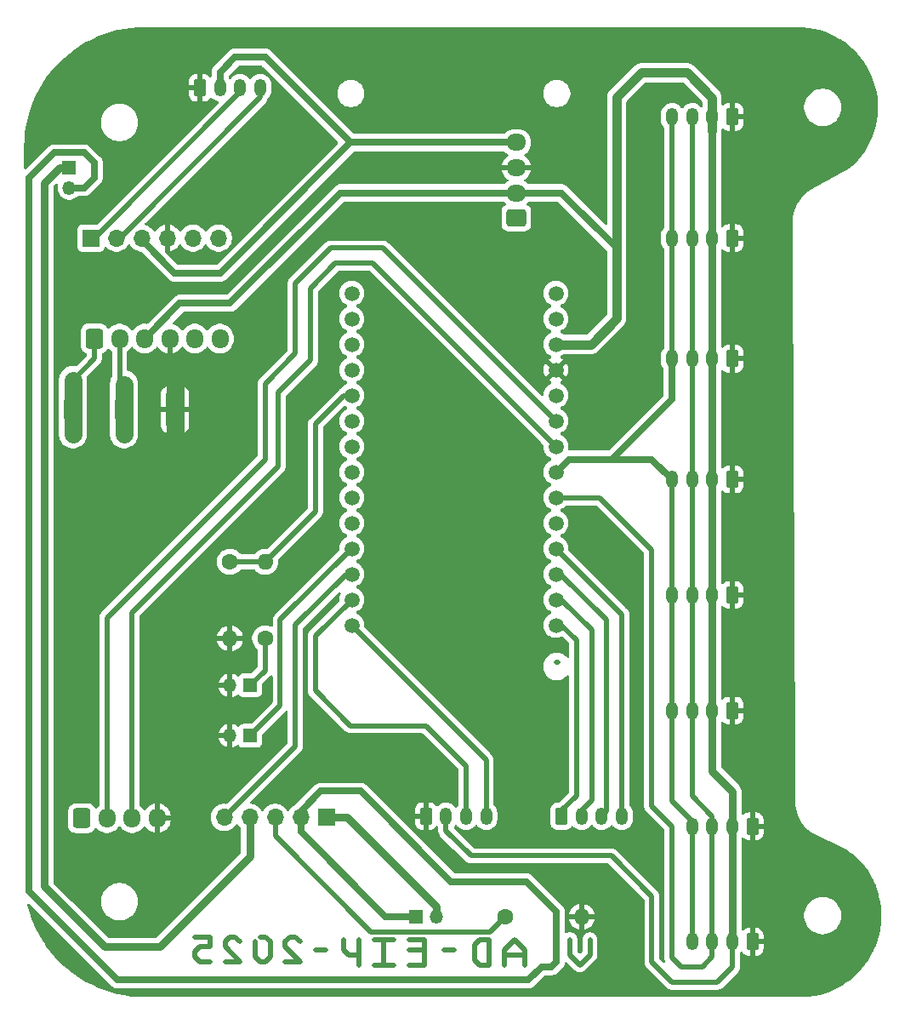
<source format=gbl>
%TF.GenerationSoftware,KiCad,Pcbnew,9.0.0*%
%TF.CreationDate,2025-03-08T23:10:00+01:00*%
%TF.ProjectId,MKRWAN_NSK,4d4b5257-414e-45f4-9e53-4b2e6b696361,v4*%
%TF.SameCoordinates,Original*%
%TF.FileFunction,Copper,L2,Bot*%
%TF.FilePolarity,Positive*%
%FSLAX46Y46*%
G04 Gerber Fmt 4.6, Leading zero omitted, Abs format (unit mm)*
G04 Created by KiCad (PCBNEW 9.0.0) date 2025-03-08 23:10:00*
%MOMM*%
%LPD*%
G01*
G04 APERTURE LIST*
G04 Aperture macros list*
%AMRoundRect*
0 Rectangle with rounded corners*
0 $1 Rounding radius*
0 $2 $3 $4 $5 $6 $7 $8 $9 X,Y pos of 4 corners*
0 Add a 4 corners polygon primitive as box body*
4,1,4,$2,$3,$4,$5,$6,$7,$8,$9,$2,$3,0*
0 Add four circle primitives for the rounded corners*
1,1,$1+$1,$2,$3*
1,1,$1+$1,$4,$5*
1,1,$1+$1,$6,$7*
1,1,$1+$1,$8,$9*
0 Add four rect primitives between the rounded corners*
20,1,$1+$1,$2,$3,$4,$5,0*
20,1,$1+$1,$4,$5,$6,$7,0*
20,1,$1+$1,$6,$7,$8,$9,0*
20,1,$1+$1,$8,$9,$2,$3,0*%
G04 Aperture macros list end*
%TA.AperFunction,ComponentPad*%
%ADD10C,1.508000*%
%TD*%
%TA.AperFunction,ComponentPad*%
%ADD11O,1.200000X1.750000*%
%TD*%
%TA.AperFunction,ComponentPad*%
%ADD12RoundRect,0.250000X-0.350000X-0.625000X0.350000X-0.625000X0.350000X0.625000X-0.350000X0.625000X0*%
%TD*%
%TA.AperFunction,ComponentPad*%
%ADD13R,1.350000X1.350000*%
%TD*%
%TA.AperFunction,ComponentPad*%
%ADD14O,1.350000X1.350000*%
%TD*%
%TA.AperFunction,ComponentPad*%
%ADD15R,1.700000X1.700000*%
%TD*%
%TA.AperFunction,ComponentPad*%
%ADD16O,1.700000X1.700000*%
%TD*%
%TA.AperFunction,ComponentPad*%
%ADD17RoundRect,0.250000X-0.600000X-0.725000X0.600000X-0.725000X0.600000X0.725000X-0.600000X0.725000X0*%
%TD*%
%TA.AperFunction,ComponentPad*%
%ADD18O,1.700000X1.950000*%
%TD*%
%TA.AperFunction,ComponentPad*%
%ADD19RoundRect,0.250000X0.650000X1.550000X-0.650000X1.550000X-0.650000X-1.550000X0.650000X-1.550000X0*%
%TD*%
%TA.AperFunction,ComponentPad*%
%ADD20O,1.800000X3.600000*%
%TD*%
%TA.AperFunction,ComponentPad*%
%ADD21O,1.950000X1.700000*%
%TD*%
%TA.AperFunction,ComponentPad*%
%ADD22RoundRect,0.250000X0.725000X-0.600000X0.725000X0.600000X-0.725000X0.600000X-0.725000X-0.600000X0*%
%TD*%
%TA.AperFunction,ComponentPad*%
%ADD23C,1.600000*%
%TD*%
%TA.AperFunction,ComponentPad*%
%ADD24O,1.600000X1.600000*%
%TD*%
%TA.AperFunction,ComponentPad*%
%ADD25RoundRect,0.250000X0.350000X0.625000X-0.350000X0.625000X-0.350000X-0.625000X0.350000X-0.625000X0*%
%TD*%
%TA.AperFunction,Conductor*%
%ADD26C,0.500000*%
%TD*%
%TA.AperFunction,Conductor*%
%ADD27C,0.700000*%
%TD*%
%TA.AperFunction,Conductor*%
%ADD28C,0.900000*%
%TD*%
%TA.AperFunction,Conductor*%
%ADD29C,0.800000*%
%TD*%
%TA.AperFunction,Conductor*%
%ADD30C,0.650000*%
%TD*%
%TA.AperFunction,Conductor*%
%ADD31C,1.800000*%
%TD*%
%TA.AperFunction,Conductor*%
%ADD32C,0.550000*%
%TD*%
G04 APERTURE END LIST*
D10*
%TO.P,U1,J5_14,+5V*%
%TO.N,unconnected-(U1-+5V-PadJ5_14)*%
X229935000Y-90000000D03*
%TO.P,U1,J5_13,VIN*%
%TO.N,unconnected-(U1-VIN-PadJ5_13)*%
X229935000Y-92540000D03*
%TO.P,U1,J5_12,+3V3*%
%TO.N,/3v3*%
X229935000Y-95080000D03*
%TO.P,U1,J5_11,GND*%
%TO.N,/GND*%
X229935000Y-97620000D03*
%TO.P,U1,J5_10,RESET*%
%TO.N,unconnected-(U1-RESET-PadJ5_10)*%
X229935000Y-100160000D03*
%TO.P,U1,J5_9,PB22/D14/TX(SC5)*%
%TO.N,/TX_D14*%
X229935000Y-102700000D03*
%TO.P,U1,J5_8,PB23/D13/RX(SC5)*%
%TO.N,/RX_D13*%
X229935000Y-105240000D03*
%TO.P,U1,J5_7,PA09/D12(PWM)/SCL(SC2)*%
%TO.N,/SCL*%
X229935000Y-107780000D03*
%TO.P,U1,J5_6,PA08/D11/SDA(SC2)*%
%TO.N,/SDA*%
X229935000Y-110320000D03*
%TO.P,U1,J5_5,PA19/D10(PWM)/CIPO(SC1)*%
%TO.N,unconnected-(U1-PA19{slash}D10(PWM){slash}CIPO(SC1)-PadJ5_5)*%
X229935000Y-112860000D03*
%TO.P,U1,J5_4,PA17/D9/SCK(SC1)*%
%TO.N,/D9_SCK*%
X229935000Y-115400000D03*
%TO.P,U1,J5_3,PA16/D8(PWM)/COPI(SC1)*%
%TO.N,/D8_MOSI*%
X229935000Y-117940000D03*
%TO.P,U1,J5_2,PA21/D7(PWM)*%
%TO.N,/D7*%
X229935000Y-120480000D03*
%TO.P,U1,J5_1,PA20/D6(PWM)*%
%TO.N,/D6*%
X229935000Y-123020000D03*
%TO.P,U1,J3_14,PB11/D5(PWM)*%
%TO.N,/D5*%
X209615000Y-123020000D03*
%TO.P,U1,J3_13,PB10/D4(PWM)*%
%TO.N,/D4*%
X209615000Y-120480000D03*
%TO.P,U1,J3_12,PA11/D3(PWM)*%
%TO.N,/D3*%
X209615000Y-117940000D03*
%TO.P,U1,J3_11,PA10/D2(PWM)*%
%TO.N,/D2*%
X209615000Y-115400000D03*
%TO.P,U1,J3_10,PA23/D1(PWM)*%
%TO.N,unconnected-(U1-PA23{slash}D1(PWM)-PadJ3_10)*%
X209615000Y-112860000D03*
%TO.P,U1,J3_9,PA22/D0(PWM)*%
%TO.N,unconnected-(U1-PA22{slash}D0(PWM)-PadJ3_9)*%
X209615000Y-110320000D03*
%TO.P,U1,J3_8,PA07/D21/AIN(7)/A6*%
%TO.N,unconnected-(U1-PA07{slash}D21{slash}AIN(7){slash}A6-PadJ3_8)*%
X209615000Y-107780000D03*
%TO.P,U1,J3_7,PA06/D20/AIN(6)/A5*%
%TO.N,unconnected-(U1-PA06{slash}D20{slash}AIN(6){slash}A5-PadJ3_7)*%
X209615000Y-105240000D03*
%TO.P,U1,J3_6,PA05/D19(PWM)/AIN(5)/A4*%
%TO.N,unconnected-(U1-PA05{slash}D19(PWM){slash}AIN(5){slash}A4-PadJ3_6)*%
X209615000Y-102700000D03*
%TO.P,U1,J3_5,PA04/D18(PWM)/AIN(4)/A3*%
%TO.N,/A3*%
X209615000Y-100160000D03*
%TO.P,U1,J3_4,PB03/D17/AIN(11)/A2*%
%TO.N,unconnected-(U1-PB03{slash}D17{slash}AIN(11){slash}A2-PadJ3_4)*%
X209615000Y-97620000D03*
%TO.P,U1,J3_3,PB02/D16/AIN(10)/A1*%
%TO.N,unconnected-(U1-PB02{slash}D16{slash}AIN(10){slash}A1-PadJ3_3)*%
X209615000Y-95080000D03*
%TO.P,U1,J3_2,PA02/D15/DAC0/AIN(0)/A0*%
%TO.N,unconnected-(U1-PA02{slash}D15{slash}DAC0{slash}AIN(0){slash}A0-PadJ3_2)*%
X209615000Y-92540000D03*
%TO.P,U1,J3_1,PA03/AREF/AIN(1)*%
%TO.N,unconnected-(U1-PA03{slash}AREF{slash}AIN(1)-PadJ3_1)*%
X209615000Y-90000000D03*
%TD*%
D11*
%TO.P,NPK1,4,4*%
%TO.N,/B_5v*%
X200500000Y-69550000D03*
%TO.P,NPK1,3,3*%
%TO.N,/A_5v*%
X198500000Y-69550000D03*
%TO.P,NPK1,2,2*%
%TO.N,/5v*%
X196500000Y-69550000D03*
D12*
%TO.P,NPK1,1,1*%
%TO.N,/GND*%
X194500000Y-69550000D03*
%TD*%
D13*
%TO.P,On1,1,Pin_1*%
%TO.N,/D2*%
X199500000Y-134000000D03*
D14*
%TO.P,On1,2,Pin_2*%
%TO.N,/GND*%
X197500000Y-134000000D03*
%TD*%
D15*
%TO.P,Level_Shifter_OUT1,1,Pin_1*%
%TO.N,/A_5v*%
X183650000Y-84500000D03*
D16*
%TO.P,Level_Shifter_OUT1,2,Pin_2*%
%TO.N,/B_5v*%
X186190000Y-84500000D03*
%TO.P,Level_Shifter_OUT1,3,Pin_3*%
%TO.N,/5v*%
X188730000Y-84500000D03*
%TO.P,Level_Shifter_OUT1,4,Pin_4*%
%TO.N,/GND*%
X191270000Y-84500000D03*
%TO.P,Level_Shifter_OUT1,5,Pin_5*%
%TO.N,unconnected-(Level_Shifter_OUT1-Pin_5-Pad5)*%
X193810000Y-84500000D03*
%TO.P,Level_Shifter_OUT1,6,Pin_6*%
%TO.N,unconnected-(Level_Shifter_OUT1-Pin_6-Pad6)*%
X196350000Y-84500000D03*
%TD*%
D17*
%TO.P,TTL_in1,1,Pin_1*%
%TO.N,/3v3*%
X182750000Y-142200000D03*
D18*
%TO.P,TTL_in1,2,Pin_2*%
%TO.N,/TX_D14*%
X185250000Y-142200000D03*
%TO.P,TTL_in1,3,Pin_3*%
%TO.N,/RX_D13*%
X187750000Y-142200000D03*
%TO.P,TTL_in1,4,Pin_4*%
%TO.N,/GND*%
X190250000Y-142200000D03*
%TD*%
D19*
%TO.P,TLL_out1,1,Pin_1*%
%TO.N,/GND*%
X192025000Y-101567500D03*
D20*
%TO.P,TLL_out1,2,Pin_2*%
%TO.N,/B_3v3*%
X186945000Y-101567500D03*
%TO.P,TLL_out1,3,Pin_3*%
%TO.N,/A_3v3*%
X181865000Y-101567500D03*
%TD*%
D17*
%TO.P,Level_Shifter_IN1,1,Pin_1*%
%TO.N,/A_3v3*%
X184000000Y-94500000D03*
D18*
%TO.P,Level_Shifter_IN1,2,Pin_2*%
%TO.N,/B_3v3*%
X186500000Y-94500000D03*
%TO.P,Level_Shifter_IN1,3,Pin_3*%
%TO.N,/3v3*%
X189000000Y-94500000D03*
%TO.P,Level_Shifter_IN1,4,Pin_4*%
%TO.N,/GND*%
X191500000Y-94500000D03*
%TO.P,Level_Shifter_IN1,5,Pin_5*%
%TO.N,unconnected-(Level_Shifter_IN1-Pin_5-Pad5)*%
X194000000Y-94500000D03*
%TO.P,Level_Shifter_IN1,6,Pin_6*%
%TO.N,unconnected-(Level_Shifter_IN1-Pin_6-Pad6)*%
X196500000Y-94500000D03*
%TD*%
D21*
%TO.P,3v3_to_5v1,4,Pin_4*%
%TO.N,/5v*%
X226000000Y-75000000D03*
%TO.P,3v3_to_5v1,3,Pin_3*%
%TO.N,/GND*%
X226000000Y-77500000D03*
%TO.P,3v3_to_5v1,2,Pin_2*%
%TO.N,/3v3*%
X226000000Y-80000000D03*
D22*
%TO.P,3v3_to_5v1,1,Pin_1*%
%TO.N,unconnected-(3v3_to_5v1-Pin_1-Pad1)*%
X226000000Y-82500000D03*
%TD*%
D11*
%TO.P,E_ink_1_D4_to_D5,4,4*%
%TO.N,/D5*%
X223000000Y-142000000D03*
%TO.P,E_ink_1_D4_to_D5,3,3*%
%TO.N,/D4*%
X221000000Y-142000000D03*
%TO.P,E_ink_1_D4_to_D5,2,2*%
%TO.N,/3v3*%
X219000000Y-142000000D03*
D12*
%TO.P,E_ink_1_D4_to_D5,1,1*%
%TO.N,/GND*%
X217000000Y-142000000D03*
%TD*%
%TO.P,E_ink_2_D6_to_D9,1,1*%
%TO.N,/D6*%
X230500000Y-142000000D03*
D11*
%TO.P,E_ink_2_D6_to_D9,2,2*%
%TO.N,/D7*%
X232500000Y-142000000D03*
%TO.P,E_ink_2_D6_to_D9,3,3*%
%TO.N,/D8_MOSI*%
X234500000Y-142000000D03*
%TO.P,E_ink_2_D6_to_D9,4,4*%
%TO.N,/D9_SCK*%
X236500000Y-142000000D03*
%TD*%
D14*
%TO.P,Battery_manager1,2,Pin_2*%
%TO.N,Net-(Battery_manager1-Pin_2)*%
X218000000Y-152000000D03*
D13*
%TO.P,Battery_manager1,1,Pin_1*%
%TO.N,/GND_bis*%
X216000000Y-152000000D03*
%TD*%
D15*
%TO.P,J1,1,Pin_1*%
%TO.N,Net-(Battery_manager1-Pin_2)*%
X207075000Y-142125000D03*
D16*
%TO.P,J1,2,Pin_2*%
%TO.N,/GND_bis*%
X204535000Y-142125000D03*
%TO.P,J1,3,Pin_3*%
%TO.N,Net-(J1-Pin_3)*%
X201995000Y-142125000D03*
%TO.P,J1,4,Pin_4*%
%TO.N,/3v3_bis*%
X199455000Y-142125000D03*
%TO.P,J1,5,Pin_5*%
%TO.N,/D3*%
X196915000Y-142125000D03*
%TD*%
D23*
%TO.P,R3_Delay1,1*%
%TO.N,Net-(J1-Pin_3)*%
X224880000Y-152000000D03*
D24*
%TO.P,R3_Delay1,2*%
%TO.N,/GND*%
X232500000Y-152000000D03*
%TD*%
D13*
%TO.P,Energy_IN1,1,Pin_1*%
%TO.N,/3v3_bis*%
X181500000Y-77500000D03*
D14*
%TO.P,Energy_IN1,2,Pin_2*%
%TO.N,/GND_bis*%
X181500000Y-79500000D03*
%TD*%
D11*
%TO.P,J3,4,4*%
%TO.N,/SCL*%
X243500000Y-143000000D03*
%TO.P,J3,3,3*%
%TO.N,/SDA*%
X245500000Y-143000000D03*
%TO.P,J3,2,2*%
%TO.N,/3v3*%
X247500000Y-143000000D03*
D25*
%TO.P,J3,1,1*%
%TO.N,/GND*%
X249500000Y-143000000D03*
%TD*%
D11*
%TO.P,J2,4,4*%
%TO.N,/SCL*%
X241500000Y-84500000D03*
%TO.P,J2,3,3*%
%TO.N,/SDA*%
X243500000Y-84500000D03*
%TO.P,J2,2,2*%
%TO.N,/3v3*%
X245500000Y-84500000D03*
D25*
%TO.P,J2,1,1*%
%TO.N,/GND*%
X247500000Y-84500000D03*
%TD*%
D11*
%TO.P,J4,4,4*%
%TO.N,/SCL*%
X243500000Y-154500000D03*
%TO.P,J4,3,3*%
%TO.N,/SDA*%
X245500000Y-154500000D03*
%TO.P,J4,2,2*%
%TO.N,/3v3*%
X247500000Y-154500000D03*
D25*
%TO.P,J4,1,1*%
%TO.N,/GND*%
X249500000Y-154500000D03*
%TD*%
D11*
%TO.P,J8,4,4*%
%TO.N,/SCL*%
X241500000Y-108500000D03*
%TO.P,J8,3,3*%
%TO.N,/SDA*%
X243500000Y-108500000D03*
%TO.P,J8,2,2*%
%TO.N,/3v3*%
X245500000Y-108500000D03*
D25*
%TO.P,J8,1,1*%
%TO.N,/GND*%
X247500000Y-108500000D03*
%TD*%
D11*
%TO.P,J6,4,4*%
%TO.N,/SCL*%
X241500000Y-72450000D03*
%TO.P,J6,3,3*%
%TO.N,/SDA*%
X243500000Y-72450000D03*
%TO.P,J6,2,2*%
%TO.N,/3v3*%
X245500000Y-72450000D03*
D25*
%TO.P,J6,1,1*%
%TO.N,/GND*%
X247500000Y-72450000D03*
%TD*%
D11*
%TO.P,J7,4,4*%
%TO.N,/SCL*%
X241500000Y-120000000D03*
%TO.P,J7,3,3*%
%TO.N,/SDA*%
X243500000Y-120000000D03*
%TO.P,J7,2,2*%
%TO.N,/3v3*%
X245500000Y-120000000D03*
D25*
%TO.P,J7,1,1*%
%TO.N,/GND*%
X247500000Y-120000000D03*
%TD*%
D11*
%TO.P,J10,4,4*%
%TO.N,/SCL*%
X241500000Y-131500000D03*
%TO.P,J10,3,3*%
%TO.N,/SDA*%
X243500000Y-131500000D03*
%TO.P,J10,2,2*%
%TO.N,/3v3*%
X245500000Y-131500000D03*
D25*
%TO.P,J10,1,1*%
%TO.N,/GND*%
X247500000Y-131500000D03*
%TD*%
D11*
%TO.P,J9,4,4*%
%TO.N,/SCL*%
X241500000Y-96500000D03*
%TO.P,J9,3,3*%
%TO.N,/SDA*%
X243500000Y-96500000D03*
%TO.P,J9,2,2*%
%TO.N,/3v3*%
X245500000Y-96500000D03*
D25*
%TO.P,J9,1,1*%
%TO.N,/GND*%
X247500000Y-96500000D03*
%TD*%
D13*
%TO.P,J13,1,Pin_1*%
%TO.N,Net-(J13-Pin_1)*%
X199500000Y-129000000D03*
D14*
%TO.P,J13,2,Pin_2*%
%TO.N,/GND*%
X197500000Y-129000000D03*
%TD*%
D23*
%TO.P,R1,1*%
%TO.N,/A3*%
X197500000Y-116690000D03*
D24*
%TO.P,R1,2*%
%TO.N,/GND*%
X197500000Y-124310000D03*
%TD*%
D23*
%TO.P,R2,1*%
%TO.N,Net-(J13-Pin_1)*%
X201000000Y-124310000D03*
D24*
%TO.P,R2,2*%
%TO.N,/A3*%
X201000000Y-116690000D03*
%TD*%
D26*
%TO.N,/GND*%
X220000000Y-108500000D02*
X220000000Y-107500000D01*
X219000000Y-107500000D02*
X220000000Y-108500000D01*
X219000000Y-108500000D02*
X219000000Y-107500000D01*
X218000000Y-107500000D02*
X218000000Y-108500000D01*
X216000000Y-108500000D02*
X217000000Y-108500000D01*
X216000000Y-107500000D02*
X216000000Y-108500000D01*
X215000000Y-108500000D02*
X215000000Y-107500000D01*
X214000000Y-108500000D02*
X215000000Y-108500000D01*
X214000000Y-107500000D02*
X214000000Y-108500000D01*
X212000000Y-107500000D02*
X212500000Y-108000000D01*
X212000000Y-106500000D02*
X212000000Y-107500000D01*
X212500000Y-108000000D02*
X212750000Y-107750000D01*
X212750000Y-107750000D02*
X213000000Y-107500000D01*
X213000000Y-106500000D02*
X213000000Y-107500000D01*
X212000000Y-108500000D02*
X212500000Y-108000000D01*
X228130000Y-117000000D02*
X228130000Y-118000000D01*
X228130000Y-118000000D02*
X227630000Y-118500000D01*
X227130000Y-118000000D02*
X227630000Y-118500000D01*
X227130000Y-117000000D02*
X227130000Y-118000000D01*
X226130000Y-118000000D02*
X225230000Y-118000000D01*
X225630000Y-117000000D02*
X226130000Y-117500000D01*
X225130000Y-117500000D02*
X225630000Y-117000000D01*
X226130000Y-117500000D02*
X226130000Y-118500000D01*
X225130000Y-118500000D02*
X225130000Y-117500000D01*
X223130000Y-118500000D02*
X224130000Y-118500000D01*
X223130000Y-117000000D02*
X223130000Y-118500000D01*
X221130000Y-117500000D02*
X221130000Y-117000000D01*
X221630000Y-117500000D02*
X221130000Y-117500000D01*
X222130000Y-118000000D02*
X221630000Y-117500000D01*
X221130000Y-117000000D02*
X221630000Y-116500000D01*
X221630000Y-118500000D02*
X222130000Y-118000000D01*
X221130000Y-118500000D02*
X221630000Y-118500000D01*
X220130000Y-117500000D02*
X220130000Y-118500000D01*
X219130000Y-117500000D02*
X219130000Y-118000000D01*
X218630000Y-117000000D02*
X219130000Y-117500000D01*
X218130000Y-117000000D02*
X218630000Y-117000000D01*
X218630000Y-118500000D02*
X219130000Y-118000000D01*
X218130000Y-118500000D02*
X218630000Y-118500000D01*
X218130000Y-117000000D02*
X218130000Y-118500000D01*
X217130000Y-118000000D02*
X216230000Y-118000000D01*
X216130000Y-117500000D02*
X216130000Y-118500000D01*
X216630000Y-117000000D02*
X216130000Y-117500000D01*
X217130000Y-117500000D02*
X216630000Y-117000000D01*
X217130000Y-118500000D02*
X217130000Y-117500000D01*
X214130000Y-118500000D02*
X215130000Y-118500000D01*
X214130000Y-117000000D02*
X214130000Y-118500000D01*
X213130000Y-118000000D02*
X213130000Y-117000000D01*
X212630000Y-118500000D02*
X213130000Y-118000000D01*
X212130000Y-117000000D02*
X212130000Y-118000000D01*
X212130000Y-118000000D02*
X212630000Y-118500000D01*
X222130000Y-111500000D02*
X223130000Y-111500000D01*
X222130000Y-110000000D02*
X222130000Y-111500000D01*
X220630000Y-111500000D02*
X221130000Y-111500000D01*
X220130000Y-111000000D02*
X220630000Y-111500000D01*
X220130000Y-110500000D02*
X220130000Y-111000000D01*
X221130000Y-110500000D02*
X220130000Y-110500000D01*
X220130000Y-110000000D02*
X220130000Y-110500000D01*
X220630000Y-109500000D02*
X221130000Y-109500000D01*
X220130000Y-110000000D02*
X220630000Y-109500000D01*
X218130000Y-111500000D02*
X218630000Y-111500000D01*
X219130000Y-111500000D02*
X218630000Y-111500000D01*
X218630000Y-110000000D02*
X218630000Y-111500000D01*
X218630000Y-110000000D02*
X218130000Y-110000000D01*
X219130000Y-110000000D02*
X218630000Y-110000000D01*
X217130000Y-111000000D02*
X217130000Y-110000000D01*
X217130000Y-111500000D02*
X217130000Y-111000000D01*
X216130000Y-110000000D02*
X217130000Y-111000000D01*
X216130000Y-111500000D02*
X216130000Y-110000000D01*
X215130000Y-111000000D02*
X214230000Y-111000000D01*
X214130000Y-110500000D02*
X214130000Y-111500000D01*
X215130000Y-110500000D02*
X214630000Y-110000000D01*
X214630000Y-110000000D02*
X214130000Y-110500000D01*
X215130000Y-111500000D02*
X215130000Y-110500000D01*
X212516396Y-109500000D02*
X212130000Y-109500000D01*
X213130000Y-111000000D02*
X213130000Y-110000000D01*
X212130000Y-111500000D02*
X212630000Y-111500000D01*
X212243604Y-109613604D02*
X212130000Y-109500000D01*
X212130000Y-109500000D02*
X212130000Y-111500000D01*
X212630000Y-111500000D02*
X213130000Y-111000000D01*
X213130000Y-110000000D02*
X212630000Y-109500000D01*
X226130000Y-115000000D02*
X226130000Y-114000000D01*
X225130000Y-114000000D02*
X226130000Y-115000000D01*
X225130000Y-115000000D02*
X225130000Y-114000000D01*
X223630000Y-113000000D02*
X224130000Y-113000000D01*
X223130000Y-113500000D02*
X223630000Y-113000000D01*
X224130000Y-114000000D02*
X223130000Y-114000000D01*
X223130000Y-114000000D02*
X223130000Y-115000000D01*
X223130000Y-113500000D02*
X223130000Y-114000000D01*
X224130000Y-115000000D02*
X223130000Y-115000000D01*
X221630000Y-114500000D02*
X222130000Y-115000000D01*
X221130000Y-114500000D02*
X221630000Y-114500000D01*
X221130000Y-114500000D02*
X221130000Y-113500000D01*
X221130000Y-115000000D02*
X221130000Y-114500000D01*
X219630000Y-114500000D02*
X220130000Y-115000000D01*
X220130000Y-114000000D02*
X219630000Y-114500000D01*
X218130000Y-115000000D02*
X218630000Y-114500000D01*
X217630000Y-114500000D02*
X218130000Y-115000000D01*
X218130000Y-114000000D02*
X217630000Y-114500000D01*
X218630000Y-114500000D02*
X218130000Y-114000000D01*
X216630000Y-113500000D02*
X217130000Y-113500000D01*
X216630000Y-115000000D02*
X216630000Y-114500000D01*
X214630000Y-114500000D02*
X215630000Y-114500000D01*
X214630000Y-114500000D02*
X214630000Y-115000000D01*
X212130000Y-115000000D02*
X213630000Y-113500000D01*
X212130000Y-113500000D02*
X213630000Y-115000000D01*
%TO.N,/B_5v*%
X200500000Y-70500000D02*
X200500000Y-69550000D01*
X186500000Y-84500000D02*
X200500000Y-70500000D01*
X186190000Y-84500000D02*
X186500000Y-84500000D01*
%TO.N,/A_5v*%
X184000000Y-84500000D02*
X198500000Y-70000000D01*
X183650000Y-84500000D02*
X184000000Y-84500000D01*
X198500000Y-70000000D02*
X198500000Y-69550000D01*
%TO.N,/RX_D13*%
X211695000Y-87000000D02*
X229935000Y-105240000D01*
X208000000Y-87000000D02*
X211695000Y-87000000D01*
X205500000Y-89500000D02*
X208000000Y-87000000D01*
X205500000Y-96650414D02*
X205500000Y-89500000D01*
X202264394Y-99886020D02*
X205500000Y-96650414D01*
X187750000Y-121750000D02*
X202264394Y-107235606D01*
X187750000Y-142200000D02*
X187750000Y-121750000D01*
X202264394Y-107235606D02*
X202264394Y-99886020D01*
%TO.N,/TX_D14*%
X212735000Y-85500000D02*
X229935000Y-102700000D01*
X201000000Y-99000000D02*
X204000000Y-96000000D01*
X201000000Y-106500000D02*
X201000000Y-99000000D01*
X204000000Y-89000000D02*
X207500000Y-85500000D01*
X185250000Y-122250000D02*
X201000000Y-106500000D01*
X204000000Y-96000000D02*
X204000000Y-89000000D01*
X185250000Y-142200000D02*
X185250000Y-122250000D01*
X207500000Y-85500000D02*
X212735000Y-85500000D01*
%TO.N,/A_3v3*%
X184000000Y-96500000D02*
X181865000Y-98635000D01*
X184000000Y-94500000D02*
X184000000Y-96500000D01*
%TO.N,/B_3v3*%
X186500000Y-99055000D02*
X186945000Y-99500000D01*
X186500000Y-94500000D02*
X186500000Y-99055000D01*
D27*
%TO.N,/3v3*%
X197500000Y-91000000D02*
X208500000Y-80000000D01*
X192500000Y-91000000D02*
X197500000Y-91000000D01*
X208500000Y-80000000D02*
X209000000Y-80000000D01*
X189000000Y-94500000D02*
X192500000Y-91000000D01*
%TO.N,/5v*%
X196500000Y-68000000D02*
X196500000Y-69550000D01*
X198000000Y-66500000D02*
X196500000Y-68000000D01*
X201000000Y-66500000D02*
X198000000Y-66500000D01*
X209500000Y-75000000D02*
X201000000Y-66500000D01*
X192000000Y-88000000D02*
X188730000Y-84730000D01*
X196500000Y-88000000D02*
X192000000Y-88000000D01*
X188730000Y-84730000D02*
X188730000Y-84500000D01*
X209500000Y-75000000D02*
X196500000Y-88000000D01*
X210000000Y-75000000D02*
X209500000Y-75000000D01*
X211000000Y-75000000D02*
X209500000Y-75000000D01*
X226000000Y-75000000D02*
X211000000Y-75000000D01*
%TO.N,/3v3*%
X208500000Y-80000000D02*
X226000000Y-80000000D01*
X230500000Y-80000000D02*
X236000000Y-85500000D01*
D28*
X236000000Y-85500000D02*
X236000000Y-92500000D01*
D27*
X226000000Y-80000000D02*
X230500000Y-80000000D01*
D29*
%TO.N,/3v3_bis*%
X185000000Y-155000000D02*
X190500000Y-155000000D01*
X179000000Y-149000000D02*
X185000000Y-155000000D01*
X180500000Y-77500000D02*
X179000000Y-79000000D01*
X179000000Y-79000000D02*
X179000000Y-149000000D01*
X181500000Y-77500000D02*
X180500000Y-77500000D01*
X199500000Y-143090000D02*
X199500000Y-146000000D01*
X190500000Y-155000000D02*
X199500000Y-146000000D01*
X199455000Y-143045000D02*
X199500000Y-143090000D01*
X199455000Y-142125000D02*
X199455000Y-143045000D01*
D26*
%TO.N,/A_3v3*%
X181500000Y-98270000D02*
X181865000Y-98635000D01*
D30*
%TO.N,/GND_bis*%
X184000000Y-78500000D02*
X183000000Y-79500000D01*
X184000000Y-77000000D02*
X184000000Y-78500000D01*
X177500000Y-78500000D02*
X180000000Y-76000000D01*
X177500000Y-149500000D02*
X177500000Y-78500000D01*
X180000000Y-76000000D02*
X183000000Y-76000000D01*
X186300000Y-158300000D02*
X177500000Y-149500000D01*
X183000000Y-79500000D02*
X181500000Y-79500000D01*
X183000000Y-76000000D02*
X184000000Y-77000000D01*
X214000000Y-158300000D02*
X186300000Y-158300000D01*
D26*
%TO.N,/A3*%
X197500000Y-116690000D02*
X201000000Y-116690000D01*
X206000000Y-111690000D02*
X201000000Y-116690000D01*
X208840000Y-100160000D02*
X206000000Y-103000000D01*
X209615000Y-100160000D02*
X208840000Y-100160000D01*
X206000000Y-103000000D02*
X206000000Y-111690000D01*
%TO.N,Net-(J13-Pin_1)*%
X201000000Y-127500000D02*
X201000000Y-124310000D01*
X199500000Y-129000000D02*
X201000000Y-127500000D01*
%TO.N,/GND*%
X197500000Y-124310000D02*
X197500000Y-129000000D01*
%TO.N,/D2*%
X202500000Y-131000000D02*
X199500000Y-134000000D01*
X202500000Y-122500000D02*
X202500000Y-131000000D01*
X209600000Y-115400000D02*
X202500000Y-122500000D01*
X209615000Y-115400000D02*
X209600000Y-115400000D01*
D31*
%TO.N,/GND*%
X192025000Y-104000000D02*
X192025000Y-99025000D01*
%TO.N,/A_3v3*%
X181865000Y-98635000D02*
X181865000Y-104000000D01*
D30*
%TO.N,/GND_bis*%
X204535000Y-141513000D02*
X204535000Y-142125000D01*
X206548000Y-139500000D02*
X204535000Y-141513000D01*
X230000000Y-151500000D02*
X227000000Y-148500000D01*
X210500000Y-139500000D02*
X206548000Y-139500000D01*
X230000000Y-156500000D02*
X230000000Y-151500000D01*
X228500000Y-157000000D02*
X229500000Y-157000000D01*
X229500000Y-157000000D02*
X230000000Y-156500000D01*
X227000000Y-148500000D02*
X219500000Y-148500000D01*
X227200000Y-158300000D02*
X228500000Y-157000000D01*
X219500000Y-148500000D02*
X210500000Y-139500000D01*
X214000000Y-158300000D02*
X227200000Y-158300000D01*
D26*
%TO.N,*%
X198500000Y-156500000D02*
X197000000Y-156500000D01*
X197000000Y-155000000D02*
X198500000Y-156500000D01*
X197000000Y-154500000D02*
X197000000Y-155000000D01*
X197500000Y-154000000D02*
X197000000Y-154500000D01*
X198000000Y-154000000D02*
X197500000Y-154000000D01*
X198500000Y-154500000D02*
X198000000Y-154000000D01*
X201000000Y-154000000D02*
X200500000Y-154000000D01*
X200000000Y-156000000D02*
X200500000Y-156500000D01*
X201500000Y-154500000D02*
X201000000Y-154000000D01*
X201500000Y-156000000D02*
X201500000Y-154500000D01*
X200000000Y-154500000D02*
X200000000Y-156000000D01*
X201000000Y-156500000D02*
X201500000Y-156000000D01*
X200500000Y-156500000D02*
X201000000Y-156500000D01*
X204000000Y-154000000D02*
X204500000Y-154500000D01*
X203500000Y-154000000D02*
X204000000Y-154000000D01*
X203000000Y-154500000D02*
X203500000Y-154000000D01*
X203000000Y-155000000D02*
X203000000Y-154500000D01*
X204500000Y-156500000D02*
X203000000Y-155000000D01*
X203000000Y-156500000D02*
X204500000Y-156500000D01*
X194000000Y-154000000D02*
X195500000Y-154000000D01*
X195500000Y-155000000D02*
X194500000Y-155000000D01*
X195500000Y-154000000D02*
X195500000Y-155000000D01*
X194000000Y-156000000D02*
X194500000Y-156500000D01*
X194500000Y-155000000D02*
X194000000Y-155500000D01*
X194500000Y-156500000D02*
X195500000Y-156500000D01*
X194000000Y-155500000D02*
X194000000Y-156000000D01*
%TO.N,Net-(Battery_manager1-Pin_2)*%
X207000000Y-155300000D02*
X206000000Y-155300000D01*
X219000000Y-155300000D02*
X218825000Y-155300000D01*
D30*
%TO.N,/GND_bis*%
X214000000Y-158300000D02*
X213750000Y-158300000D01*
D26*
%TO.N,Net-(Battery_manager1-Pin_2)*%
X210325000Y-156800000D02*
X210325000Y-155800000D01*
X210325000Y-155800000D02*
X210325000Y-154300000D01*
X210325000Y-155800000D02*
X209325000Y-155800000D01*
X209325000Y-155800000D02*
X208825000Y-155300000D01*
X208825000Y-155300000D02*
X208825000Y-154300000D01*
X216825000Y-155300000D02*
X216825000Y-156800000D01*
X211825000Y-156800000D02*
X212825000Y-156800000D01*
X215325000Y-155300000D02*
X216825000Y-155300000D01*
X212825000Y-156800000D02*
X213825000Y-156800000D01*
X212825000Y-156800000D02*
X212825000Y-154300000D01*
X216825000Y-156800000D02*
X215325000Y-156800000D01*
X219825000Y-155300000D02*
X219000000Y-155300000D01*
X216825000Y-154300000D02*
X216825000Y-155300000D01*
X221825000Y-154800000D02*
X221825000Y-155300000D01*
X222325000Y-156800000D02*
X223325000Y-156800000D01*
X221825000Y-156300000D02*
X222325000Y-156800000D01*
X224825000Y-155300000D02*
X225825000Y-154300000D01*
X224825000Y-155800000D02*
X224825000Y-155300000D01*
X221825000Y-155300000D02*
X221825000Y-156300000D01*
X226825000Y-155300000D02*
X226825000Y-156800000D01*
X224825000Y-156800000D02*
X224825000Y-155800000D01*
X223325000Y-156800000D02*
X223325000Y-154300000D01*
X222325000Y-154300000D02*
X221825000Y-154800000D01*
X225825000Y-154300000D02*
X226825000Y-155300000D01*
X233325000Y-154300000D02*
X233325000Y-155800000D01*
X233325000Y-155800000D02*
X232325000Y-156800000D01*
X232325000Y-156800000D02*
X231325000Y-155800000D01*
X231325000Y-155800000D02*
X231325000Y-154300000D01*
X226825000Y-155800000D02*
X224825000Y-155800000D01*
X213825000Y-154300000D02*
X212825000Y-154300000D01*
X216825000Y-154300000D02*
X215325000Y-154300000D01*
X211825000Y-154300000D02*
X212825000Y-154300000D01*
X223325000Y-154300000D02*
X222325000Y-154300000D01*
%TO.N,/D3*%
X204000000Y-135040000D02*
X196915000Y-142125000D01*
X204000000Y-123000000D02*
X204000000Y-135040000D01*
X209060000Y-117940000D02*
X204000000Y-123000000D01*
X209615000Y-117940000D02*
X209060000Y-117940000D01*
%TO.N,Net-(J1-Pin_3)*%
X223380000Y-153500000D02*
X224880000Y-152000000D01*
X211500000Y-153500000D02*
X223380000Y-153500000D01*
X201995000Y-142125000D02*
X201995000Y-143995000D01*
X201995000Y-143995000D02*
X211500000Y-153500000D01*
D30*
%TO.N,/GND_bis*%
X204535000Y-143535000D02*
X204535000Y-142125000D01*
X216000000Y-152000000D02*
X213000000Y-152000000D01*
X213000000Y-152000000D02*
X204535000Y-143535000D01*
D29*
%TO.N,Net-(Battery_manager1-Pin_2)*%
X209125000Y-142125000D02*
X207075000Y-142125000D01*
X218000000Y-151000000D02*
X209125000Y-142125000D01*
X218000000Y-152000000D02*
X218000000Y-151000000D01*
D26*
%TO.N,/D4*%
X206000000Y-124095000D02*
X209615000Y-120480000D01*
X206000000Y-129500000D02*
X206000000Y-124095000D01*
X209500000Y-133000000D02*
X206000000Y-129500000D01*
X221000000Y-137000000D02*
X217000000Y-133000000D01*
X221000000Y-142000000D02*
X221000000Y-137000000D01*
X217000000Y-133000000D02*
X209500000Y-133000000D01*
%TO.N,/D5*%
X223000000Y-136405000D02*
X223000000Y-142000000D01*
X209615000Y-123020000D02*
X223000000Y-136405000D01*
%TO.N,/D6*%
X232000000Y-124500000D02*
X230520000Y-123020000D01*
X232000000Y-139950000D02*
X232000000Y-124500000D01*
X230500000Y-142000000D02*
X230500000Y-141450000D01*
X230500000Y-141450000D02*
X232000000Y-139950000D01*
X230520000Y-123020000D02*
X229935000Y-123020000D01*
%TO.N,/D8_MOSI*%
X235000000Y-122500000D02*
X230440000Y-117940000D01*
X234500000Y-142000000D02*
X235000000Y-141500000D01*
X235000000Y-141500000D02*
X235000000Y-122500000D01*
X230440000Y-117940000D02*
X229935000Y-117940000D01*
%TO.N,/D9_SCK*%
X236500000Y-121950000D02*
X236485000Y-121950000D01*
X236485000Y-121950000D02*
X229935000Y-115400000D01*
%TO.N,/D7*%
X230480000Y-120480000D02*
X229935000Y-120480000D01*
X232500000Y-141450000D02*
X233500000Y-140450000D01*
X233500000Y-123500000D02*
X230480000Y-120480000D01*
X232500000Y-142000000D02*
X232500000Y-141450000D01*
X233500000Y-140450000D02*
X233500000Y-123500000D01*
%TO.N,/D9_SCK*%
X236500000Y-121950000D02*
X236500000Y-142000000D01*
%TO.N,/3v3*%
X246000000Y-158500000D02*
X247500000Y-157000000D01*
X247500000Y-157000000D02*
X247500000Y-154500000D01*
X241500000Y-158500000D02*
X246000000Y-158500000D01*
X239500000Y-156500000D02*
X241500000Y-158500000D01*
X239500000Y-149950000D02*
X239500000Y-156500000D01*
X235500000Y-145950000D02*
X239500000Y-149950000D01*
X221500000Y-145950000D02*
X235500000Y-145950000D01*
X219000000Y-142000000D02*
X219000000Y-143450000D01*
X219000000Y-143450000D02*
X221500000Y-145950000D01*
%TO.N,/D9_SCK*%
X236500000Y-141450000D02*
X236500000Y-142000000D01*
D27*
%TO.N,/SCL*%
X235500000Y-106500000D02*
X241500000Y-100500000D01*
X241500000Y-100500000D02*
X241500000Y-96500000D01*
X229935000Y-107780000D02*
X231215000Y-106500000D01*
X231215000Y-106500000D02*
X234500000Y-106500000D01*
X239500000Y-106500000D02*
X241500000Y-108500000D01*
X234500000Y-106500000D02*
X239500000Y-106500000D01*
D32*
%TO.N,/SDA*%
X234320000Y-110320000D02*
X229935000Y-110320000D01*
X235000000Y-111000000D02*
X234320000Y-110320000D01*
X239500000Y-115500000D02*
X235000000Y-111000000D01*
X241500000Y-143000000D02*
X239500000Y-141000000D01*
X242455989Y-157000000D02*
X241500000Y-156044011D01*
X244500000Y-157000000D02*
X242455989Y-157000000D01*
X241500000Y-156044011D02*
X241500000Y-143000000D01*
X245500000Y-156000000D02*
X244500000Y-157000000D01*
X245500000Y-154500000D02*
X245500000Y-156000000D01*
X239500000Y-141000000D02*
X239500000Y-115500000D01*
D26*
%TO.N,/SCL*%
X241500000Y-120000000D02*
X241500000Y-108500000D01*
D28*
%TO.N,/3v3*%
X238450000Y-68050000D02*
X236000000Y-70500000D01*
X243000000Y-68050000D02*
X238450000Y-68050000D01*
X236000000Y-70500000D02*
X236000000Y-85500000D01*
X245475000Y-70525000D02*
X243000000Y-68050000D01*
X245475000Y-73865000D02*
X245475000Y-70525000D01*
X236000000Y-92500000D02*
X233420000Y-95080000D01*
X233420000Y-95080000D02*
X229935000Y-95080000D01*
D32*
%TO.N,/SCL*%
X243500000Y-142500000D02*
X243500000Y-154500000D01*
X241500000Y-140500000D02*
X243500000Y-142500000D01*
X241500000Y-120500000D02*
X241500000Y-140500000D01*
%TO.N,/SDA*%
X245500000Y-142000000D02*
X245500000Y-154500000D01*
X243500000Y-140000000D02*
X245500000Y-142000000D01*
X243500000Y-72450000D02*
X243500000Y-140000000D01*
D29*
%TO.N,/3v3*%
X245475000Y-137500000D02*
X247500000Y-139525000D01*
X245475000Y-95765000D02*
X245475000Y-137500000D01*
X247500000Y-139525000D02*
X247500000Y-154050000D01*
D26*
%TO.N,/D6*%
X229935000Y-126679800D02*
X230179800Y-126679800D01*
%TO.N,/3v3*%
X245500000Y-110525000D02*
X245475000Y-110550000D01*
X245475000Y-103065000D02*
X245485000Y-103065000D01*
D29*
X245475000Y-95765000D02*
X245475000Y-73865000D01*
D26*
X245475000Y-110365000D02*
X245500000Y-110390000D01*
X245475000Y-103065000D02*
X245475000Y-110550000D01*
X245500000Y-110390000D02*
X245500000Y-110525000D01*
D29*
X245475000Y-103065000D02*
X245475000Y-95765000D01*
D26*
X245485000Y-103065000D02*
X245500000Y-103050000D01*
%TO.N,/SCL*%
X241500000Y-72450000D02*
X241500000Y-97000000D01*
D31*
%TO.N,/B_3v3*%
X186945000Y-104000000D02*
X186945000Y-99500000D01*
X186945000Y-99500000D02*
X186945000Y-99055000D01*
D26*
%TO.N,/GND*%
X214630000Y-114000000D02*
X214630000Y-114500000D01*
X215130000Y-113500000D02*
X214630000Y-114000000D01*
X215630000Y-115000000D02*
X215630000Y-114000000D01*
X215630000Y-114000000D02*
X215130000Y-113500000D01*
%TD*%
%TA.AperFunction,Conductor*%
%TO.N,/GND*%
G36*
X253934108Y-63500501D02*
G01*
X253997841Y-63500501D01*
X254002134Y-63500574D01*
X254549628Y-63519553D01*
X254558193Y-63520147D01*
X255090267Y-63575657D01*
X255100907Y-63576767D01*
X255109415Y-63577954D01*
X255247641Y-63602143D01*
X255646929Y-63672020D01*
X255655300Y-63673786D01*
X256185007Y-63804847D01*
X256193236Y-63807188D01*
X256712594Y-63974612D01*
X256720667Y-63977527D01*
X257227181Y-64180510D01*
X257235041Y-64183981D01*
X257726272Y-64421546D01*
X257733854Y-64425542D01*
X258207471Y-64696558D01*
X258214758Y-64701070D01*
X258656388Y-64996159D01*
X258668463Y-65004227D01*
X258675437Y-65009245D01*
X259107056Y-65343086D01*
X259113665Y-65348574D01*
X259443059Y-65641961D01*
X259488215Y-65682182D01*
X259521125Y-65711494D01*
X259527336Y-65717425D01*
X259908706Y-66107708D01*
X259914484Y-66114047D01*
X260267898Y-66529783D01*
X260273233Y-66536517D01*
X260597019Y-66975736D01*
X260601874Y-66982824D01*
X260894460Y-67443395D01*
X260898813Y-67450802D01*
X260929181Y-67506836D01*
X261062005Y-67751918D01*
X261158814Y-67930545D01*
X261162643Y-67938236D01*
X261388792Y-68434813D01*
X261392080Y-68442751D01*
X261583303Y-68953802D01*
X261586033Y-68961947D01*
X261741411Y-69485012D01*
X261743570Y-69493327D01*
X261786464Y-69685637D01*
X261862355Y-70025896D01*
X261863934Y-70034341D01*
X261945558Y-70573866D01*
X261946548Y-70582401D01*
X261990615Y-71126268D01*
X261991012Y-71134850D01*
X261997315Y-71680482D01*
X261997116Y-71689071D01*
X261965622Y-72233800D01*
X261964830Y-72242355D01*
X261895689Y-72783635D01*
X261894305Y-72792114D01*
X261787856Y-73327272D01*
X261785889Y-73335636D01*
X261642634Y-73862148D01*
X261640093Y-73870354D01*
X261460720Y-74385699D01*
X261457616Y-74393711D01*
X261242996Y-74895383D01*
X261239345Y-74903160D01*
X260990505Y-75388758D01*
X260986325Y-75396264D01*
X260704441Y-75863494D01*
X260699750Y-75870692D01*
X260386209Y-76317254D01*
X260381032Y-76324110D01*
X260037308Y-76747907D01*
X260031668Y-76754388D01*
X259669881Y-77142156D01*
X259659529Y-77152040D01*
X259622082Y-77183873D01*
X259408062Y-77365799D01*
X259402567Y-77370207D01*
X259125393Y-77579911D01*
X259119655Y-77584001D01*
X258831043Y-77777607D01*
X258825083Y-77781364D01*
X258525405Y-77958583D01*
X258521330Y-77960890D01*
X255098160Y-79814434D01*
X255093609Y-79816898D01*
X255052360Y-79834972D01*
X255035874Y-79848159D01*
X255026122Y-79853440D01*
X255026120Y-79853442D01*
X255017310Y-79858212D01*
X254988393Y-79885590D01*
X254980599Y-79892376D01*
X254860846Y-79988165D01*
X254860845Y-79988166D01*
X254601918Y-80236415D01*
X254601912Y-80236421D01*
X254366256Y-80506823D01*
X254366242Y-80506840D01*
X254155715Y-80797265D01*
X253972018Y-81105370D01*
X253816629Y-81428676D01*
X253816629Y-81428677D01*
X253690796Y-81764585D01*
X253595527Y-82110408D01*
X253595525Y-82110417D01*
X253531586Y-82463374D01*
X253531586Y-82463377D01*
X253499486Y-82820646D01*
X253499500Y-83000000D01*
X253499500Y-86435294D01*
X253499199Y-86436439D01*
X253499500Y-86501078D01*
X253499500Y-86570960D01*
X253499849Y-86576101D01*
X253734182Y-136898941D01*
X253734183Y-136899518D01*
X253734183Y-140332046D01*
X253734182Y-140332050D01*
X253734182Y-140342914D01*
X253734182Y-140346561D01*
X253734163Y-140346622D01*
X253734149Y-140577287D01*
X253734150Y-140577314D01*
X253766250Y-140934556D01*
X253766250Y-140934557D01*
X253830194Y-141287522D01*
X253830196Y-141287529D01*
X253925466Y-141633346D01*
X253925469Y-141633354D01*
X254041899Y-141944158D01*
X254051309Y-141969276D01*
X254206692Y-142292563D01*
X254206695Y-142292568D01*
X254206696Y-142292570D01*
X254378125Y-142580095D01*
X254390398Y-142600678D01*
X254390401Y-142600682D01*
X254600906Y-142891074D01*
X254600917Y-142891088D01*
X254600926Y-142891100D01*
X254647133Y-142944119D01*
X254836593Y-143161514D01*
X254836600Y-143161520D01*
X254836602Y-143161523D01*
X255059784Y-143375499D01*
X255095531Y-143409772D01*
X255095540Y-143409780D01*
X255221807Y-143510778D01*
X255221813Y-143510782D01*
X255224550Y-143512971D01*
X255263040Y-143547507D01*
X255275833Y-143553997D01*
X255287044Y-143562966D01*
X255287045Y-143562966D01*
X255287047Y-143562968D01*
X255311692Y-143573765D01*
X255331246Y-143582332D01*
X255337561Y-143585314D01*
X258809268Y-145346659D01*
X258816295Y-145350514D01*
X259116900Y-145528325D01*
X259122867Y-145532087D01*
X259417460Y-145729836D01*
X259423195Y-145733929D01*
X259705996Y-145948114D01*
X259711509Y-145952541D01*
X259968652Y-146171437D01*
X259978882Y-146181206D01*
X260339437Y-146567190D01*
X260344969Y-146573533D01*
X260688011Y-146994936D01*
X260693115Y-147001661D01*
X261006683Y-147445424D01*
X261011318Y-147452481D01*
X261293972Y-147916567D01*
X261298115Y-147923923D01*
X261548521Y-148406142D01*
X261552155Y-148413763D01*
X261769177Y-148911927D01*
X261772283Y-148919777D01*
X261954900Y-149431538D01*
X261957463Y-149439577D01*
X262025151Y-149679794D01*
X262104836Y-149962589D01*
X262106848Y-149970789D01*
X262218288Y-150502614D01*
X262219737Y-150510931D01*
X262294729Y-151049102D01*
X262295609Y-151057499D01*
X262333808Y-151599521D01*
X262334115Y-151607958D01*
X262335342Y-152151346D01*
X262335073Y-152159785D01*
X262299322Y-152701974D01*
X262298480Y-152710374D01*
X262225920Y-153248869D01*
X262224509Y-153257193D01*
X262115468Y-153789529D01*
X262113493Y-153797737D01*
X261968486Y-154321403D01*
X261965958Y-154329454D01*
X261949434Y-154376431D01*
X261785654Y-154842037D01*
X261782583Y-154849900D01*
X261567816Y-155349033D01*
X261564217Y-155356671D01*
X261315984Y-155840028D01*
X261311874Y-155847402D01*
X261031324Y-156312751D01*
X261026721Y-156319829D01*
X260715163Y-156765000D01*
X260710090Y-156771748D01*
X260368950Y-157194699D01*
X260363429Y-157201086D01*
X259994308Y-157599835D01*
X259988365Y-157605832D01*
X259592968Y-157978537D01*
X259586631Y-157984116D01*
X259166777Y-158329062D01*
X259160075Y-158334196D01*
X258717728Y-158649770D01*
X258710692Y-158654436D01*
X258247907Y-158939171D01*
X258240570Y-158943348D01*
X257759469Y-159195939D01*
X257751864Y-159199607D01*
X257254700Y-159418871D01*
X257246864Y-159422013D01*
X256735919Y-159606943D01*
X256727887Y-159609544D01*
X256205560Y-159759273D01*
X256197370Y-159761322D01*
X255666056Y-159875163D01*
X255657745Y-159876650D01*
X255119916Y-159954073D01*
X255111524Y-159954991D01*
X254569660Y-159995638D01*
X254561224Y-159995982D01*
X254042435Y-159999497D01*
X254041595Y-159999500D01*
X254008527Y-159999500D01*
X254005145Y-159999454D01*
X253947780Y-159997888D01*
X253939703Y-159998729D01*
X253939621Y-159997947D01*
X253926432Y-159999500D01*
X189001732Y-159999500D01*
X188998254Y-159999451D01*
X188330659Y-159980720D01*
X188323715Y-159980330D01*
X187659945Y-159924342D01*
X187653033Y-159923563D01*
X186993454Y-159830445D01*
X186986597Y-159829280D01*
X186333284Y-159699328D01*
X186326503Y-159697781D01*
X185681474Y-159531394D01*
X185674790Y-159529468D01*
X185040133Y-159327185D01*
X185033568Y-159324888D01*
X184411236Y-159087331D01*
X184404810Y-159084669D01*
X183796788Y-158812597D01*
X183790521Y-158809579D01*
X183198707Y-158503840D01*
X183192620Y-158500476D01*
X182618877Y-158162034D01*
X182612987Y-158158333D01*
X182059120Y-157788251D01*
X182053448Y-157784226D01*
X181521221Y-157383684D01*
X181515783Y-157379348D01*
X181040982Y-156978415D01*
X181006833Y-156949578D01*
X181001649Y-156944946D01*
X180944611Y-156891021D01*
X180517581Y-156487300D01*
X180512699Y-156482418D01*
X180055049Y-155998345D01*
X180050418Y-155993163D01*
X180050063Y-155992743D01*
X179794253Y-155689802D01*
X179620651Y-155484216D01*
X179616315Y-155478778D01*
X179215773Y-154946551D01*
X179211748Y-154940879D01*
X178971339Y-154581082D01*
X178841665Y-154387010D01*
X178837965Y-154381122D01*
X178822706Y-154355255D01*
X178499521Y-153807375D01*
X178496159Y-153801292D01*
X178494871Y-153798799D01*
X178190415Y-153209468D01*
X178187402Y-153203211D01*
X177915323Y-152595173D01*
X177912675Y-152588779D01*
X177675106Y-151966416D01*
X177672814Y-151959866D01*
X177470526Y-151325192D01*
X177468609Y-151318541D01*
X177344823Y-150838659D01*
X177347139Y-150768829D01*
X177386841Y-150711335D01*
X177451324Y-150684433D01*
X177520115Y-150696663D01*
X177552574Y-150720007D01*
X185773768Y-158941203D01*
X185773775Y-158941209D01*
X185908976Y-159031547D01*
X185908980Y-159031549D01*
X186040660Y-159086092D01*
X186059211Y-159093776D01*
X186059215Y-159093776D01*
X186059216Y-159093777D01*
X186218691Y-159125500D01*
X186218694Y-159125500D01*
X227281307Y-159125500D01*
X227388598Y-159104157D01*
X227440789Y-159093776D01*
X227591021Y-159031548D01*
X227591023Y-159031547D01*
X227725957Y-158941387D01*
X227726225Y-158941208D01*
X228805614Y-157861819D01*
X228866937Y-157828334D01*
X228893295Y-157825500D01*
X229581307Y-157825500D01*
X229688598Y-157804157D01*
X229740789Y-157793776D01*
X229891021Y-157731548D01*
X229891023Y-157731547D01*
X229972642Y-157677011D01*
X230026225Y-157641208D01*
X230641208Y-157026225D01*
X230731548Y-156891021D01*
X230793776Y-156740789D01*
X230806962Y-156674500D01*
X230816649Y-156625803D01*
X230849034Y-156563892D01*
X230909750Y-156529318D01*
X230979519Y-156533058D01*
X231025947Y-156562314D01*
X231737707Y-157274074D01*
X231737728Y-157274097D01*
X231846578Y-157382947D01*
X231846581Y-157382949D01*
X231846584Y-157382952D01*
X231969506Y-157465084D01*
X232106088Y-157521659D01*
X232251078Y-157550499D01*
X232251082Y-157550500D01*
X232251083Y-157550500D01*
X232398919Y-157550500D01*
X232398920Y-157550499D01*
X232543913Y-157521659D01*
X232680495Y-157465084D01*
X232803416Y-157382952D01*
X232907952Y-157278416D01*
X232907952Y-157278415D01*
X233907952Y-156278415D01*
X233945875Y-156221658D01*
X233990084Y-156155495D01*
X234022042Y-156078342D01*
X234046659Y-156018912D01*
X234075500Y-155873917D01*
X234075500Y-155726082D01*
X234075500Y-154226082D01*
X234075500Y-154226079D01*
X234046659Y-154081092D01*
X234046658Y-154081088D01*
X234046658Y-154081087D01*
X234039241Y-154063181D01*
X233990087Y-153944511D01*
X233990080Y-153944498D01*
X233907951Y-153821584D01*
X233907948Y-153821580D01*
X233803419Y-153717051D01*
X233803415Y-153717048D01*
X233680501Y-153634919D01*
X233680488Y-153634912D01*
X233543917Y-153578343D01*
X233543907Y-153578340D01*
X233398920Y-153549500D01*
X233398918Y-153549500D01*
X233251082Y-153549500D01*
X233251080Y-153549500D01*
X233106092Y-153578340D01*
X233106082Y-153578343D01*
X232969511Y-153634912D01*
X232969498Y-153634919D01*
X232846584Y-153717048D01*
X232846580Y-153717051D01*
X232742051Y-153821580D01*
X232742048Y-153821584D01*
X232659919Y-153944498D01*
X232659912Y-153944511D01*
X232603343Y-154081082D01*
X232603340Y-154081092D01*
X232574500Y-154226079D01*
X232574500Y-155437770D01*
X232565855Y-155467210D01*
X232559332Y-155497197D01*
X232555577Y-155502212D01*
X232554815Y-155504809D01*
X232538181Y-155525451D01*
X232412681Y-155650951D01*
X232351358Y-155684436D01*
X232281666Y-155679452D01*
X232237319Y-155650951D01*
X232111819Y-155525451D01*
X232078334Y-155464128D01*
X232075500Y-155437770D01*
X232075500Y-154226079D01*
X232046659Y-154081092D01*
X232046658Y-154081088D01*
X232046658Y-154081087D01*
X232039241Y-154063181D01*
X231990087Y-153944511D01*
X231990080Y-153944498D01*
X231907951Y-153821584D01*
X231907948Y-153821580D01*
X231803419Y-153717051D01*
X231803415Y-153717048D01*
X231680501Y-153634919D01*
X231680488Y-153634912D01*
X231543917Y-153578343D01*
X231543907Y-153578340D01*
X231398920Y-153549500D01*
X231398918Y-153549500D01*
X231251082Y-153549500D01*
X231251080Y-153549500D01*
X231106092Y-153578340D01*
X231106082Y-153578343D01*
X230996952Y-153623546D01*
X230927483Y-153631015D01*
X230865004Y-153599739D01*
X230829352Y-153539650D01*
X230825500Y-153508985D01*
X230825500Y-151750000D01*
X231223391Y-151750000D01*
X232184314Y-151750000D01*
X232179920Y-151754394D01*
X232127259Y-151845606D01*
X232100000Y-151947339D01*
X232100000Y-152052661D01*
X232127259Y-152154394D01*
X232179920Y-152245606D01*
X232184314Y-152250000D01*
X231223391Y-152250000D01*
X231232009Y-152304413D01*
X231295244Y-152499029D01*
X231388140Y-152681349D01*
X231508417Y-152846894D01*
X231508417Y-152846895D01*
X231653104Y-152991582D01*
X231818650Y-153111859D01*
X232000968Y-153204754D01*
X232195578Y-153267988D01*
X232250000Y-153276607D01*
X232250000Y-152315686D01*
X232254394Y-152320080D01*
X232345606Y-152372741D01*
X232447339Y-152400000D01*
X232552661Y-152400000D01*
X232654394Y-152372741D01*
X232745606Y-152320080D01*
X232750000Y-152315686D01*
X232750000Y-153276606D01*
X232804421Y-153267988D01*
X232999031Y-153204754D01*
X233181349Y-153111859D01*
X233346894Y-152991582D01*
X233346895Y-152991582D01*
X233491582Y-152846895D01*
X233491582Y-152846894D01*
X233611859Y-152681349D01*
X233704755Y-152499029D01*
X233767990Y-152304413D01*
X233776609Y-152250000D01*
X232815686Y-152250000D01*
X232820080Y-152245606D01*
X232872741Y-152154394D01*
X232900000Y-152052661D01*
X232900000Y-151947339D01*
X232872741Y-151845606D01*
X232820080Y-151754394D01*
X232815686Y-151750000D01*
X233776609Y-151750000D01*
X233767990Y-151695586D01*
X233704755Y-151500970D01*
X233611859Y-151318650D01*
X233491582Y-151153105D01*
X233491582Y-151153104D01*
X233346895Y-151008417D01*
X233181349Y-150888140D01*
X232999029Y-150795244D01*
X232804413Y-150732009D01*
X232750000Y-150723390D01*
X232750000Y-151684314D01*
X232745606Y-151679920D01*
X232654394Y-151627259D01*
X232552661Y-151600000D01*
X232447339Y-151600000D01*
X232345606Y-151627259D01*
X232254394Y-151679920D01*
X232250000Y-151684314D01*
X232250000Y-150723390D01*
X232195586Y-150732009D01*
X232000970Y-150795244D01*
X231818650Y-150888140D01*
X231653105Y-151008417D01*
X231653104Y-151008417D01*
X231508417Y-151153104D01*
X231508417Y-151153105D01*
X231388140Y-151318650D01*
X231295244Y-151500970D01*
X231232009Y-151695586D01*
X231223391Y-151750000D01*
X230825500Y-151750000D01*
X230825500Y-151418692D01*
X230793777Y-151259216D01*
X230793776Y-151259215D01*
X230793776Y-151259211D01*
X230749826Y-151153105D01*
X230731549Y-151108980D01*
X230731547Y-151108976D01*
X230641211Y-150973779D01*
X230641209Y-150973776D01*
X230634885Y-150967452D01*
X230526225Y-150858792D01*
X229029252Y-149361819D01*
X227526228Y-147858794D01*
X227526220Y-147858788D01*
X227391023Y-147768452D01*
X227391019Y-147768450D01*
X227240793Y-147706225D01*
X227240783Y-147706222D01*
X227081307Y-147674500D01*
X227081305Y-147674500D01*
X219893295Y-147674500D01*
X219826256Y-147654815D01*
X219805614Y-147638181D01*
X214453753Y-142286319D01*
X211026228Y-138858794D01*
X211026220Y-138858788D01*
X210891023Y-138768452D01*
X210891019Y-138768450D01*
X210740793Y-138706225D01*
X210740783Y-138706222D01*
X210581307Y-138674500D01*
X210581305Y-138674500D01*
X206629305Y-138674500D01*
X206466695Y-138674500D01*
X206466693Y-138674500D01*
X206307216Y-138706222D01*
X206307206Y-138706225D01*
X206156980Y-138768450D01*
X206156976Y-138768452D01*
X206021779Y-138858788D01*
X206021771Y-138858794D01*
X204011182Y-140869384D01*
X203979797Y-140892187D01*
X203827182Y-140969949D01*
X203655213Y-141094890D01*
X203504890Y-141245213D01*
X203379949Y-141417182D01*
X203375484Y-141425946D01*
X203327509Y-141476742D01*
X203259688Y-141493536D01*
X203193553Y-141470998D01*
X203154516Y-141425946D01*
X203150050Y-141417182D01*
X203025109Y-141245213D01*
X202874786Y-141094890D01*
X202702820Y-140969951D01*
X202513414Y-140873444D01*
X202513413Y-140873443D01*
X202513412Y-140873443D01*
X202311243Y-140807754D01*
X202311241Y-140807753D01*
X202311240Y-140807753D01*
X202149957Y-140782208D01*
X202101287Y-140774500D01*
X201888713Y-140774500D01*
X201840042Y-140782208D01*
X201678760Y-140807753D01*
X201577672Y-140840598D01*
X201495390Y-140867334D01*
X201476585Y-140873444D01*
X201287179Y-140969951D01*
X201115213Y-141094890D01*
X200964890Y-141245213D01*
X200839949Y-141417182D01*
X200835484Y-141425946D01*
X200787509Y-141476742D01*
X200719688Y-141493536D01*
X200653553Y-141470998D01*
X200614516Y-141425946D01*
X200610050Y-141417182D01*
X200485109Y-141245213D01*
X200334786Y-141094890D01*
X200162820Y-140969951D01*
X199973414Y-140873444D01*
X199973413Y-140873443D01*
X199973412Y-140873443D01*
X199771243Y-140807754D01*
X199771241Y-140807753D01*
X199771239Y-140807753D01*
X199599285Y-140780518D01*
X199536150Y-140750589D01*
X199499219Y-140691277D01*
X199500217Y-140621415D01*
X199531000Y-140570366D01*
X204582951Y-135518416D01*
X204665084Y-135395495D01*
X204721658Y-135258913D01*
X204738250Y-135175500D01*
X204750500Y-135113920D01*
X204750500Y-123362228D01*
X204770185Y-123295189D01*
X204786814Y-123274552D01*
X208303425Y-119757940D01*
X208364746Y-119724457D01*
X208434438Y-119729441D01*
X208490371Y-119771313D01*
X208514788Y-119836777D01*
X208501589Y-119901917D01*
X208452409Y-119998438D01*
X208452409Y-119998439D01*
X208391389Y-120186236D01*
X208360500Y-120381263D01*
X208360500Y-120578734D01*
X208363523Y-120597825D01*
X208354566Y-120667118D01*
X208328730Y-120704900D01*
X205417047Y-123616584D01*
X205417043Y-123616589D01*
X205371280Y-123685082D01*
X205371279Y-123685084D01*
X205353097Y-123712294D01*
X205334916Y-123739504D01*
X205334912Y-123739511D01*
X205278343Y-123876082D01*
X205278340Y-123876092D01*
X205249500Y-124021079D01*
X205249500Y-124021082D01*
X205249500Y-129573918D01*
X205249500Y-129573920D01*
X205249499Y-129573920D01*
X205278340Y-129718907D01*
X205278343Y-129718917D01*
X205334914Y-129855491D01*
X205334916Y-129855495D01*
X205355052Y-129885631D01*
X205364986Y-129900499D01*
X205417049Y-129978418D01*
X205417052Y-129978421D01*
X208045837Y-132607204D01*
X208917048Y-133478415D01*
X208917049Y-133478416D01*
X208987589Y-133548956D01*
X209021585Y-133582952D01*
X209144498Y-133665080D01*
X209144511Y-133665087D01*
X209281082Y-133721656D01*
X209281087Y-133721658D01*
X209281091Y-133721658D01*
X209281092Y-133721659D01*
X209426079Y-133750500D01*
X209426082Y-133750500D01*
X216637770Y-133750500D01*
X216704809Y-133770185D01*
X216725451Y-133786819D01*
X220213181Y-137274548D01*
X220246666Y-137335871D01*
X220249500Y-137362229D01*
X220249500Y-140867796D01*
X220242365Y-140892091D01*
X220239224Y-140917222D01*
X220231772Y-140928166D01*
X220229815Y-140934835D01*
X220220692Y-140947259D01*
X220217120Y-140951537D01*
X220160586Y-141008072D01*
X220097875Y-141094385D01*
X220095192Y-141097600D01*
X220069482Y-141114799D01*
X220044987Y-141133689D01*
X220040697Y-141134057D01*
X220037120Y-141136451D01*
X220006194Y-141137020D01*
X219975374Y-141139667D01*
X219971566Y-141137657D01*
X219967262Y-141137737D01*
X219940942Y-141121499D01*
X219913579Y-141107061D01*
X219909030Y-141101811D01*
X219907798Y-141101051D01*
X219907088Y-141099569D01*
X219899683Y-141091023D01*
X219851899Y-141025257D01*
X219839414Y-141008072D01*
X219716928Y-140885586D01*
X219576788Y-140783768D01*
X219460467Y-140724500D01*
X219422447Y-140705128D01*
X219422446Y-140705127D01*
X219422445Y-140705127D01*
X219257701Y-140651598D01*
X219257699Y-140651597D01*
X219257698Y-140651597D01*
X219105009Y-140627414D01*
X219086611Y-140624500D01*
X218913389Y-140624500D01*
X218894991Y-140627414D01*
X218742302Y-140651597D01*
X218577552Y-140705128D01*
X218423211Y-140783768D01*
X218283073Y-140885585D01*
X218175166Y-140993492D01*
X218113843Y-141026976D01*
X218044151Y-141021992D01*
X217988218Y-140980120D01*
X217981946Y-140970906D01*
X217942317Y-140906656D01*
X217818345Y-140782684D01*
X217669124Y-140690643D01*
X217669119Y-140690641D01*
X217502697Y-140635494D01*
X217502690Y-140635493D01*
X217399986Y-140625000D01*
X217250000Y-140625000D01*
X217250000Y-141719670D01*
X217230255Y-141699925D01*
X217144745Y-141650556D01*
X217049370Y-141625000D01*
X216950630Y-141625000D01*
X216855255Y-141650556D01*
X216769745Y-141699925D01*
X216750000Y-141719670D01*
X216750000Y-140625000D01*
X216600027Y-140625000D01*
X216600012Y-140625001D01*
X216497302Y-140635494D01*
X216330880Y-140690641D01*
X216330875Y-140690643D01*
X216181654Y-140782684D01*
X216057684Y-140906654D01*
X215965643Y-141055875D01*
X215965641Y-141055880D01*
X215910494Y-141222302D01*
X215910493Y-141222309D01*
X215900000Y-141325013D01*
X215900000Y-141750000D01*
X216719670Y-141750000D01*
X216699925Y-141769745D01*
X216650556Y-141855255D01*
X216625000Y-141950630D01*
X216625000Y-142049370D01*
X216650556Y-142144745D01*
X216699925Y-142230255D01*
X216719670Y-142250000D01*
X215900001Y-142250000D01*
X215900001Y-142674986D01*
X215910494Y-142777697D01*
X215965641Y-142944119D01*
X215965643Y-142944124D01*
X216057684Y-143093345D01*
X216181654Y-143217315D01*
X216330875Y-143309356D01*
X216330880Y-143309358D01*
X216497302Y-143364505D01*
X216497309Y-143364506D01*
X216600019Y-143374999D01*
X216749999Y-143374999D01*
X216750000Y-143374998D01*
X216750000Y-142280330D01*
X216769745Y-142300075D01*
X216855255Y-142349444D01*
X216950630Y-142375000D01*
X217049370Y-142375000D01*
X217144745Y-142349444D01*
X217230255Y-142300075D01*
X217250000Y-142280330D01*
X217250000Y-143374999D01*
X217399972Y-143374999D01*
X217399986Y-143374998D01*
X217502697Y-143364505D01*
X217669119Y-143309358D01*
X217669124Y-143309356D01*
X217818345Y-143217315D01*
X217942315Y-143093345D01*
X217981945Y-143029094D01*
X217999237Y-143013539D01*
X218013175Y-142994922D01*
X218024725Y-142990613D01*
X218033893Y-142982368D01*
X218056850Y-142978631D01*
X218078639Y-142970505D01*
X218090685Y-142973125D01*
X218102855Y-142971145D01*
X218124186Y-142980413D01*
X218146912Y-142985357D01*
X218162608Y-142997107D01*
X218166937Y-142998988D01*
X218175166Y-143006508D01*
X218213181Y-143044523D01*
X218246666Y-143105846D01*
X218249500Y-143132204D01*
X218249500Y-143523918D01*
X218249500Y-143523920D01*
X218249499Y-143523920D01*
X218278340Y-143668907D01*
X218278343Y-143668917D01*
X218334912Y-143805488D01*
X218334920Y-143805502D01*
X218359209Y-143841852D01*
X218359210Y-143841855D01*
X218359211Y-143841855D01*
X218415446Y-143926019D01*
X218417051Y-143928420D01*
X218417052Y-143928421D01*
X219773545Y-145284913D01*
X221021584Y-146532952D01*
X221052328Y-146553494D01*
X221083067Y-146574033D01*
X221083069Y-146574034D01*
X221083072Y-146574036D01*
X221144505Y-146615084D01*
X221281087Y-146671658D01*
X221281091Y-146671658D01*
X221281092Y-146671659D01*
X221426079Y-146700500D01*
X221426082Y-146700500D01*
X221426083Y-146700500D01*
X221573917Y-146700500D01*
X235137770Y-146700500D01*
X235204809Y-146720185D01*
X235225451Y-146736819D01*
X238713181Y-150224548D01*
X238746666Y-150285871D01*
X238749500Y-150312229D01*
X238749500Y-156573918D01*
X238749500Y-156573920D01*
X238749499Y-156573920D01*
X238778340Y-156718907D01*
X238778343Y-156718917D01*
X238834913Y-156855490D01*
X238834914Y-156855491D01*
X238834916Y-156855495D01*
X238853103Y-156882713D01*
X238858653Y-156891019D01*
X238858654Y-156891022D01*
X238917043Y-156978410D01*
X238917047Y-156978415D01*
X238917048Y-156978416D01*
X240917049Y-158978416D01*
X240970180Y-159031547D01*
X241021585Y-159082952D01*
X241144498Y-159165080D01*
X241144511Y-159165087D01*
X241281082Y-159221656D01*
X241281087Y-159221658D01*
X241281091Y-159221658D01*
X241281092Y-159221659D01*
X241426079Y-159250500D01*
X241426082Y-159250500D01*
X246073920Y-159250500D01*
X246171462Y-159231096D01*
X246218913Y-159221658D01*
X246355495Y-159165084D01*
X246414737Y-159125500D01*
X246414737Y-159125499D01*
X246414739Y-159125499D01*
X246471862Y-159087331D01*
X246478416Y-159082952D01*
X248082951Y-157478416D01*
X248165084Y-157355495D01*
X248221658Y-157218913D01*
X248238909Y-157132187D01*
X248250500Y-157073920D01*
X248250500Y-155632204D01*
X248259144Y-155602764D01*
X248265667Y-155572779D01*
X248269422Y-155567762D01*
X248270185Y-155565165D01*
X248286818Y-155544524D01*
X248302249Y-155529093D01*
X248324834Y-155506507D01*
X248386154Y-155473023D01*
X248455846Y-155478007D01*
X248511780Y-155519877D01*
X248518053Y-155529093D01*
X248557682Y-155593343D01*
X248681654Y-155717315D01*
X248830875Y-155809356D01*
X248830880Y-155809358D01*
X248997302Y-155864505D01*
X248997309Y-155864506D01*
X249100019Y-155874999D01*
X249249999Y-155874999D01*
X249250000Y-155874998D01*
X249250000Y-154780330D01*
X249269745Y-154800075D01*
X249355255Y-154849444D01*
X249450630Y-154875000D01*
X249549370Y-154875000D01*
X249644745Y-154849444D01*
X249730255Y-154800075D01*
X249750000Y-154780330D01*
X249750000Y-155874999D01*
X249899972Y-155874999D01*
X249899986Y-155874998D01*
X250002697Y-155864505D01*
X250169119Y-155809358D01*
X250169124Y-155809356D01*
X250318345Y-155717315D01*
X250442315Y-155593345D01*
X250534356Y-155444124D01*
X250534358Y-155444119D01*
X250589505Y-155277697D01*
X250589506Y-155277690D01*
X250599999Y-155174986D01*
X250600000Y-155174973D01*
X250600000Y-154750000D01*
X249780330Y-154750000D01*
X249800075Y-154730255D01*
X249849444Y-154644745D01*
X249875000Y-154549370D01*
X249875000Y-154450630D01*
X249849444Y-154355255D01*
X249800075Y-154269745D01*
X249780330Y-154250000D01*
X250599999Y-154250000D01*
X250599999Y-153825028D01*
X250599998Y-153825013D01*
X250589505Y-153722302D01*
X250534358Y-153555880D01*
X250534356Y-153555875D01*
X250442315Y-153406654D01*
X250318345Y-153282684D01*
X250169124Y-153190643D01*
X250169119Y-153190641D01*
X250002697Y-153135494D01*
X250002690Y-153135493D01*
X249899986Y-153125000D01*
X249750000Y-153125000D01*
X249750000Y-154219670D01*
X249730255Y-154199925D01*
X249644745Y-154150556D01*
X249549370Y-154125000D01*
X249450630Y-154125000D01*
X249355255Y-154150556D01*
X249269745Y-154199925D01*
X249250000Y-154219670D01*
X249250000Y-153125000D01*
X249100027Y-153125000D01*
X249100012Y-153125001D01*
X248997302Y-153135494D01*
X248830880Y-153190641D01*
X248830875Y-153190643D01*
X248681654Y-153282684D01*
X248612181Y-153352158D01*
X248550858Y-153385643D01*
X248481166Y-153380659D01*
X248425233Y-153338787D01*
X248400816Y-153273323D01*
X248400500Y-153264477D01*
X248400500Y-151776648D01*
X254649500Y-151776648D01*
X254649500Y-152019225D01*
X254681161Y-152259722D01*
X254743947Y-152494041D01*
X254836773Y-152718142D01*
X254836777Y-152718151D01*
X254858974Y-152756598D01*
X254958064Y-152928226D01*
X254958066Y-152928229D01*
X254958067Y-152928230D01*
X255105733Y-153120673D01*
X255105739Y-153120680D01*
X255277256Y-153292197D01*
X255277263Y-153292203D01*
X255337973Y-153338787D01*
X255469711Y-153439873D01*
X255679788Y-153561161D01*
X255903900Y-153653991D01*
X256138211Y-153716775D01*
X256300444Y-153738133D01*
X256378711Y-153748437D01*
X256378712Y-153748437D01*
X256621289Y-153748437D01*
X256669388Y-153742104D01*
X256861789Y-153716775D01*
X257096100Y-153653991D01*
X257320212Y-153561161D01*
X257530289Y-153439873D01*
X257722738Y-153292202D01*
X257894265Y-153120675D01*
X258041936Y-152928226D01*
X258163224Y-152718149D01*
X258256054Y-152494037D01*
X258318838Y-152259726D01*
X258350500Y-152019225D01*
X258350500Y-151776649D01*
X258318838Y-151536148D01*
X258256054Y-151301837D01*
X258163224Y-151077725D01*
X258041936Y-150867648D01*
X257910735Y-150696663D01*
X257894266Y-150675200D01*
X257894260Y-150675193D01*
X257722743Y-150503676D01*
X257722736Y-150503670D01*
X257530293Y-150356004D01*
X257530292Y-150356003D01*
X257530289Y-150356001D01*
X257320212Y-150234713D01*
X257320205Y-150234710D01*
X257096104Y-150141884D01*
X256861785Y-150079098D01*
X256621289Y-150047437D01*
X256621288Y-150047437D01*
X256378712Y-150047437D01*
X256378711Y-150047437D01*
X256138214Y-150079098D01*
X255903895Y-150141884D01*
X255679794Y-150234710D01*
X255679785Y-150234714D01*
X255469706Y-150356004D01*
X255277263Y-150503670D01*
X255277256Y-150503676D01*
X255105739Y-150675193D01*
X255105733Y-150675200D01*
X254958067Y-150867643D01*
X254958064Y-150867647D01*
X254958064Y-150867648D01*
X254946478Y-150887715D01*
X254836777Y-151077722D01*
X254836773Y-151077731D01*
X254743947Y-151301832D01*
X254681161Y-151536151D01*
X254649500Y-151776648D01*
X248400500Y-151776648D01*
X248400500Y-144235523D01*
X248420185Y-144168484D01*
X248472989Y-144122729D01*
X248542147Y-144112785D01*
X248605703Y-144141810D01*
X248612181Y-144147842D01*
X248681654Y-144217315D01*
X248830875Y-144309356D01*
X248830880Y-144309358D01*
X248997302Y-144364505D01*
X248997309Y-144364506D01*
X249100019Y-144374999D01*
X249249999Y-144374999D01*
X249250000Y-144374998D01*
X249250000Y-143280330D01*
X249269745Y-143300075D01*
X249355255Y-143349444D01*
X249450630Y-143375000D01*
X249549370Y-143375000D01*
X249644745Y-143349444D01*
X249730255Y-143300075D01*
X249750000Y-143280330D01*
X249750000Y-144374999D01*
X249899972Y-144374999D01*
X249899986Y-144374998D01*
X250002697Y-144364505D01*
X250169119Y-144309358D01*
X250169124Y-144309356D01*
X250318345Y-144217315D01*
X250442315Y-144093345D01*
X250534356Y-143944124D01*
X250534358Y-143944119D01*
X250589505Y-143777697D01*
X250589506Y-143777690D01*
X250599999Y-143674986D01*
X250600000Y-143674973D01*
X250600000Y-143250000D01*
X249780330Y-143250000D01*
X249800075Y-143230255D01*
X249849444Y-143144745D01*
X249875000Y-143049370D01*
X249875000Y-142950630D01*
X249849444Y-142855255D01*
X249800075Y-142769745D01*
X249780330Y-142750000D01*
X250599999Y-142750000D01*
X250599999Y-142325028D01*
X250599998Y-142325013D01*
X250589505Y-142222302D01*
X250534358Y-142055880D01*
X250534356Y-142055875D01*
X250442315Y-141906654D01*
X250318345Y-141782684D01*
X250169124Y-141690643D01*
X250169119Y-141690641D01*
X250002697Y-141635494D01*
X250002690Y-141635493D01*
X249899986Y-141625000D01*
X249750000Y-141625000D01*
X249750000Y-142719670D01*
X249730255Y-142699925D01*
X249644745Y-142650556D01*
X249549370Y-142625000D01*
X249450630Y-142625000D01*
X249355255Y-142650556D01*
X249269745Y-142699925D01*
X249250000Y-142719670D01*
X249250000Y-141625000D01*
X249100027Y-141625000D01*
X249100012Y-141625001D01*
X248997302Y-141635494D01*
X248830880Y-141690641D01*
X248830875Y-141690643D01*
X248681654Y-141782684D01*
X248612181Y-141852158D01*
X248550858Y-141885643D01*
X248481166Y-141880659D01*
X248425233Y-141838787D01*
X248400816Y-141773323D01*
X248400500Y-141764477D01*
X248400500Y-139436306D01*
X248400499Y-139436304D01*
X248365896Y-139262341D01*
X248365893Y-139262332D01*
X248298016Y-139098459D01*
X248298009Y-139098446D01*
X248199465Y-138950966D01*
X248199464Y-138950965D01*
X248074035Y-138825536D01*
X246411819Y-137163319D01*
X246378334Y-137101996D01*
X246375500Y-137075638D01*
X246375500Y-132710523D01*
X246395185Y-132643484D01*
X246447989Y-132597729D01*
X246517147Y-132587785D01*
X246580703Y-132616810D01*
X246587181Y-132622842D01*
X246681654Y-132717315D01*
X246830875Y-132809356D01*
X246830880Y-132809358D01*
X246997302Y-132864505D01*
X246997309Y-132864506D01*
X247100019Y-132874999D01*
X247249999Y-132874999D01*
X247250000Y-132874998D01*
X247250000Y-131780330D01*
X247269745Y-131800075D01*
X247355255Y-131849444D01*
X247450630Y-131875000D01*
X247549370Y-131875000D01*
X247644745Y-131849444D01*
X247730255Y-131800075D01*
X247750000Y-131780330D01*
X247750000Y-132874999D01*
X247899972Y-132874999D01*
X247899986Y-132874998D01*
X248002697Y-132864505D01*
X248169119Y-132809358D01*
X248169124Y-132809356D01*
X248318345Y-132717315D01*
X248442315Y-132593345D01*
X248534356Y-132444124D01*
X248534358Y-132444119D01*
X248589505Y-132277697D01*
X248589506Y-132277690D01*
X248599999Y-132174986D01*
X248600000Y-132174973D01*
X248600000Y-131750000D01*
X247780330Y-131750000D01*
X247800075Y-131730255D01*
X247849444Y-131644745D01*
X247875000Y-131549370D01*
X247875000Y-131450630D01*
X247849444Y-131355255D01*
X247800075Y-131269745D01*
X247780330Y-131250000D01*
X248599999Y-131250000D01*
X248599999Y-130825028D01*
X248599998Y-130825013D01*
X248589505Y-130722302D01*
X248534358Y-130555880D01*
X248534356Y-130555875D01*
X248442315Y-130406654D01*
X248318345Y-130282684D01*
X248169124Y-130190643D01*
X248169119Y-130190641D01*
X248002697Y-130135494D01*
X248002690Y-130135493D01*
X247899986Y-130125000D01*
X247750000Y-130125000D01*
X247750000Y-131219670D01*
X247730255Y-131199925D01*
X247644745Y-131150556D01*
X247549370Y-131125000D01*
X247450630Y-131125000D01*
X247355255Y-131150556D01*
X247269745Y-131199925D01*
X247250000Y-131219670D01*
X247250000Y-130125000D01*
X247100027Y-130125000D01*
X247100012Y-130125001D01*
X246997302Y-130135494D01*
X246830880Y-130190641D01*
X246830875Y-130190643D01*
X246681654Y-130282684D01*
X246587181Y-130377158D01*
X246525858Y-130410643D01*
X246456166Y-130405659D01*
X246400233Y-130363787D01*
X246375816Y-130298323D01*
X246375500Y-130289477D01*
X246375500Y-121210523D01*
X246395185Y-121143484D01*
X246447989Y-121097729D01*
X246517147Y-121087785D01*
X246580703Y-121116810D01*
X246587181Y-121122842D01*
X246681654Y-121217315D01*
X246830875Y-121309356D01*
X246830880Y-121309358D01*
X246997302Y-121364505D01*
X246997309Y-121364506D01*
X247100019Y-121374999D01*
X247249999Y-121374999D01*
X247250000Y-121374998D01*
X247250000Y-120280330D01*
X247269745Y-120300075D01*
X247355255Y-120349444D01*
X247450630Y-120375000D01*
X247549370Y-120375000D01*
X247644745Y-120349444D01*
X247730255Y-120300075D01*
X247750000Y-120280330D01*
X247750000Y-121374999D01*
X247899972Y-121374999D01*
X247899986Y-121374998D01*
X248002697Y-121364505D01*
X248169119Y-121309358D01*
X248169124Y-121309356D01*
X248318345Y-121217315D01*
X248442315Y-121093345D01*
X248534356Y-120944124D01*
X248534358Y-120944119D01*
X248589505Y-120777697D01*
X248589506Y-120777690D01*
X248599999Y-120674986D01*
X248600000Y-120674973D01*
X248600000Y-120250000D01*
X247780330Y-120250000D01*
X247800075Y-120230255D01*
X247849444Y-120144745D01*
X247875000Y-120049370D01*
X247875000Y-119950630D01*
X247849444Y-119855255D01*
X247800075Y-119769745D01*
X247780330Y-119750000D01*
X248599999Y-119750000D01*
X248599999Y-119325028D01*
X248599998Y-119325013D01*
X248589505Y-119222302D01*
X248534358Y-119055880D01*
X248534356Y-119055875D01*
X248442315Y-118906654D01*
X248318345Y-118782684D01*
X248169124Y-118690643D01*
X248169119Y-118690641D01*
X248002697Y-118635494D01*
X248002690Y-118635493D01*
X247899986Y-118625000D01*
X247750000Y-118625000D01*
X247750000Y-119719670D01*
X247730255Y-119699925D01*
X247644745Y-119650556D01*
X247549370Y-119625000D01*
X247450630Y-119625000D01*
X247355255Y-119650556D01*
X247269745Y-119699925D01*
X247250000Y-119719670D01*
X247250000Y-118625000D01*
X247100027Y-118625000D01*
X247100012Y-118625001D01*
X246997302Y-118635494D01*
X246830880Y-118690641D01*
X246830875Y-118690643D01*
X246681654Y-118782684D01*
X246587181Y-118877158D01*
X246525858Y-118910643D01*
X246456166Y-118905659D01*
X246400233Y-118863787D01*
X246375816Y-118798323D01*
X246375500Y-118789477D01*
X246375500Y-109710523D01*
X246395185Y-109643484D01*
X246447989Y-109597729D01*
X246517147Y-109587785D01*
X246580703Y-109616810D01*
X246587181Y-109622842D01*
X246681654Y-109717315D01*
X246830875Y-109809356D01*
X246830880Y-109809358D01*
X246997302Y-109864505D01*
X246997309Y-109864506D01*
X247100019Y-109874999D01*
X247249999Y-109874999D01*
X247250000Y-109874998D01*
X247250000Y-108780330D01*
X247269745Y-108800075D01*
X247355255Y-108849444D01*
X247450630Y-108875000D01*
X247549370Y-108875000D01*
X247644745Y-108849444D01*
X247730255Y-108800075D01*
X247750000Y-108780330D01*
X247750000Y-109874999D01*
X247899972Y-109874999D01*
X247899986Y-109874998D01*
X248002697Y-109864505D01*
X248169119Y-109809358D01*
X248169124Y-109809356D01*
X248318345Y-109717315D01*
X248442315Y-109593345D01*
X248534356Y-109444124D01*
X248534358Y-109444119D01*
X248589505Y-109277697D01*
X248589506Y-109277690D01*
X248599999Y-109174986D01*
X248600000Y-109174973D01*
X248600000Y-108750000D01*
X247780330Y-108750000D01*
X247800075Y-108730255D01*
X247849444Y-108644745D01*
X247875000Y-108549370D01*
X247875000Y-108450630D01*
X247849444Y-108355255D01*
X247800075Y-108269745D01*
X247780330Y-108250000D01*
X248599999Y-108250000D01*
X248599999Y-107825028D01*
X248599998Y-107825013D01*
X248589505Y-107722302D01*
X248534358Y-107555880D01*
X248534356Y-107555875D01*
X248442315Y-107406654D01*
X248318345Y-107282684D01*
X248169124Y-107190643D01*
X248169119Y-107190641D01*
X248002697Y-107135494D01*
X248002690Y-107135493D01*
X247899986Y-107125000D01*
X247750000Y-107125000D01*
X247750000Y-108219670D01*
X247730255Y-108199925D01*
X247644745Y-108150556D01*
X247549370Y-108125000D01*
X247450630Y-108125000D01*
X247355255Y-108150556D01*
X247269745Y-108199925D01*
X247250000Y-108219670D01*
X247250000Y-107125000D01*
X247100027Y-107125000D01*
X247100012Y-107125001D01*
X246997302Y-107135494D01*
X246830880Y-107190641D01*
X246830875Y-107190643D01*
X246681654Y-107282684D01*
X246587181Y-107377158D01*
X246525858Y-107410643D01*
X246456166Y-107405659D01*
X246400233Y-107363787D01*
X246375816Y-107298323D01*
X246375500Y-107289477D01*
X246375500Y-97710523D01*
X246395185Y-97643484D01*
X246447989Y-97597729D01*
X246517147Y-97587785D01*
X246580703Y-97616810D01*
X246587181Y-97622842D01*
X246681654Y-97717315D01*
X246830875Y-97809356D01*
X246830880Y-97809358D01*
X246997302Y-97864505D01*
X246997309Y-97864506D01*
X247100019Y-97874999D01*
X247249999Y-97874999D01*
X247250000Y-97874998D01*
X247250000Y-96780330D01*
X247269745Y-96800075D01*
X247355255Y-96849444D01*
X247450630Y-96875000D01*
X247549370Y-96875000D01*
X247644745Y-96849444D01*
X247730255Y-96800075D01*
X247750000Y-96780330D01*
X247750000Y-97874999D01*
X247899972Y-97874999D01*
X247899986Y-97874998D01*
X248002697Y-97864505D01*
X248169119Y-97809358D01*
X248169124Y-97809356D01*
X248318345Y-97717315D01*
X248442315Y-97593345D01*
X248534356Y-97444124D01*
X248534358Y-97444119D01*
X248589505Y-97277697D01*
X248589506Y-97277690D01*
X248599999Y-97174986D01*
X248600000Y-97174973D01*
X248600000Y-96750000D01*
X247780330Y-96750000D01*
X247800075Y-96730255D01*
X247849444Y-96644745D01*
X247875000Y-96549370D01*
X247875000Y-96450630D01*
X247849444Y-96355255D01*
X247800075Y-96269745D01*
X247780330Y-96250000D01*
X248599999Y-96250000D01*
X248599999Y-95825028D01*
X248599998Y-95825013D01*
X248589505Y-95722302D01*
X248534358Y-95555880D01*
X248534356Y-95555875D01*
X248442315Y-95406654D01*
X248318345Y-95282684D01*
X248169124Y-95190643D01*
X248169119Y-95190641D01*
X248002697Y-95135494D01*
X248002690Y-95135493D01*
X247899986Y-95125000D01*
X247750000Y-95125000D01*
X247750000Y-96219670D01*
X247730255Y-96199925D01*
X247644745Y-96150556D01*
X247549370Y-96125000D01*
X247450630Y-96125000D01*
X247355255Y-96150556D01*
X247269745Y-96199925D01*
X247250000Y-96219670D01*
X247250000Y-95125000D01*
X247100027Y-95125000D01*
X247100012Y-95125001D01*
X246997302Y-95135494D01*
X246830880Y-95190641D01*
X246830875Y-95190643D01*
X246681654Y-95282684D01*
X246587181Y-95377158D01*
X246525858Y-95410643D01*
X246456166Y-95405659D01*
X246400233Y-95363787D01*
X246375816Y-95298323D01*
X246375500Y-95289477D01*
X246375500Y-85710523D01*
X246395185Y-85643484D01*
X246447989Y-85597729D01*
X246517147Y-85587785D01*
X246580703Y-85616810D01*
X246587181Y-85622842D01*
X246681654Y-85717315D01*
X246830875Y-85809356D01*
X246830880Y-85809358D01*
X246997302Y-85864505D01*
X246997309Y-85864506D01*
X247100019Y-85874999D01*
X247249999Y-85874999D01*
X247250000Y-85874998D01*
X247250000Y-84780330D01*
X247269745Y-84800075D01*
X247355255Y-84849444D01*
X247450630Y-84875000D01*
X247549370Y-84875000D01*
X247644745Y-84849444D01*
X247730255Y-84800075D01*
X247750000Y-84780330D01*
X247750000Y-85874999D01*
X247899972Y-85874999D01*
X247899986Y-85874998D01*
X248002697Y-85864505D01*
X248169119Y-85809358D01*
X248169124Y-85809356D01*
X248318345Y-85717315D01*
X248442315Y-85593345D01*
X248534356Y-85444124D01*
X248534358Y-85444119D01*
X248589505Y-85277697D01*
X248589506Y-85277690D01*
X248599999Y-85174986D01*
X248600000Y-85174973D01*
X248600000Y-84750000D01*
X247780330Y-84750000D01*
X247800075Y-84730255D01*
X247849444Y-84644745D01*
X247875000Y-84549370D01*
X247875000Y-84450630D01*
X247849444Y-84355255D01*
X247800075Y-84269745D01*
X247780330Y-84250000D01*
X248599999Y-84250000D01*
X248599999Y-83825028D01*
X248599998Y-83825013D01*
X248589505Y-83722302D01*
X248534358Y-83555880D01*
X248534356Y-83555875D01*
X248442315Y-83406654D01*
X248318345Y-83282684D01*
X248169124Y-83190643D01*
X248169119Y-83190641D01*
X248002697Y-83135494D01*
X248002690Y-83135493D01*
X247899986Y-83125000D01*
X247750000Y-83125000D01*
X247750000Y-84219670D01*
X247730255Y-84199925D01*
X247644745Y-84150556D01*
X247549370Y-84125000D01*
X247450630Y-84125000D01*
X247355255Y-84150556D01*
X247269745Y-84199925D01*
X247250000Y-84219670D01*
X247250000Y-83125000D01*
X247100027Y-83125000D01*
X247100012Y-83125001D01*
X246997302Y-83135494D01*
X246830880Y-83190641D01*
X246830875Y-83190643D01*
X246681654Y-83282684D01*
X246587181Y-83377158D01*
X246525858Y-83410643D01*
X246456166Y-83405659D01*
X246400233Y-83363787D01*
X246375816Y-83298323D01*
X246375500Y-83289477D01*
X246375500Y-74199442D01*
X246384938Y-74151991D01*
X246388973Y-74142251D01*
X246425500Y-73958616D01*
X246425500Y-73710523D01*
X246445185Y-73643484D01*
X246497989Y-73597729D01*
X246567147Y-73587785D01*
X246630703Y-73616810D01*
X246637181Y-73622842D01*
X246681654Y-73667315D01*
X246830875Y-73759356D01*
X246830880Y-73759358D01*
X246997302Y-73814505D01*
X246997309Y-73814506D01*
X247100019Y-73824999D01*
X247249999Y-73824999D01*
X247250000Y-73824998D01*
X247250000Y-72730330D01*
X247269745Y-72750075D01*
X247355255Y-72799444D01*
X247450630Y-72825000D01*
X247549370Y-72825000D01*
X247644745Y-72799444D01*
X247730255Y-72750075D01*
X247750000Y-72730330D01*
X247750000Y-73824999D01*
X247899972Y-73824999D01*
X247899986Y-73824998D01*
X248002697Y-73814505D01*
X248169119Y-73759358D01*
X248169124Y-73759356D01*
X248318345Y-73667315D01*
X248442315Y-73543345D01*
X248534356Y-73394124D01*
X248534358Y-73394119D01*
X248589505Y-73227697D01*
X248589506Y-73227690D01*
X248599999Y-73124986D01*
X248600000Y-73124973D01*
X248600000Y-72700000D01*
X247780330Y-72700000D01*
X247800075Y-72680255D01*
X247849444Y-72594745D01*
X247875000Y-72499370D01*
X247875000Y-72400630D01*
X247849444Y-72305255D01*
X247800075Y-72219745D01*
X247780330Y-72200000D01*
X248599999Y-72200000D01*
X248599999Y-71775028D01*
X248599998Y-71775013D01*
X248589505Y-71672302D01*
X248534358Y-71505880D01*
X248534353Y-71505869D01*
X248493571Y-71439752D01*
X248493569Y-71439750D01*
X248455920Y-71378711D01*
X254649500Y-71378711D01*
X254649500Y-71621288D01*
X254681161Y-71861785D01*
X254743947Y-72096104D01*
X254836773Y-72320205D01*
X254836776Y-72320212D01*
X254958064Y-72530289D01*
X254958066Y-72530292D01*
X254958067Y-72530293D01*
X255105733Y-72722736D01*
X255105739Y-72722743D01*
X255277256Y-72894260D01*
X255277262Y-72894265D01*
X255469711Y-73041936D01*
X255679788Y-73163224D01*
X255903900Y-73256054D01*
X256138211Y-73318838D01*
X256304584Y-73340741D01*
X256378711Y-73350500D01*
X256378712Y-73350500D01*
X256621289Y-73350500D01*
X256695416Y-73340741D01*
X256861789Y-73318838D01*
X257096100Y-73256054D01*
X257320212Y-73163224D01*
X257530289Y-73041936D01*
X257722738Y-72894265D01*
X257894265Y-72722738D01*
X258041936Y-72530289D01*
X258163224Y-72320212D01*
X258256054Y-72096100D01*
X258318838Y-71861789D01*
X258350500Y-71621288D01*
X258350500Y-71378712D01*
X258318838Y-71138211D01*
X258256054Y-70903900D01*
X258163224Y-70679788D01*
X258041936Y-70469711D01*
X257894265Y-70277262D01*
X257894260Y-70277256D01*
X257722743Y-70105739D01*
X257722736Y-70105733D01*
X257530293Y-69958067D01*
X257530292Y-69958066D01*
X257530289Y-69958064D01*
X257320212Y-69836776D01*
X257231427Y-69800000D01*
X257096104Y-69743947D01*
X256878497Y-69685639D01*
X256861789Y-69681162D01*
X256861788Y-69681161D01*
X256861785Y-69681161D01*
X256621289Y-69649500D01*
X256621288Y-69649500D01*
X256378712Y-69649500D01*
X256378711Y-69649500D01*
X256138214Y-69681161D01*
X255903895Y-69743947D01*
X255679794Y-69836773D01*
X255679785Y-69836777D01*
X255469706Y-69958067D01*
X255277263Y-70105733D01*
X255277256Y-70105739D01*
X255105739Y-70277256D01*
X255105733Y-70277263D01*
X254958067Y-70469706D01*
X254836777Y-70679785D01*
X254836773Y-70679794D01*
X254743947Y-70903895D01*
X254681161Y-71138214D01*
X254649500Y-71378711D01*
X248455920Y-71378711D01*
X248442315Y-71356654D01*
X248318345Y-71232684D01*
X248169124Y-71140643D01*
X248169119Y-71140641D01*
X248002697Y-71085494D01*
X248002690Y-71085493D01*
X247899986Y-71075000D01*
X247750000Y-71075000D01*
X247750000Y-72169670D01*
X247730255Y-72149925D01*
X247644745Y-72100556D01*
X247549370Y-72075000D01*
X247450630Y-72075000D01*
X247355255Y-72100556D01*
X247269745Y-72149925D01*
X247250000Y-72169670D01*
X247250000Y-71075000D01*
X247100027Y-71075000D01*
X247100012Y-71075001D01*
X246997302Y-71085494D01*
X246830880Y-71140641D01*
X246830875Y-71140643D01*
X246681654Y-71232684D01*
X246637181Y-71277158D01*
X246575858Y-71310643D01*
X246506166Y-71305659D01*
X246450233Y-71263787D01*
X246425816Y-71198323D01*
X246425500Y-71189477D01*
X246425500Y-70431383D01*
X246425499Y-70431379D01*
X246413077Y-70368928D01*
X246388973Y-70247749D01*
X246330149Y-70105735D01*
X246330148Y-70105733D01*
X246317324Y-70074772D01*
X246317319Y-70074763D01*
X246213302Y-69919092D01*
X246213299Y-69919088D01*
X243605911Y-67311700D01*
X243605907Y-67311697D01*
X243450236Y-67207680D01*
X243450223Y-67207673D01*
X243343179Y-67163335D01*
X243343176Y-67163334D01*
X243336638Y-67160626D01*
X243277251Y-67136027D01*
X243185433Y-67117763D01*
X243180423Y-67116766D01*
X243180418Y-67116765D01*
X243093620Y-67099500D01*
X243093617Y-67099500D01*
X243093616Y-67099500D01*
X238543617Y-67099500D01*
X238356383Y-67099500D01*
X238356378Y-67099500D01*
X238172756Y-67136025D01*
X238172748Y-67136027D01*
X237999771Y-67207676D01*
X237929064Y-67254922D01*
X237929063Y-67254922D01*
X237844095Y-67311695D01*
X237844087Y-67311701D01*
X235261700Y-69894088D01*
X235261697Y-69894092D01*
X235157680Y-70049764D01*
X235157675Y-70049774D01*
X235147321Y-70074772D01*
X235091860Y-70208666D01*
X235091858Y-70208671D01*
X235087617Y-70218912D01*
X235086027Y-70222750D01*
X235057172Y-70367816D01*
X235056959Y-70368885D01*
X235056950Y-70368928D01*
X235049500Y-70406383D01*
X235049500Y-83047348D01*
X235029815Y-83114387D01*
X234977011Y-83160142D01*
X234907853Y-83170086D01*
X234844297Y-83141061D01*
X234837819Y-83135029D01*
X231042165Y-79339375D01*
X231042161Y-79339372D01*
X230902866Y-79246297D01*
X230902863Y-79246296D01*
X230793416Y-79200962D01*
X230793414Y-79200961D01*
X230748086Y-79182185D01*
X230748074Y-79182182D01*
X230583771Y-79149500D01*
X230583767Y-79149500D01*
X227235758Y-79149500D01*
X227168719Y-79129815D01*
X227148077Y-79113181D01*
X227004790Y-78969894D01*
X227004785Y-78969890D01*
X226839781Y-78850008D01*
X226797115Y-78794678D01*
X226791136Y-78725065D01*
X226823741Y-78663270D01*
X226839781Y-78649371D01*
X227004466Y-78529721D01*
X227154723Y-78379464D01*
X227154727Y-78379459D01*
X227279620Y-78207557D01*
X227376095Y-78018217D01*
X227441757Y-77816129D01*
X227441757Y-77816126D01*
X227452231Y-77750000D01*
X226404146Y-77750000D01*
X226442630Y-77683343D01*
X226475000Y-77562535D01*
X226475000Y-77437465D01*
X226442630Y-77316657D01*
X226404146Y-77250000D01*
X227452231Y-77250000D01*
X227441757Y-77183873D01*
X227441757Y-77183870D01*
X227376095Y-76981782D01*
X227279620Y-76792442D01*
X227154727Y-76620540D01*
X227154723Y-76620535D01*
X227004464Y-76470276D01*
X227004459Y-76470272D01*
X226839781Y-76350627D01*
X226797115Y-76295297D01*
X226791136Y-76225684D01*
X226823741Y-76163889D01*
X226839776Y-76149994D01*
X227004792Y-76030104D01*
X227155104Y-75879792D01*
X227155106Y-75879788D01*
X227155109Y-75879786D01*
X227280048Y-75707820D01*
X227280047Y-75707820D01*
X227280051Y-75707816D01*
X227376557Y-75518412D01*
X227442246Y-75316243D01*
X227475500Y-75106287D01*
X227475500Y-74893713D01*
X227442246Y-74683757D01*
X227376557Y-74481588D01*
X227280051Y-74292184D01*
X227280049Y-74292181D01*
X227280048Y-74292179D01*
X227155109Y-74120213D01*
X227004786Y-73969890D01*
X226832820Y-73844951D01*
X226643414Y-73748444D01*
X226643413Y-73748443D01*
X226643412Y-73748443D01*
X226441243Y-73682754D01*
X226441241Y-73682753D01*
X226441240Y-73682753D01*
X226279957Y-73657208D01*
X226231287Y-73649500D01*
X225768713Y-73649500D01*
X225720042Y-73657208D01*
X225558760Y-73682753D01*
X225356585Y-73748444D01*
X225167179Y-73844951D01*
X224995213Y-73969890D01*
X224995209Y-73969894D01*
X224851923Y-74113181D01*
X224790600Y-74146666D01*
X224764242Y-74149500D01*
X209903650Y-74149500D01*
X209836611Y-74129815D01*
X209815969Y-74113181D01*
X205794511Y-70091722D01*
X205711702Y-70008913D01*
X208174500Y-70008913D01*
X208174500Y-70221486D01*
X208207744Y-70431384D01*
X208207754Y-70431443D01*
X208269007Y-70619960D01*
X208273444Y-70633614D01*
X208369951Y-70823020D01*
X208494890Y-70994986D01*
X208645213Y-71145309D01*
X208817179Y-71270248D01*
X208817181Y-71270249D01*
X208817184Y-71270251D01*
X209006588Y-71366757D01*
X209208757Y-71432446D01*
X209418713Y-71465700D01*
X209418714Y-71465700D01*
X209631286Y-71465700D01*
X209631287Y-71465700D01*
X209841243Y-71432446D01*
X210043412Y-71366757D01*
X210232816Y-71270251D01*
X210284523Y-71232684D01*
X210404786Y-71145309D01*
X210404788Y-71145306D01*
X210404792Y-71145304D01*
X210555104Y-70994992D01*
X210555106Y-70994988D01*
X210555109Y-70994986D01*
X210680048Y-70823020D01*
X210680047Y-70823020D01*
X210680051Y-70823016D01*
X210776557Y-70633612D01*
X210842246Y-70431443D01*
X210875500Y-70221487D01*
X210875500Y-70008913D01*
X228674500Y-70008913D01*
X228674500Y-70221486D01*
X228707744Y-70431384D01*
X228707754Y-70431443D01*
X228769007Y-70619960D01*
X228773444Y-70633614D01*
X228869951Y-70823020D01*
X228994890Y-70994986D01*
X229145213Y-71145309D01*
X229317179Y-71270248D01*
X229317181Y-71270249D01*
X229317184Y-71270251D01*
X229506588Y-71366757D01*
X229708757Y-71432446D01*
X229918713Y-71465700D01*
X229918714Y-71465700D01*
X230131286Y-71465700D01*
X230131287Y-71465700D01*
X230341243Y-71432446D01*
X230543412Y-71366757D01*
X230732816Y-71270251D01*
X230784523Y-71232684D01*
X230904786Y-71145309D01*
X230904788Y-71145306D01*
X230904792Y-71145304D01*
X231055104Y-70994992D01*
X231055106Y-70994988D01*
X231055109Y-70994986D01*
X231180048Y-70823020D01*
X231180047Y-70823020D01*
X231180051Y-70823016D01*
X231276557Y-70633612D01*
X231342246Y-70431443D01*
X231375500Y-70221487D01*
X231375500Y-70008913D01*
X231342246Y-69798957D01*
X231276557Y-69596788D01*
X231180051Y-69407384D01*
X231180049Y-69407381D01*
X231180048Y-69407379D01*
X231055109Y-69235413D01*
X230904786Y-69085090D01*
X230732820Y-68960151D01*
X230543414Y-68863644D01*
X230543413Y-68863643D01*
X230543412Y-68863643D01*
X230341243Y-68797954D01*
X230341241Y-68797953D01*
X230341240Y-68797953D01*
X230179284Y-68772302D01*
X230131287Y-68764700D01*
X229918713Y-68764700D01*
X229870716Y-68772302D01*
X229708760Y-68797953D01*
X229506585Y-68863644D01*
X229317179Y-68960151D01*
X229145213Y-69085090D01*
X228994890Y-69235413D01*
X228869951Y-69407379D01*
X228773444Y-69596785D01*
X228773443Y-69596787D01*
X228773443Y-69596788D01*
X228741615Y-69694745D01*
X228707753Y-69798960D01*
X228674500Y-70008913D01*
X210875500Y-70008913D01*
X210842246Y-69798957D01*
X210776557Y-69596788D01*
X210680051Y-69407384D01*
X210680049Y-69407381D01*
X210680048Y-69407379D01*
X210555109Y-69235413D01*
X210404786Y-69085090D01*
X210232820Y-68960151D01*
X210043414Y-68863644D01*
X210043413Y-68863643D01*
X210043412Y-68863643D01*
X209841243Y-68797954D01*
X209841241Y-68797953D01*
X209841240Y-68797953D01*
X209679284Y-68772302D01*
X209631287Y-68764700D01*
X209418713Y-68764700D01*
X209370716Y-68772302D01*
X209208760Y-68797953D01*
X209006585Y-68863644D01*
X208817179Y-68960151D01*
X208645213Y-69085090D01*
X208494890Y-69235413D01*
X208369951Y-69407379D01*
X208273444Y-69596785D01*
X208273443Y-69596787D01*
X208273443Y-69596788D01*
X208241615Y-69694745D01*
X208207753Y-69798960D01*
X208174500Y-70008913D01*
X205711702Y-70008913D01*
X201542165Y-65839375D01*
X201542161Y-65839372D01*
X201402866Y-65746297D01*
X201402863Y-65746296D01*
X201293416Y-65700962D01*
X201293414Y-65700961D01*
X201248086Y-65682185D01*
X201248074Y-65682182D01*
X201083771Y-65649500D01*
X201083767Y-65649500D01*
X197916233Y-65649500D01*
X197916228Y-65649500D01*
X197751925Y-65682182D01*
X197751917Y-65682184D01*
X197597135Y-65746297D01*
X197597129Y-65746301D01*
X197457838Y-65839373D01*
X197457834Y-65839376D01*
X195839375Y-67457834D01*
X195839372Y-67457838D01*
X195746299Y-67597130D01*
X195746292Y-67597143D01*
X195700962Y-67706583D01*
X195682185Y-67751913D01*
X195682182Y-67751925D01*
X195649500Y-67916228D01*
X195649500Y-68364477D01*
X195629815Y-68431516D01*
X195577011Y-68477271D01*
X195507853Y-68487215D01*
X195444297Y-68458190D01*
X195437819Y-68452158D01*
X195318345Y-68332684D01*
X195169124Y-68240643D01*
X195169119Y-68240641D01*
X195002697Y-68185494D01*
X195002690Y-68185493D01*
X194899986Y-68175000D01*
X194750000Y-68175000D01*
X194750000Y-69269670D01*
X194730255Y-69249925D01*
X194644745Y-69200556D01*
X194549370Y-69175000D01*
X194450630Y-69175000D01*
X194355255Y-69200556D01*
X194269745Y-69249925D01*
X194250000Y-69269670D01*
X194250000Y-68175000D01*
X194100027Y-68175000D01*
X194100012Y-68175001D01*
X193997302Y-68185494D01*
X193830880Y-68240641D01*
X193830875Y-68240643D01*
X193681654Y-68332684D01*
X193557684Y-68456654D01*
X193465643Y-68605875D01*
X193465641Y-68605880D01*
X193410494Y-68772302D01*
X193410493Y-68772309D01*
X193400000Y-68875013D01*
X193400000Y-69300000D01*
X194219670Y-69300000D01*
X194199925Y-69319745D01*
X194150556Y-69405255D01*
X194125000Y-69500630D01*
X194125000Y-69599370D01*
X194150556Y-69694745D01*
X194199925Y-69780255D01*
X194219670Y-69800000D01*
X193400001Y-69800000D01*
X193400001Y-70224986D01*
X193410494Y-70327697D01*
X193465641Y-70494119D01*
X193465643Y-70494124D01*
X193557684Y-70643345D01*
X193681654Y-70767315D01*
X193830875Y-70859356D01*
X193830880Y-70859358D01*
X193997302Y-70914505D01*
X193997309Y-70914506D01*
X194100019Y-70924999D01*
X194249999Y-70924999D01*
X194250000Y-70924998D01*
X194250000Y-69830330D01*
X194269745Y-69850075D01*
X194355255Y-69899444D01*
X194450630Y-69925000D01*
X194549370Y-69925000D01*
X194644745Y-69899444D01*
X194730255Y-69850075D01*
X194750000Y-69830330D01*
X194750000Y-70924999D01*
X194899972Y-70924999D01*
X194899986Y-70924998D01*
X195002697Y-70914505D01*
X195169119Y-70859358D01*
X195169124Y-70859356D01*
X195318345Y-70767315D01*
X195442315Y-70643345D01*
X195481945Y-70579094D01*
X195533893Y-70532368D01*
X195602855Y-70521145D01*
X195666937Y-70548988D01*
X195675166Y-70556508D01*
X195783072Y-70664414D01*
X195923212Y-70766232D01*
X196077555Y-70844873D01*
X196242299Y-70898402D01*
X196259128Y-70901067D01*
X196322260Y-70930994D01*
X196359193Y-70990304D01*
X196358197Y-71060167D01*
X196327411Y-71111221D01*
X184325449Y-83113181D01*
X184264126Y-83146666D01*
X184237768Y-83149500D01*
X182752129Y-83149500D01*
X182752123Y-83149501D01*
X182692516Y-83155908D01*
X182557671Y-83206202D01*
X182557664Y-83206206D01*
X182442455Y-83292452D01*
X182442452Y-83292455D01*
X182356206Y-83407664D01*
X182356202Y-83407671D01*
X182305908Y-83542517D01*
X182299501Y-83602116D01*
X182299500Y-83602135D01*
X182299500Y-85397870D01*
X182299501Y-85397876D01*
X182305908Y-85457483D01*
X182356202Y-85592328D01*
X182356206Y-85592335D01*
X182442452Y-85707544D01*
X182442455Y-85707547D01*
X182557664Y-85793793D01*
X182557671Y-85793797D01*
X182692517Y-85844091D01*
X182692516Y-85844091D01*
X182699444Y-85844835D01*
X182752127Y-85850500D01*
X184547872Y-85850499D01*
X184607483Y-85844091D01*
X184742331Y-85793796D01*
X184857546Y-85707546D01*
X184943796Y-85592331D01*
X184992810Y-85460916D01*
X185034681Y-85404984D01*
X185100145Y-85380566D01*
X185168418Y-85395417D01*
X185196673Y-85416569D01*
X185310213Y-85530109D01*
X185482179Y-85655048D01*
X185482181Y-85655049D01*
X185482184Y-85655051D01*
X185671588Y-85751557D01*
X185873757Y-85817246D01*
X186083713Y-85850500D01*
X186083714Y-85850500D01*
X186296286Y-85850500D01*
X186296287Y-85850500D01*
X186506243Y-85817246D01*
X186708412Y-85751557D01*
X186897816Y-85655051D01*
X186963672Y-85607204D01*
X187069786Y-85530109D01*
X187069788Y-85530106D01*
X187069792Y-85530104D01*
X187220104Y-85379792D01*
X187220106Y-85379788D01*
X187220109Y-85379786D01*
X187345048Y-85207820D01*
X187345050Y-85207817D01*
X187345051Y-85207816D01*
X187349514Y-85199054D01*
X187397488Y-85148259D01*
X187465308Y-85131463D01*
X187531444Y-85153999D01*
X187570486Y-85199056D01*
X187574951Y-85207820D01*
X187699890Y-85379786D01*
X187850213Y-85530109D01*
X188022179Y-85655048D01*
X188022181Y-85655049D01*
X188022184Y-85655051D01*
X188211588Y-85751557D01*
X188413757Y-85817246D01*
X188612434Y-85848713D01*
X188675567Y-85878642D01*
X188680716Y-85883505D01*
X191339374Y-88542162D01*
X191457838Y-88660626D01*
X191597137Y-88753703D01*
X191597138Y-88753703D01*
X191597139Y-88753704D01*
X191632201Y-88768227D01*
X191751918Y-88817816D01*
X191850420Y-88837409D01*
X191916228Y-88850499D01*
X191916232Y-88850500D01*
X191916233Y-88850500D01*
X196583768Y-88850500D01*
X196583769Y-88850499D01*
X196638538Y-88839605D01*
X196748074Y-88817818D01*
X196748078Y-88817816D01*
X196748082Y-88817816D01*
X196793415Y-88799037D01*
X196902863Y-88753704D01*
X197042162Y-88660627D01*
X209815969Y-75886818D01*
X209877292Y-75853334D01*
X209903650Y-75850500D01*
X210916233Y-75850500D01*
X224764242Y-75850500D01*
X224831281Y-75870185D01*
X224851923Y-75886819D01*
X224995209Y-76030105D01*
X224995214Y-76030109D01*
X225160218Y-76149991D01*
X225202884Y-76205320D01*
X225208863Y-76274934D01*
X225176258Y-76336729D01*
X225160218Y-76350627D01*
X224995540Y-76470272D01*
X224995535Y-76470276D01*
X224845276Y-76620535D01*
X224845272Y-76620540D01*
X224720379Y-76792442D01*
X224623904Y-76981782D01*
X224558242Y-77183870D01*
X224558242Y-77183873D01*
X224547769Y-77250000D01*
X225595854Y-77250000D01*
X225557370Y-77316657D01*
X225525000Y-77437465D01*
X225525000Y-77562535D01*
X225557370Y-77683343D01*
X225595854Y-77750000D01*
X224547769Y-77750000D01*
X224558242Y-77816126D01*
X224558242Y-77816129D01*
X224623904Y-78018217D01*
X224720379Y-78207557D01*
X224845272Y-78379459D01*
X224845276Y-78379464D01*
X224995535Y-78529723D01*
X224995540Y-78529727D01*
X225160218Y-78649372D01*
X225202884Y-78704701D01*
X225208863Y-78774315D01*
X225176258Y-78836110D01*
X225160218Y-78850008D01*
X224995214Y-78969890D01*
X224995209Y-78969894D01*
X224851923Y-79113181D01*
X224790600Y-79146666D01*
X224764242Y-79149500D01*
X208416228Y-79149500D01*
X208251925Y-79182182D01*
X208251913Y-79182185D01*
X208206583Y-79200962D01*
X208097143Y-79246292D01*
X208097137Y-79246295D01*
X208097137Y-79246296D01*
X207957840Y-79339373D01*
X207957831Y-79339379D01*
X207957831Y-79339380D01*
X197184030Y-90113181D01*
X197122707Y-90146666D01*
X197096349Y-90149500D01*
X192416228Y-90149500D01*
X192251925Y-90182182D01*
X192251917Y-90182184D01*
X192097139Y-90246295D01*
X191957837Y-90339373D01*
X189294631Y-93002579D01*
X189233308Y-93036064D01*
X189187552Y-93037371D01*
X189148188Y-93031136D01*
X189106287Y-93024500D01*
X188893713Y-93024500D01*
X188845042Y-93032208D01*
X188683760Y-93057753D01*
X188481585Y-93123444D01*
X188292179Y-93219951D01*
X188120213Y-93344890D01*
X187969894Y-93495209D01*
X187969890Y-93495214D01*
X187850318Y-93659793D01*
X187794989Y-93702459D01*
X187725375Y-93708438D01*
X187663580Y-93675833D01*
X187649682Y-93659793D01*
X187530109Y-93495214D01*
X187530105Y-93495209D01*
X187379786Y-93344890D01*
X187207820Y-93219951D01*
X187018414Y-93123444D01*
X187018413Y-93123443D01*
X187018412Y-93123443D01*
X186816243Y-93057754D01*
X186816241Y-93057753D01*
X186816240Y-93057753D01*
X186654957Y-93032208D01*
X186606287Y-93024500D01*
X186393713Y-93024500D01*
X186345042Y-93032208D01*
X186183760Y-93057753D01*
X185981585Y-93123444D01*
X185792179Y-93219951D01*
X185620215Y-93344889D01*
X185481398Y-93483706D01*
X185420075Y-93517190D01*
X185350383Y-93512206D01*
X185294450Y-93470334D01*
X185288178Y-93461120D01*
X185192712Y-93306344D01*
X185068657Y-93182289D01*
X185068656Y-93182288D01*
X184973253Y-93123443D01*
X184919336Y-93090187D01*
X184919331Y-93090185D01*
X184884650Y-93078693D01*
X184752797Y-93035001D01*
X184752795Y-93035000D01*
X184650010Y-93024500D01*
X183349998Y-93024500D01*
X183349981Y-93024501D01*
X183247203Y-93035000D01*
X183247200Y-93035001D01*
X183080668Y-93090185D01*
X183080663Y-93090187D01*
X182931342Y-93182289D01*
X182807289Y-93306342D01*
X182715187Y-93455663D01*
X182715185Y-93455668D01*
X182710325Y-93470334D01*
X182660001Y-93622203D01*
X182660001Y-93622204D01*
X182660000Y-93622204D01*
X182649500Y-93724983D01*
X182649500Y-95275001D01*
X182649501Y-95275018D01*
X182660000Y-95377796D01*
X182660001Y-95377799D01*
X182715185Y-95544331D01*
X182715187Y-95544336D01*
X182726576Y-95562801D01*
X182807288Y-95693656D01*
X182931344Y-95817712D01*
X183080666Y-95909814D01*
X183164505Y-95937595D01*
X183184535Y-95951463D01*
X183206703Y-95961587D01*
X183212751Y-95970998D01*
X183221948Y-95977366D01*
X183231302Y-95999864D01*
X183244477Y-96020365D01*
X183246935Y-96037465D01*
X183248772Y-96041882D01*
X183249500Y-96055300D01*
X183249500Y-96137769D01*
X183229815Y-96204808D01*
X183213181Y-96225450D01*
X182217508Y-97221122D01*
X182156185Y-97254607D01*
X182110429Y-97255914D01*
X181975227Y-97234500D01*
X181975222Y-97234500D01*
X181754778Y-97234500D01*
X181682201Y-97245995D01*
X181537047Y-97268985D01*
X181327396Y-97337103D01*
X181327393Y-97337104D01*
X181130974Y-97437187D01*
X180952641Y-97566752D01*
X180952636Y-97566756D01*
X180796756Y-97722636D01*
X180796752Y-97722641D01*
X180667187Y-97900974D01*
X180567104Y-98097393D01*
X180567103Y-98097396D01*
X180498985Y-98307047D01*
X180464500Y-98524778D01*
X180464500Y-104110221D01*
X180498985Y-104327952D01*
X180567103Y-104537603D01*
X180567104Y-104537606D01*
X180667187Y-104734025D01*
X180796752Y-104912358D01*
X180796756Y-104912363D01*
X180952636Y-105068243D01*
X180952641Y-105068247D01*
X181108192Y-105181260D01*
X181130978Y-105197815D01*
X181259375Y-105263237D01*
X181327393Y-105297895D01*
X181327396Y-105297896D01*
X181432221Y-105331955D01*
X181537049Y-105366015D01*
X181754778Y-105400500D01*
X181754779Y-105400500D01*
X181975221Y-105400500D01*
X181975222Y-105400500D01*
X182192951Y-105366015D01*
X182402606Y-105297895D01*
X182599022Y-105197815D01*
X182777365Y-105068242D01*
X182933242Y-104912365D01*
X183062815Y-104734022D01*
X183162895Y-104537606D01*
X183231015Y-104327951D01*
X183265500Y-104110222D01*
X183265500Y-98524778D01*
X183244084Y-98389566D01*
X183253038Y-98320276D01*
X183278873Y-98282493D01*
X184582952Y-96978416D01*
X184632186Y-96904729D01*
X184665084Y-96855495D01*
X184721658Y-96718913D01*
X184750500Y-96573918D01*
X184750500Y-96055300D01*
X184770185Y-95988261D01*
X184822989Y-95942506D01*
X184835482Y-95937599D01*
X184919334Y-95909814D01*
X185068656Y-95817712D01*
X185192712Y-95693656D01*
X185284814Y-95544334D01*
X185284814Y-95544331D01*
X185288178Y-95538879D01*
X185340126Y-95492154D01*
X185409088Y-95480931D01*
X185473170Y-95508774D01*
X185481398Y-95516294D01*
X185620208Y-95655104D01*
X185698384Y-95711902D01*
X185741051Y-95767231D01*
X185749500Y-95812220D01*
X185749500Y-98286665D01*
X185735984Y-98342961D01*
X185647106Y-98517388D01*
X185647103Y-98517396D01*
X185578985Y-98727047D01*
X185544500Y-98944778D01*
X185544500Y-104110221D01*
X185578985Y-104327952D01*
X185647103Y-104537603D01*
X185647104Y-104537606D01*
X185747187Y-104734025D01*
X185876752Y-104912358D01*
X185876756Y-104912363D01*
X186032636Y-105068243D01*
X186032641Y-105068247D01*
X186188192Y-105181260D01*
X186210978Y-105197815D01*
X186339375Y-105263237D01*
X186407393Y-105297895D01*
X186407396Y-105297896D01*
X186512221Y-105331955D01*
X186617049Y-105366015D01*
X186834778Y-105400500D01*
X186834779Y-105400500D01*
X187055221Y-105400500D01*
X187055222Y-105400500D01*
X187272951Y-105366015D01*
X187482606Y-105297895D01*
X187679022Y-105197815D01*
X187857365Y-105068242D01*
X188013242Y-104912365D01*
X188142815Y-104734022D01*
X188242895Y-104537606D01*
X188311015Y-104327951D01*
X188345500Y-104110222D01*
X188345500Y-99967513D01*
X190625000Y-99967513D01*
X190625000Y-101317500D01*
X191476518Y-101317500D01*
X191465889Y-101335909D01*
X191425000Y-101488509D01*
X191425000Y-101646491D01*
X191465889Y-101799091D01*
X191476518Y-101817500D01*
X190625001Y-101817500D01*
X190625001Y-103167486D01*
X190635494Y-103270197D01*
X190690641Y-103436619D01*
X190690643Y-103436624D01*
X190782684Y-103585845D01*
X190906654Y-103709815D01*
X191055875Y-103801856D01*
X191055880Y-103801858D01*
X191222302Y-103857005D01*
X191222309Y-103857006D01*
X191325019Y-103867499D01*
X191774999Y-103867499D01*
X191775000Y-103867498D01*
X191775000Y-102115982D01*
X191793409Y-102126611D01*
X191946009Y-102167500D01*
X192103991Y-102167500D01*
X192256591Y-102126611D01*
X192275000Y-102115982D01*
X192275000Y-103867499D01*
X192724972Y-103867499D01*
X192724986Y-103867498D01*
X192827697Y-103857005D01*
X192994119Y-103801858D01*
X192994124Y-103801856D01*
X193143345Y-103709815D01*
X193267315Y-103585845D01*
X193359356Y-103436624D01*
X193359358Y-103436619D01*
X193414505Y-103270197D01*
X193414506Y-103270190D01*
X193424999Y-103167486D01*
X193425000Y-103167473D01*
X193425000Y-101817500D01*
X192573482Y-101817500D01*
X192584111Y-101799091D01*
X192625000Y-101646491D01*
X192625000Y-101488509D01*
X192584111Y-101335909D01*
X192573482Y-101317500D01*
X193424999Y-101317500D01*
X193424999Y-99967528D01*
X193424998Y-99967513D01*
X193414505Y-99864802D01*
X193359358Y-99698380D01*
X193359356Y-99698375D01*
X193267315Y-99549154D01*
X193143345Y-99425184D01*
X192994124Y-99333143D01*
X192994119Y-99333141D01*
X192827697Y-99277994D01*
X192827690Y-99277993D01*
X192724986Y-99267500D01*
X192275000Y-99267500D01*
X192275000Y-101019017D01*
X192256591Y-101008389D01*
X192103991Y-100967500D01*
X191946009Y-100967500D01*
X191793409Y-101008389D01*
X191775000Y-101019017D01*
X191775000Y-99267500D01*
X191325028Y-99267500D01*
X191325012Y-99267501D01*
X191222302Y-99277994D01*
X191055880Y-99333141D01*
X191055875Y-99333143D01*
X190906654Y-99425184D01*
X190782684Y-99549154D01*
X190690643Y-99698375D01*
X190690641Y-99698380D01*
X190635494Y-99864802D01*
X190635493Y-99864809D01*
X190625000Y-99967513D01*
X188345500Y-99967513D01*
X188345500Y-99389778D01*
X188345500Y-98944778D01*
X188311015Y-98727049D01*
X188262127Y-98576584D01*
X188242896Y-98517396D01*
X188242895Y-98517393D01*
X188202057Y-98437246D01*
X188142815Y-98320978D01*
X188114852Y-98282490D01*
X188013247Y-98142641D01*
X188013243Y-98142636D01*
X187857363Y-97986756D01*
X187857358Y-97986752D01*
X187679025Y-97857187D01*
X187679024Y-97857186D01*
X187679022Y-97857185D01*
X187616096Y-97825122D01*
X187482606Y-97757104D01*
X187482603Y-97757103D01*
X187336182Y-97709529D01*
X187278507Y-97670092D01*
X187251308Y-97605733D01*
X187250500Y-97591598D01*
X187250500Y-95812220D01*
X187270185Y-95745181D01*
X187301614Y-95711902D01*
X187379792Y-95655104D01*
X187530104Y-95504792D01*
X187649683Y-95340204D01*
X187705011Y-95297540D01*
X187774624Y-95291561D01*
X187836420Y-95324166D01*
X187850313Y-95340199D01*
X187907677Y-95419154D01*
X187969896Y-95504792D01*
X188120213Y-95655109D01*
X188292179Y-95780048D01*
X188292181Y-95780049D01*
X188292184Y-95780051D01*
X188481588Y-95876557D01*
X188683757Y-95942246D01*
X188893713Y-95975500D01*
X188893714Y-95975500D01*
X189106286Y-95975500D01*
X189106287Y-95975500D01*
X189316243Y-95942246D01*
X189518412Y-95876557D01*
X189707816Y-95780051D01*
X189755811Y-95745181D01*
X189879786Y-95655109D01*
X189879788Y-95655106D01*
X189879792Y-95655104D01*
X190030104Y-95504792D01*
X190149991Y-95339779D01*
X190205320Y-95297115D01*
X190274933Y-95291136D01*
X190336729Y-95323741D01*
X190350627Y-95339781D01*
X190470272Y-95504459D01*
X190470276Y-95504464D01*
X190620535Y-95654723D01*
X190620540Y-95654727D01*
X190792442Y-95779620D01*
X190981782Y-95876095D01*
X191183871Y-95941757D01*
X191250000Y-95952231D01*
X191250000Y-94904145D01*
X191316657Y-94942630D01*
X191437465Y-94975000D01*
X191562535Y-94975000D01*
X191683343Y-94942630D01*
X191750000Y-94904145D01*
X191750000Y-95952230D01*
X191816126Y-95941757D01*
X191816129Y-95941757D01*
X192018217Y-95876095D01*
X192207557Y-95779620D01*
X192379459Y-95654727D01*
X192379464Y-95654723D01*
X192529721Y-95504466D01*
X192649371Y-95339781D01*
X192704701Y-95297115D01*
X192774314Y-95291136D01*
X192836110Y-95323741D01*
X192850008Y-95339781D01*
X192969890Y-95504785D01*
X192969894Y-95504790D01*
X193120213Y-95655109D01*
X193292179Y-95780048D01*
X193292181Y-95780049D01*
X193292184Y-95780051D01*
X193481588Y-95876557D01*
X193683757Y-95942246D01*
X193893713Y-95975500D01*
X193893714Y-95975500D01*
X194106286Y-95975500D01*
X194106287Y-95975500D01*
X194316243Y-95942246D01*
X194518412Y-95876557D01*
X194707816Y-95780051D01*
X194755811Y-95745181D01*
X194879786Y-95655109D01*
X194879788Y-95655106D01*
X194879792Y-95655104D01*
X195030104Y-95504792D01*
X195149683Y-95340204D01*
X195205011Y-95297540D01*
X195274624Y-95291561D01*
X195336420Y-95324166D01*
X195350313Y-95340199D01*
X195407677Y-95419154D01*
X195469896Y-95504792D01*
X195620213Y-95655109D01*
X195792179Y-95780048D01*
X195792181Y-95780049D01*
X195792184Y-95780051D01*
X195981588Y-95876557D01*
X196183757Y-95942246D01*
X196393713Y-95975500D01*
X196393714Y-95975500D01*
X196606286Y-95975500D01*
X196606287Y-95975500D01*
X196816243Y-95942246D01*
X197018412Y-95876557D01*
X197207816Y-95780051D01*
X197255811Y-95745181D01*
X197379786Y-95655109D01*
X197379788Y-95655106D01*
X197379792Y-95655104D01*
X197530104Y-95504792D01*
X197530106Y-95504788D01*
X197530109Y-95504786D01*
X197655048Y-95332820D01*
X197655047Y-95332820D01*
X197655051Y-95332816D01*
X197751557Y-95143412D01*
X197817246Y-94941243D01*
X197850500Y-94731287D01*
X197850500Y-94268713D01*
X197817246Y-94058757D01*
X197751557Y-93856588D01*
X197655051Y-93667184D01*
X197655049Y-93667181D01*
X197655048Y-93667179D01*
X197530109Y-93495213D01*
X197379786Y-93344890D01*
X197207820Y-93219951D01*
X197018414Y-93123444D01*
X197018413Y-93123443D01*
X197018412Y-93123443D01*
X196816243Y-93057754D01*
X196816241Y-93057753D01*
X196816240Y-93057753D01*
X196654957Y-93032208D01*
X196606287Y-93024500D01*
X196393713Y-93024500D01*
X196345042Y-93032208D01*
X196183760Y-93057753D01*
X195981585Y-93123444D01*
X195792179Y-93219951D01*
X195620213Y-93344890D01*
X195469894Y-93495209D01*
X195469890Y-93495214D01*
X195350318Y-93659793D01*
X195294989Y-93702459D01*
X195225375Y-93708438D01*
X195163580Y-93675833D01*
X195149682Y-93659793D01*
X195030109Y-93495214D01*
X195030105Y-93495209D01*
X194879786Y-93344890D01*
X194707820Y-93219951D01*
X194518414Y-93123444D01*
X194518413Y-93123443D01*
X194518412Y-93123443D01*
X194316243Y-93057754D01*
X194316241Y-93057753D01*
X194316240Y-93057753D01*
X194154957Y-93032208D01*
X194106287Y-93024500D01*
X193893713Y-93024500D01*
X193845042Y-93032208D01*
X193683760Y-93057753D01*
X193481585Y-93123444D01*
X193292179Y-93219951D01*
X193120213Y-93344890D01*
X192969894Y-93495209D01*
X192969890Y-93495214D01*
X192850008Y-93660218D01*
X192794678Y-93702884D01*
X192725065Y-93708863D01*
X192663270Y-93676257D01*
X192649372Y-93660218D01*
X192529727Y-93495540D01*
X192529723Y-93495535D01*
X192379464Y-93345276D01*
X192379459Y-93345272D01*
X192207557Y-93220379D01*
X192018215Y-93123903D01*
X191879069Y-93078693D01*
X191821393Y-93039256D01*
X191794194Y-92974898D01*
X191806108Y-92906051D01*
X191829699Y-92873088D01*
X192815969Y-91886819D01*
X192877292Y-91853334D01*
X192903650Y-91850500D01*
X197583768Y-91850500D01*
X197583769Y-91850499D01*
X197638538Y-91839605D01*
X197748074Y-91817818D01*
X197748078Y-91817816D01*
X197748082Y-91817816D01*
X197793415Y-91799037D01*
X197902863Y-91753704D01*
X198042162Y-91660627D01*
X208815969Y-80886818D01*
X208877292Y-80853334D01*
X208903650Y-80850500D01*
X224764242Y-80850500D01*
X224793682Y-80859144D01*
X224823669Y-80865668D01*
X224828684Y-80869422D01*
X224831281Y-80870185D01*
X224851922Y-80886818D01*
X224983705Y-81018601D01*
X225017190Y-81079924D01*
X225012206Y-81149616D01*
X224970334Y-81205549D01*
X224961121Y-81211821D01*
X224806342Y-81307289D01*
X224682289Y-81431342D01*
X224590187Y-81580663D01*
X224590186Y-81580666D01*
X224535001Y-81747203D01*
X224535001Y-81747204D01*
X224535000Y-81747204D01*
X224524500Y-81849983D01*
X224524500Y-83150001D01*
X224524501Y-83150018D01*
X224535000Y-83252796D01*
X224535001Y-83252799D01*
X224585984Y-83406654D01*
X224590186Y-83419334D01*
X224682288Y-83568656D01*
X224806344Y-83692712D01*
X224955666Y-83784814D01*
X225122203Y-83839999D01*
X225224991Y-83850500D01*
X226775008Y-83850499D01*
X226877797Y-83839999D01*
X227044334Y-83784814D01*
X227193656Y-83692712D01*
X227317712Y-83568656D01*
X227409814Y-83419334D01*
X227464999Y-83252797D01*
X227475500Y-83150009D01*
X227475499Y-81849992D01*
X227464999Y-81747203D01*
X227409814Y-81580666D01*
X227317712Y-81431344D01*
X227193656Y-81307288D01*
X227044334Y-81215186D01*
X227044333Y-81215185D01*
X227038878Y-81211821D01*
X227023324Y-81194528D01*
X227004708Y-81180592D01*
X227000399Y-81169040D01*
X226992154Y-81159873D01*
X226988418Y-81136918D01*
X226980291Y-81115128D01*
X226982911Y-81103080D01*
X226980931Y-81090910D01*
X226990199Y-81069578D01*
X226995143Y-81046855D01*
X227006893Y-81031157D01*
X227008775Y-81026828D01*
X227016272Y-81018623D01*
X227148079Y-80886816D01*
X227209400Y-80853334D01*
X227235758Y-80850500D01*
X230096349Y-80850500D01*
X230163388Y-80870185D01*
X230184030Y-80886819D01*
X235013181Y-85715970D01*
X235046666Y-85777293D01*
X235049500Y-85803651D01*
X235049500Y-92054928D01*
X235029815Y-92121967D01*
X235013181Y-92142609D01*
X233062609Y-94093181D01*
X233001286Y-94126666D01*
X232974928Y-94129500D01*
X230801323Y-94129500D01*
X230734284Y-94109815D01*
X230728438Y-94105819D01*
X230592500Y-94007055D01*
X230535691Y-93978109D01*
X230422593Y-93920482D01*
X230371800Y-93872510D01*
X230355005Y-93804689D01*
X230377542Y-93738554D01*
X230422593Y-93699517D01*
X230592501Y-93612944D01*
X230612912Y-93598114D01*
X230752246Y-93496884D01*
X230752248Y-93496881D01*
X230752252Y-93496879D01*
X230891879Y-93357252D01*
X230891881Y-93357248D01*
X230891884Y-93357246D01*
X230991633Y-93219951D01*
X231007944Y-93197501D01*
X231097591Y-93021561D01*
X231158610Y-92833763D01*
X231167562Y-92777242D01*
X231189500Y-92638736D01*
X231189500Y-92441263D01*
X231158610Y-92246236D01*
X231118232Y-92121967D01*
X231097591Y-92058439D01*
X231007944Y-91882499D01*
X230960951Y-91817818D01*
X230891884Y-91722753D01*
X230752246Y-91583115D01*
X230592505Y-91467058D01*
X230586119Y-91463804D01*
X230422593Y-91380482D01*
X230371800Y-91332510D01*
X230355005Y-91264689D01*
X230377542Y-91198554D01*
X230422593Y-91159517D01*
X230592501Y-91072944D01*
X230612912Y-91058114D01*
X230752246Y-90956884D01*
X230752248Y-90956881D01*
X230752252Y-90956879D01*
X230891879Y-90817252D01*
X230891881Y-90817248D01*
X230891884Y-90817246D01*
X230942779Y-90747192D01*
X231007944Y-90657501D01*
X231097591Y-90481561D01*
X231158610Y-90293763D01*
X231166128Y-90246295D01*
X231189500Y-90098736D01*
X231189500Y-89901263D01*
X231158610Y-89706236D01*
X231138270Y-89643637D01*
X231097591Y-89518439D01*
X231007944Y-89342499D01*
X230984962Y-89310867D01*
X230891884Y-89182753D01*
X230752246Y-89043115D01*
X230592504Y-88927058D01*
X230592503Y-88927057D01*
X230592501Y-88927056D01*
X230416561Y-88837409D01*
X230416558Y-88837408D01*
X230228763Y-88776389D01*
X230033736Y-88745500D01*
X230033731Y-88745500D01*
X229836269Y-88745500D01*
X229836264Y-88745500D01*
X229641236Y-88776389D01*
X229453441Y-88837408D01*
X229277495Y-88927058D01*
X229117753Y-89043115D01*
X228978115Y-89182753D01*
X228862058Y-89342495D01*
X228772408Y-89518441D01*
X228711389Y-89706236D01*
X228680500Y-89901263D01*
X228680500Y-90098736D01*
X228711389Y-90293763D01*
X228772408Y-90481558D01*
X228772409Y-90481561D01*
X228862056Y-90657501D01*
X228862058Y-90657504D01*
X228978115Y-90817246D01*
X229117753Y-90956884D01*
X229267234Y-91065486D01*
X229277499Y-91072944D01*
X229447404Y-91159516D01*
X229498199Y-91207490D01*
X229514994Y-91275311D01*
X229492456Y-91341446D01*
X229447404Y-91380483D01*
X229290321Y-91460522D01*
X229277495Y-91467058D01*
X229117753Y-91583115D01*
X228978115Y-91722753D01*
X228862058Y-91882495D01*
X228772408Y-92058441D01*
X228711389Y-92246236D01*
X228680500Y-92441263D01*
X228680500Y-92638736D01*
X228711389Y-92833763D01*
X228749230Y-92950223D01*
X228772409Y-93021561D01*
X228854305Y-93182289D01*
X228862058Y-93197504D01*
X228978115Y-93357246D01*
X229117753Y-93496884D01*
X229267234Y-93605486D01*
X229277499Y-93612944D01*
X229447404Y-93699516D01*
X229498199Y-93747490D01*
X229514994Y-93815311D01*
X229492456Y-93881446D01*
X229447404Y-93920483D01*
X229290321Y-94000522D01*
X229277495Y-94007058D01*
X229117753Y-94123115D01*
X228978115Y-94262753D01*
X228862058Y-94422495D01*
X228772408Y-94598441D01*
X228711389Y-94786236D01*
X228680500Y-94981263D01*
X228680500Y-95178736D01*
X228711389Y-95373763D01*
X228770563Y-95555880D01*
X228772409Y-95561561D01*
X228845398Y-95704808D01*
X228862058Y-95737504D01*
X228978115Y-95897246D01*
X229117753Y-96036884D01*
X229277494Y-96152941D01*
X229277496Y-96152942D01*
X229277499Y-96152944D01*
X229447956Y-96239797D01*
X229498749Y-96287768D01*
X229515544Y-96355589D01*
X229493007Y-96421724D01*
X229447954Y-96460763D01*
X229277767Y-96547479D01*
X229277760Y-96547483D01*
X229242010Y-96573456D01*
X229242010Y-96573457D01*
X229805591Y-97137037D01*
X229742007Y-97154075D01*
X229627993Y-97219901D01*
X229534901Y-97312993D01*
X229469075Y-97427007D01*
X229452037Y-97490590D01*
X228888457Y-96927010D01*
X228888456Y-96927010D01*
X228862483Y-96962760D01*
X228862482Y-96962762D01*
X228772873Y-97138626D01*
X228711876Y-97326353D01*
X228681000Y-97521302D01*
X228681000Y-97718693D01*
X228680999Y-97718695D01*
X228711876Y-97913646D01*
X228772873Y-98101373D01*
X228862483Y-98277239D01*
X228888457Y-98312988D01*
X228888457Y-98312989D01*
X229452037Y-97749409D01*
X229469075Y-97812993D01*
X229534901Y-97927007D01*
X229627993Y-98020099D01*
X229742007Y-98085925D01*
X229805590Y-98102962D01*
X229242009Y-98666541D01*
X229242010Y-98666542D01*
X229277755Y-98692512D01*
X229277768Y-98692520D01*
X229447953Y-98779235D01*
X229498749Y-98827210D01*
X229515544Y-98895031D01*
X229493006Y-98961166D01*
X229447954Y-99000203D01*
X229286189Y-99082627D01*
X229277495Y-99087058D01*
X229117753Y-99203115D01*
X228978115Y-99342753D01*
X228862058Y-99502495D01*
X228772408Y-99678441D01*
X228711389Y-99866236D01*
X228680500Y-100061263D01*
X228680500Y-100084770D01*
X228660815Y-100151809D01*
X228608011Y-100197564D01*
X228538853Y-100207508D01*
X228475297Y-100178483D01*
X228468819Y-100172451D01*
X225900485Y-97604117D01*
X213213421Y-84917052D01*
X213213414Y-84917046D01*
X213130447Y-84861610D01*
X213130446Y-84861610D01*
X213090501Y-84834919D01*
X213090488Y-84834912D01*
X212953917Y-84778343D01*
X212953907Y-84778340D01*
X212808920Y-84749500D01*
X212808918Y-84749500D01*
X207426082Y-84749500D01*
X207426080Y-84749500D01*
X207281092Y-84778340D01*
X207281082Y-84778343D01*
X207144511Y-84834912D01*
X207144498Y-84834919D01*
X207021584Y-84917048D01*
X207021580Y-84917051D01*
X203417050Y-88521581D01*
X203417048Y-88521584D01*
X203403299Y-88542162D01*
X203403297Y-88542163D01*
X203403297Y-88542164D01*
X203334916Y-88644503D01*
X203334914Y-88644506D01*
X203278343Y-88781082D01*
X203278340Y-88781092D01*
X203249500Y-88926079D01*
X203249500Y-95637769D01*
X203229815Y-95704808D01*
X203213181Y-95725450D01*
X200417052Y-98521578D01*
X200417049Y-98521581D01*
X200380298Y-98576583D01*
X200380299Y-98576584D01*
X200334913Y-98644508D01*
X200278343Y-98781082D01*
X200278340Y-98781092D01*
X200249500Y-98926079D01*
X200249500Y-106137770D01*
X200229815Y-106204809D01*
X200213181Y-106225451D01*
X184667046Y-121771585D01*
X184662534Y-121778340D01*
X184662529Y-121778347D01*
X184584916Y-121894502D01*
X184584914Y-121894506D01*
X184528343Y-122031082D01*
X184528340Y-122031092D01*
X184499500Y-122176079D01*
X184499500Y-140887779D01*
X184479815Y-140954818D01*
X184448385Y-140988097D01*
X184370211Y-141044893D01*
X184231398Y-141183706D01*
X184170075Y-141217190D01*
X184100383Y-141212206D01*
X184044450Y-141170334D01*
X184038178Y-141161120D01*
X183942712Y-141006344D01*
X183818657Y-140882289D01*
X183818656Y-140882288D01*
X183723998Y-140823903D01*
X183669336Y-140790187D01*
X183669331Y-140790185D01*
X183649966Y-140783768D01*
X183502797Y-140735001D01*
X183502795Y-140735000D01*
X183400010Y-140724500D01*
X182099998Y-140724500D01*
X182099981Y-140724501D01*
X181997203Y-140735000D01*
X181997200Y-140735001D01*
X181830668Y-140790185D01*
X181830663Y-140790187D01*
X181681342Y-140882289D01*
X181557289Y-141006342D01*
X181465187Y-141155663D01*
X181465185Y-141155668D01*
X181446450Y-141212206D01*
X181410001Y-141322203D01*
X181410001Y-141322204D01*
X181410000Y-141322204D01*
X181399500Y-141424983D01*
X181399500Y-142975001D01*
X181399501Y-142975018D01*
X181410000Y-143077796D01*
X181410001Y-143077799D01*
X181465185Y-143244331D01*
X181465187Y-143244336D01*
X181499567Y-143300075D01*
X181557288Y-143393656D01*
X181681344Y-143517712D01*
X181830666Y-143609814D01*
X181997203Y-143664999D01*
X182099991Y-143675500D01*
X183400008Y-143675499D01*
X183502797Y-143664999D01*
X183669334Y-143609814D01*
X183818656Y-143517712D01*
X183942712Y-143393656D01*
X184034814Y-143244334D01*
X184034814Y-143244331D01*
X184038178Y-143238879D01*
X184090126Y-143192154D01*
X184159088Y-143180931D01*
X184223170Y-143208774D01*
X184231398Y-143216294D01*
X184370213Y-143355109D01*
X184542179Y-143480048D01*
X184542181Y-143480049D01*
X184542184Y-143480051D01*
X184731588Y-143576557D01*
X184933757Y-143642246D01*
X185143713Y-143675500D01*
X185143714Y-143675500D01*
X185356286Y-143675500D01*
X185356287Y-143675500D01*
X185566243Y-143642246D01*
X185768412Y-143576557D01*
X185957816Y-143480051D01*
X185994092Y-143453695D01*
X186129786Y-143355109D01*
X186129788Y-143355106D01*
X186129792Y-143355104D01*
X186280104Y-143204792D01*
X186399683Y-143040204D01*
X186455011Y-142997540D01*
X186524624Y-142991561D01*
X186586420Y-143024166D01*
X186600313Y-143040199D01*
X186691081Y-143165131D01*
X186719896Y-143204792D01*
X186870213Y-143355109D01*
X187042179Y-143480048D01*
X187042181Y-143480049D01*
X187042184Y-143480051D01*
X187231588Y-143576557D01*
X187433757Y-143642246D01*
X187643713Y-143675500D01*
X187643714Y-143675500D01*
X187856286Y-143675500D01*
X187856287Y-143675500D01*
X188066243Y-143642246D01*
X188268412Y-143576557D01*
X188457816Y-143480051D01*
X188494092Y-143453695D01*
X188629786Y-143355109D01*
X188629788Y-143355106D01*
X188629792Y-143355104D01*
X188780104Y-143204792D01*
X188899991Y-143039779D01*
X188955320Y-142997115D01*
X189024933Y-142991136D01*
X189086729Y-143023741D01*
X189100627Y-143039781D01*
X189220272Y-143204459D01*
X189220276Y-143204464D01*
X189370535Y-143354723D01*
X189370540Y-143354727D01*
X189542442Y-143479620D01*
X189731782Y-143576095D01*
X189933871Y-143641757D01*
X190000000Y-143652231D01*
X190000000Y-142604145D01*
X190066657Y-142642630D01*
X190187465Y-142675000D01*
X190312535Y-142675000D01*
X190433343Y-142642630D01*
X190500000Y-142604145D01*
X190500000Y-143652230D01*
X190566126Y-143641757D01*
X190566129Y-143641757D01*
X190768217Y-143576095D01*
X190957557Y-143479620D01*
X191129459Y-143354727D01*
X191129464Y-143354723D01*
X191279723Y-143204464D01*
X191279727Y-143204459D01*
X191404620Y-143032557D01*
X191501095Y-142843217D01*
X191566757Y-142641130D01*
X191566757Y-142641127D01*
X191597030Y-142450000D01*
X190654146Y-142450000D01*
X190692630Y-142383343D01*
X190725000Y-142262535D01*
X190725000Y-142137465D01*
X190692630Y-142016657D01*
X190654146Y-141950000D01*
X191597030Y-141950000D01*
X191566757Y-141758872D01*
X191566757Y-141758869D01*
X191501095Y-141556782D01*
X191404620Y-141367442D01*
X191279727Y-141195540D01*
X191279723Y-141195535D01*
X191129464Y-141045276D01*
X191129459Y-141045272D01*
X190957557Y-140920379D01*
X190768215Y-140823903D01*
X190566124Y-140758241D01*
X190500000Y-140747768D01*
X190500000Y-141795854D01*
X190433343Y-141757370D01*
X190312535Y-141725000D01*
X190187465Y-141725000D01*
X190066657Y-141757370D01*
X190000000Y-141795854D01*
X190000000Y-140747768D01*
X189999999Y-140747768D01*
X189933875Y-140758241D01*
X189731784Y-140823903D01*
X189542442Y-140920379D01*
X189370540Y-141045272D01*
X189370535Y-141045276D01*
X189220276Y-141195535D01*
X189220272Y-141195540D01*
X189100627Y-141360218D01*
X189045297Y-141402884D01*
X188975684Y-141408863D01*
X188913889Y-141376257D01*
X188899991Y-141360218D01*
X188780109Y-141195214D01*
X188780105Y-141195209D01*
X188629794Y-141044898D01*
X188629788Y-141044893D01*
X188551615Y-140988097D01*
X188508949Y-140932767D01*
X188500500Y-140887779D01*
X188500500Y-124060000D01*
X196223391Y-124060000D01*
X197184314Y-124060000D01*
X197179920Y-124064394D01*
X197127259Y-124155606D01*
X197100000Y-124257339D01*
X197100000Y-124362661D01*
X197127259Y-124464394D01*
X197179920Y-124555606D01*
X197184314Y-124560000D01*
X196223391Y-124560000D01*
X196232009Y-124614413D01*
X196295244Y-124809029D01*
X196388140Y-124991349D01*
X196508417Y-125156894D01*
X196508417Y-125156895D01*
X196653104Y-125301582D01*
X196818650Y-125421859D01*
X197000968Y-125514754D01*
X197195578Y-125577988D01*
X197250000Y-125586607D01*
X197250000Y-124625686D01*
X197254394Y-124630080D01*
X197345606Y-124682741D01*
X197447339Y-124710000D01*
X197552661Y-124710000D01*
X197654394Y-124682741D01*
X197745606Y-124630080D01*
X197750000Y-124625686D01*
X197750000Y-125586606D01*
X197804421Y-125577988D01*
X197999031Y-125514754D01*
X198181349Y-125421859D01*
X198346894Y-125301582D01*
X198346895Y-125301582D01*
X198491582Y-125156895D01*
X198491582Y-125156894D01*
X198611859Y-124991349D01*
X198704755Y-124809029D01*
X198767990Y-124614413D01*
X198776609Y-124560000D01*
X197815686Y-124560000D01*
X197820080Y-124555606D01*
X197872741Y-124464394D01*
X197900000Y-124362661D01*
X197900000Y-124257339D01*
X197872741Y-124155606D01*
X197820080Y-124064394D01*
X197815686Y-124060000D01*
X198776609Y-124060000D01*
X198767990Y-124005586D01*
X198704755Y-123810970D01*
X198611859Y-123628650D01*
X198491582Y-123463105D01*
X198491582Y-123463104D01*
X198346895Y-123318417D01*
X198181349Y-123198140D01*
X197999029Y-123105244D01*
X197804413Y-123042009D01*
X197750000Y-123033390D01*
X197750000Y-123994314D01*
X197745606Y-123989920D01*
X197654394Y-123937259D01*
X197552661Y-123910000D01*
X197447339Y-123910000D01*
X197345606Y-123937259D01*
X197254394Y-123989920D01*
X197250000Y-123994314D01*
X197250000Y-123033390D01*
X197195586Y-123042009D01*
X197000970Y-123105244D01*
X196818650Y-123198140D01*
X196653105Y-123318417D01*
X196653104Y-123318417D01*
X196508417Y-123463104D01*
X196508417Y-123463105D01*
X196388140Y-123628650D01*
X196295244Y-123810970D01*
X196232009Y-124005586D01*
X196223391Y-124060000D01*
X188500500Y-124060000D01*
X188500500Y-122112230D01*
X188520185Y-122045191D01*
X188536819Y-122024549D01*
X195642929Y-114918439D01*
X202847346Y-107714022D01*
X202896580Y-107640335D01*
X202929478Y-107591101D01*
X202986052Y-107454519D01*
X202999764Y-107385586D01*
X203014894Y-107309526D01*
X203014894Y-100248250D01*
X203034579Y-100181211D01*
X203051213Y-100160569D01*
X206082948Y-97128834D01*
X206082952Y-97128830D01*
X206147182Y-97032701D01*
X206165084Y-97005909D01*
X206221658Y-96869327D01*
X206234902Y-96802748D01*
X206250500Y-96724334D01*
X206250500Y-89862230D01*
X206270185Y-89795191D01*
X206286819Y-89774549D01*
X208274549Y-87786819D01*
X208335872Y-87753334D01*
X208362230Y-87750500D01*
X211332770Y-87750500D01*
X211399809Y-87770185D01*
X211420451Y-87786819D01*
X228648731Y-105015098D01*
X228682216Y-105076421D01*
X228683523Y-105122176D01*
X228680500Y-105141263D01*
X228680500Y-105338736D01*
X228711389Y-105533763D01*
X228759615Y-105682185D01*
X228772409Y-105721561D01*
X228832438Y-105839373D01*
X228862058Y-105897504D01*
X228978115Y-106057246D01*
X229117753Y-106196884D01*
X229267234Y-106305486D01*
X229277499Y-106312944D01*
X229447404Y-106399516D01*
X229498199Y-106447490D01*
X229514994Y-106515311D01*
X229492456Y-106581446D01*
X229447404Y-106620483D01*
X229290321Y-106700522D01*
X229277495Y-106707058D01*
X229117753Y-106823115D01*
X228978115Y-106962753D01*
X228862058Y-107122495D01*
X228772408Y-107298441D01*
X228711389Y-107486236D01*
X228680500Y-107681263D01*
X228680500Y-107878736D01*
X228711389Y-108073763D01*
X228732388Y-108138389D01*
X228772409Y-108261561D01*
X228862056Y-108437501D01*
X228862058Y-108437504D01*
X228978115Y-108597246D01*
X229117753Y-108736884D01*
X229267234Y-108845486D01*
X229277499Y-108852944D01*
X229447404Y-108939516D01*
X229498199Y-108987490D01*
X229514994Y-109055311D01*
X229492456Y-109121446D01*
X229447404Y-109160483D01*
X229418943Y-109174986D01*
X229277495Y-109247058D01*
X229117753Y-109363115D01*
X228978115Y-109502753D01*
X228862058Y-109662495D01*
X228772408Y-109838441D01*
X228711389Y-110026236D01*
X228680500Y-110221263D01*
X228680500Y-110418736D01*
X228711389Y-110613763D01*
X228772408Y-110801558D01*
X228772409Y-110801561D01*
X228862056Y-110977501D01*
X228862058Y-110977504D01*
X228978115Y-111137246D01*
X229117753Y-111276884D01*
X229258488Y-111379132D01*
X229277499Y-111392944D01*
X229447404Y-111479516D01*
X229498199Y-111527490D01*
X229514994Y-111595311D01*
X229492456Y-111661446D01*
X229447404Y-111700483D01*
X229290321Y-111780522D01*
X229277495Y-111787058D01*
X229117753Y-111903115D01*
X228978115Y-112042753D01*
X228862058Y-112202495D01*
X228772408Y-112378441D01*
X228711389Y-112566236D01*
X228680500Y-112761263D01*
X228680500Y-112958736D01*
X228711389Y-113153763D01*
X228772408Y-113341558D01*
X228772409Y-113341561D01*
X228862056Y-113517501D01*
X228862058Y-113517504D01*
X228978115Y-113677246D01*
X229117753Y-113816884D01*
X229267234Y-113925486D01*
X229277499Y-113932944D01*
X229447404Y-114019516D01*
X229498199Y-114067490D01*
X229514994Y-114135311D01*
X229492456Y-114201446D01*
X229447404Y-114240483D01*
X229290321Y-114320522D01*
X229277495Y-114327058D01*
X229117753Y-114443115D01*
X228978115Y-114582753D01*
X228862058Y-114742495D01*
X228772408Y-114918441D01*
X228711389Y-115106236D01*
X228680500Y-115301263D01*
X228680500Y-115498736D01*
X228711389Y-115693763D01*
X228760928Y-115846226D01*
X228772409Y-115881561D01*
X228862056Y-116057501D01*
X228862058Y-116057504D01*
X228978115Y-116217246D01*
X229117753Y-116356884D01*
X229263372Y-116462680D01*
X229277499Y-116472944D01*
X229447404Y-116559516D01*
X229498199Y-116607490D01*
X229514994Y-116675311D01*
X229492456Y-116741446D01*
X229447404Y-116780483D01*
X229290321Y-116860522D01*
X229277495Y-116867058D01*
X229117753Y-116983115D01*
X228978115Y-117122753D01*
X228862058Y-117282495D01*
X228862056Y-117282499D01*
X228781550Y-117440500D01*
X228772408Y-117458441D01*
X228711389Y-117646236D01*
X228680500Y-117841263D01*
X228680500Y-118038736D01*
X228711389Y-118233763D01*
X228772408Y-118421558D01*
X228772409Y-118421561D01*
X228862056Y-118597501D01*
X228862058Y-118597504D01*
X228978115Y-118757246D01*
X229117753Y-118896884D01*
X229267234Y-119005486D01*
X229277499Y-119012944D01*
X229447404Y-119099516D01*
X229498199Y-119147490D01*
X229514994Y-119215311D01*
X229492456Y-119281446D01*
X229447404Y-119320483D01*
X229290321Y-119400522D01*
X229277495Y-119407058D01*
X229117753Y-119523115D01*
X228978115Y-119662753D01*
X228862058Y-119822495D01*
X228772408Y-119998441D01*
X228711389Y-120186236D01*
X228680500Y-120381263D01*
X228680500Y-120578736D01*
X228711389Y-120773763D01*
X228762618Y-120931428D01*
X228772409Y-120961561D01*
X228854587Y-121122842D01*
X228862058Y-121137504D01*
X228978115Y-121297246D01*
X229117753Y-121436884D01*
X229250746Y-121533507D01*
X229277499Y-121552944D01*
X229447404Y-121639516D01*
X229498199Y-121687490D01*
X229514994Y-121755311D01*
X229492456Y-121821446D01*
X229447404Y-121860483D01*
X229416798Y-121876079D01*
X229277495Y-121947058D01*
X229117753Y-122063115D01*
X228978115Y-122202753D01*
X228862058Y-122362495D01*
X228772408Y-122538441D01*
X228711389Y-122726236D01*
X228680500Y-122921263D01*
X228680500Y-123118736D01*
X228711389Y-123313763D01*
X228759914Y-123463105D01*
X228772409Y-123501561D01*
X228837165Y-123628650D01*
X228862058Y-123677504D01*
X228978115Y-123837246D01*
X229117753Y-123976884D01*
X229232155Y-124060000D01*
X229277499Y-124092944D01*
X229453439Y-124182591D01*
X229578637Y-124223270D01*
X229641236Y-124243610D01*
X229836264Y-124274500D01*
X229836269Y-124274500D01*
X230033736Y-124274500D01*
X230228763Y-124243610D01*
X230416561Y-124182591D01*
X230471869Y-124154409D01*
X230540534Y-124141512D01*
X230605275Y-124167786D01*
X230615844Y-124177212D01*
X231213181Y-124774549D01*
X231246666Y-124835872D01*
X231249500Y-124862230D01*
X231249500Y-126130442D01*
X231229815Y-126197481D01*
X231177011Y-126243236D01*
X231107853Y-126253180D01*
X231044297Y-126224155D01*
X231037819Y-126218123D01*
X230904786Y-126085090D01*
X230732820Y-125960151D01*
X230543414Y-125863644D01*
X230543413Y-125863643D01*
X230543412Y-125863643D01*
X230341243Y-125797954D01*
X230341241Y-125797953D01*
X230341240Y-125797953D01*
X230179957Y-125772408D01*
X230131287Y-125764700D01*
X229918713Y-125764700D01*
X229870042Y-125772408D01*
X229708760Y-125797953D01*
X229506585Y-125863644D01*
X229317179Y-125960151D01*
X229145213Y-126085090D01*
X228994890Y-126235413D01*
X228869951Y-126407379D01*
X228773444Y-126596785D01*
X228707753Y-126798960D01*
X228674500Y-127008913D01*
X228674500Y-127221486D01*
X228707753Y-127431439D01*
X228773444Y-127633614D01*
X228869951Y-127823020D01*
X228994890Y-127994986D01*
X229145213Y-128145309D01*
X229317179Y-128270248D01*
X229317181Y-128270249D01*
X229317184Y-128270251D01*
X229506588Y-128366757D01*
X229708757Y-128432446D01*
X229918713Y-128465700D01*
X229918714Y-128465700D01*
X230131286Y-128465700D01*
X230131287Y-128465700D01*
X230341243Y-128432446D01*
X230543412Y-128366757D01*
X230732816Y-128270251D01*
X230754789Y-128254286D01*
X230904786Y-128145309D01*
X230904788Y-128145306D01*
X230904792Y-128145304D01*
X231037819Y-128012277D01*
X231099142Y-127978792D01*
X231168834Y-127983776D01*
X231224767Y-128025648D01*
X231249184Y-128091112D01*
X231249500Y-128099958D01*
X231249500Y-139587769D01*
X231229815Y-139654808D01*
X231213181Y-139675450D01*
X230300449Y-140588181D01*
X230239126Y-140621666D01*
X230212769Y-140624500D01*
X230099999Y-140624500D01*
X230099980Y-140624501D01*
X229997203Y-140635000D01*
X229997200Y-140635001D01*
X229830668Y-140690185D01*
X229830663Y-140690187D01*
X229681342Y-140782289D01*
X229557289Y-140906342D01*
X229465187Y-141055663D01*
X229465185Y-141055668D01*
X229453470Y-141091023D01*
X229410001Y-141222203D01*
X229410001Y-141222204D01*
X229410000Y-141222204D01*
X229399500Y-141324983D01*
X229399500Y-142675001D01*
X229399501Y-142675018D01*
X229410000Y-142777796D01*
X229410001Y-142777799D01*
X229465185Y-142944331D01*
X229465187Y-142944336D01*
X229494316Y-142991561D01*
X229557288Y-143093656D01*
X229681344Y-143217712D01*
X229830666Y-143309814D01*
X229997203Y-143364999D01*
X230099991Y-143375500D01*
X230900008Y-143375499D01*
X230900016Y-143375498D01*
X230900019Y-143375498D01*
X230956302Y-143369748D01*
X231002797Y-143364999D01*
X231169334Y-143309814D01*
X231318656Y-143217712D01*
X231442712Y-143093656D01*
X231482310Y-143029456D01*
X231534258Y-142982732D01*
X231603220Y-142971509D01*
X231667303Y-142999352D01*
X231675530Y-143006872D01*
X231783072Y-143114414D01*
X231923212Y-143216232D01*
X232077555Y-143294873D01*
X232242299Y-143348402D01*
X232413389Y-143375500D01*
X232413390Y-143375500D01*
X232586610Y-143375500D01*
X232586611Y-143375500D01*
X232757701Y-143348402D01*
X232922445Y-143294873D01*
X233076788Y-143216232D01*
X233216928Y-143114414D01*
X233339414Y-142991928D01*
X233399682Y-142908975D01*
X233455012Y-142866311D01*
X233524626Y-142860332D01*
X233586421Y-142892938D01*
X233600315Y-142908973D01*
X233660586Y-142991928D01*
X233783072Y-143114414D01*
X233923212Y-143216232D01*
X234077555Y-143294873D01*
X234242299Y-143348402D01*
X234413389Y-143375500D01*
X234413390Y-143375500D01*
X234586610Y-143375500D01*
X234586611Y-143375500D01*
X234757701Y-143348402D01*
X234922445Y-143294873D01*
X235076788Y-143216232D01*
X235216928Y-143114414D01*
X235339414Y-142991928D01*
X235399682Y-142908975D01*
X235455012Y-142866311D01*
X235524626Y-142860332D01*
X235586421Y-142892938D01*
X235600315Y-142908973D01*
X235660586Y-142991928D01*
X235783072Y-143114414D01*
X235923212Y-143216232D01*
X236077555Y-143294873D01*
X236242299Y-143348402D01*
X236413389Y-143375500D01*
X236413390Y-143375500D01*
X236586610Y-143375500D01*
X236586611Y-143375500D01*
X236757701Y-143348402D01*
X236922445Y-143294873D01*
X237076788Y-143216232D01*
X237216928Y-143114414D01*
X237339414Y-142991928D01*
X237441232Y-142851788D01*
X237519873Y-142697445D01*
X237573402Y-142532701D01*
X237600500Y-142361611D01*
X237600500Y-141638389D01*
X237573402Y-141467299D01*
X237519873Y-141302555D01*
X237441232Y-141148212D01*
X237339414Y-141008072D01*
X237286819Y-140955477D01*
X237253334Y-140894154D01*
X237250500Y-140867796D01*
X237250500Y-121876079D01*
X237221659Y-121731092D01*
X237221658Y-121731091D01*
X237221658Y-121731087D01*
X237183728Y-121639515D01*
X237165087Y-121594511D01*
X237165080Y-121594498D01*
X237082951Y-121471584D01*
X237082948Y-121471580D01*
X236978419Y-121367051D01*
X236978415Y-121367048D01*
X236943366Y-121343629D01*
X236924576Y-121328208D01*
X231221268Y-115624900D01*
X231187783Y-115563577D01*
X231186476Y-115517822D01*
X231189500Y-115498731D01*
X231189500Y-115301269D01*
X231189500Y-115301263D01*
X231158610Y-115106236D01*
X231125925Y-115005643D01*
X231097591Y-114918439D01*
X231007944Y-114742499D01*
X231000486Y-114732234D01*
X230891884Y-114582753D01*
X230752246Y-114443115D01*
X230592505Y-114327058D01*
X230586119Y-114323804D01*
X230422593Y-114240482D01*
X230371800Y-114192510D01*
X230355005Y-114124689D01*
X230377542Y-114058554D01*
X230422593Y-114019517D01*
X230592501Y-113932944D01*
X230612912Y-113918114D01*
X230752246Y-113816884D01*
X230752248Y-113816881D01*
X230752252Y-113816879D01*
X230891879Y-113677252D01*
X230891881Y-113677248D01*
X230891884Y-113677246D01*
X230942779Y-113607192D01*
X231007944Y-113517501D01*
X231097591Y-113341561D01*
X231158610Y-113153763D01*
X231189500Y-112958736D01*
X231189500Y-112761263D01*
X231158610Y-112566236D01*
X231138270Y-112503637D01*
X231097591Y-112378439D01*
X231007944Y-112202499D01*
X230983185Y-112168421D01*
X230891884Y-112042753D01*
X230752246Y-111903115D01*
X230592505Y-111787058D01*
X230586119Y-111783804D01*
X230422593Y-111700482D01*
X230371800Y-111652510D01*
X230355005Y-111584689D01*
X230377542Y-111518554D01*
X230422593Y-111479517D01*
X230592501Y-111392944D01*
X230612912Y-111378114D01*
X230752246Y-111276884D01*
X230752248Y-111276881D01*
X230752252Y-111276879D01*
X230891879Y-111137252D01*
X230891879Y-111137251D01*
X230895324Y-111133807D01*
X230896506Y-111134989D01*
X230948923Y-111100774D01*
X230984703Y-111095500D01*
X233947416Y-111095500D01*
X234014455Y-111115185D01*
X234035097Y-111131819D01*
X234512712Y-111609435D01*
X234512718Y-111609440D01*
X238688181Y-115784903D01*
X238721666Y-115846226D01*
X238724500Y-115872584D01*
X238724500Y-141076384D01*
X238754300Y-141226197D01*
X238754302Y-141226205D01*
X238812759Y-141367334D01*
X238812764Y-141367343D01*
X238897629Y-141494351D01*
X238897632Y-141494355D01*
X240688181Y-143284903D01*
X240721666Y-143346226D01*
X240724500Y-143372584D01*
X240724500Y-156120395D01*
X240754300Y-156270208D01*
X240754302Y-156270216D01*
X240814648Y-156415904D01*
X240822117Y-156485374D01*
X240790842Y-156547853D01*
X240730753Y-156583505D01*
X240660928Y-156581011D01*
X240612406Y-156551038D01*
X240286819Y-156225451D01*
X240253334Y-156164128D01*
X240250500Y-156137770D01*
X240250500Y-149876079D01*
X240221659Y-149731092D01*
X240221658Y-149731091D01*
X240221658Y-149731087D01*
X240200412Y-149679794D01*
X240165087Y-149594511D01*
X240165080Y-149594498D01*
X240082952Y-149471585D01*
X240042905Y-149431538D01*
X239978416Y-149367049D01*
X235978416Y-145367048D01*
X235978415Y-145367047D01*
X235978413Y-145367045D01*
X235930765Y-145335209D01*
X235898998Y-145313984D01*
X235855495Y-145284916D01*
X235855494Y-145284915D01*
X235855492Y-145284914D01*
X235855490Y-145284913D01*
X235718917Y-145228343D01*
X235718907Y-145228340D01*
X235573920Y-145199500D01*
X235573918Y-145199500D01*
X221862230Y-145199500D01*
X221795191Y-145179815D01*
X221774549Y-145163181D01*
X219809036Y-143197668D01*
X219807931Y-143195645D01*
X219805949Y-143194469D01*
X219791269Y-143165131D01*
X219775551Y-143136345D01*
X219775715Y-143134045D01*
X219774684Y-143131984D01*
X219778195Y-143099370D01*
X219780535Y-143066653D01*
X219781993Y-143064092D01*
X219782163Y-143062516D01*
X219787092Y-143055139D01*
X219800178Y-143032166D01*
X219804343Y-143026998D01*
X219839414Y-142991928D01*
X219901504Y-142906468D01*
X219903461Y-142904041D01*
X219929707Y-142885822D01*
X219955012Y-142866311D01*
X219958215Y-142866035D01*
X219960859Y-142864201D01*
X219992796Y-142863065D01*
X220024626Y-142860332D01*
X220027471Y-142861833D01*
X220030685Y-142861719D01*
X220058159Y-142878025D01*
X220086421Y-142892938D01*
X220089742Y-142896771D01*
X220090768Y-142897380D01*
X220091448Y-142898740D01*
X220100315Y-142908973D01*
X220160586Y-142991928D01*
X220283072Y-143114414D01*
X220423212Y-143216232D01*
X220577555Y-143294873D01*
X220742299Y-143348402D01*
X220913389Y-143375500D01*
X220913390Y-143375500D01*
X221086610Y-143375500D01*
X221086611Y-143375500D01*
X221257701Y-143348402D01*
X221422445Y-143294873D01*
X221576788Y-143216232D01*
X221716928Y-143114414D01*
X221839414Y-142991928D01*
X221899682Y-142908975D01*
X221955012Y-142866311D01*
X222024626Y-142860332D01*
X222086421Y-142892938D01*
X222100315Y-142908973D01*
X222160586Y-142991928D01*
X222283072Y-143114414D01*
X222423212Y-143216232D01*
X222577555Y-143294873D01*
X222742299Y-143348402D01*
X222913389Y-143375500D01*
X222913390Y-143375500D01*
X223086610Y-143375500D01*
X223086611Y-143375500D01*
X223257701Y-143348402D01*
X223422445Y-143294873D01*
X223576788Y-143216232D01*
X223716928Y-143114414D01*
X223839414Y-142991928D01*
X223941232Y-142851788D01*
X224019873Y-142697445D01*
X224073402Y-142532701D01*
X224100500Y-142361611D01*
X224100500Y-141638389D01*
X224073402Y-141467299D01*
X224019873Y-141302555D01*
X223941232Y-141148212D01*
X223839414Y-141008072D01*
X223786819Y-140955477D01*
X223753334Y-140894154D01*
X223750500Y-140867796D01*
X223750500Y-136331080D01*
X223745429Y-136305591D01*
X223734272Y-136249500D01*
X223721659Y-136186088D01*
X223665857Y-136051374D01*
X223665367Y-136049929D01*
X223582954Y-135926588D01*
X223582953Y-135926587D01*
X223582951Y-135926584D01*
X223478416Y-135822049D01*
X210901268Y-123244900D01*
X210867783Y-123183577D01*
X210866476Y-123137822D01*
X210869500Y-123118731D01*
X210869500Y-122921269D01*
X210869500Y-122921263D01*
X210838610Y-122726236D01*
X210818270Y-122663637D01*
X210777591Y-122538439D01*
X210687944Y-122362499D01*
X210663534Y-122328901D01*
X210571884Y-122202753D01*
X210432246Y-122063115D01*
X210272505Y-121947058D01*
X210266119Y-121943804D01*
X210102593Y-121860482D01*
X210051800Y-121812510D01*
X210035005Y-121744689D01*
X210057542Y-121678554D01*
X210102593Y-121639517D01*
X210272501Y-121552944D01*
X210299254Y-121533507D01*
X210432246Y-121436884D01*
X210432248Y-121436881D01*
X210432252Y-121436879D01*
X210571879Y-121297252D01*
X210571881Y-121297248D01*
X210571884Y-121297246D01*
X210634891Y-121210523D01*
X210687944Y-121137501D01*
X210777591Y-120961561D01*
X210838610Y-120773763D01*
X210856593Y-120660224D01*
X210869500Y-120578736D01*
X210869500Y-120381263D01*
X210838610Y-120186236D01*
X210799189Y-120064911D01*
X210777591Y-119998439D01*
X210687944Y-119822499D01*
X210680486Y-119812234D01*
X210571884Y-119662753D01*
X210432246Y-119523115D01*
X210272505Y-119407058D01*
X210266119Y-119403804D01*
X210102593Y-119320482D01*
X210051800Y-119272510D01*
X210035005Y-119204689D01*
X210057542Y-119138554D01*
X210102593Y-119099517D01*
X210272501Y-119012944D01*
X210345600Y-118959835D01*
X210432246Y-118896884D01*
X210432248Y-118896881D01*
X210432252Y-118896879D01*
X210571879Y-118757252D01*
X210571881Y-118757248D01*
X210571884Y-118757246D01*
X210622779Y-118687192D01*
X210687944Y-118597501D01*
X210777591Y-118421561D01*
X210838610Y-118233763D01*
X210869500Y-118038736D01*
X210869500Y-117841263D01*
X210838610Y-117646236D01*
X210778158Y-117460185D01*
X210777591Y-117458439D01*
X210687944Y-117282499D01*
X210620173Y-117189219D01*
X210571884Y-117122753D01*
X210432246Y-116983115D01*
X210272505Y-116867058D01*
X210266119Y-116863804D01*
X210102593Y-116780482D01*
X210051800Y-116732510D01*
X210035005Y-116664689D01*
X210057542Y-116598554D01*
X210102593Y-116559517D01*
X210272501Y-116472944D01*
X210338638Y-116424893D01*
X210432246Y-116356884D01*
X210432248Y-116356881D01*
X210432252Y-116356879D01*
X210571879Y-116217252D01*
X210571881Y-116217248D01*
X210571884Y-116217246D01*
X210622779Y-116147192D01*
X210687944Y-116057501D01*
X210777591Y-115881561D01*
X210838610Y-115693763D01*
X210856593Y-115580224D01*
X210869500Y-115498736D01*
X210869500Y-115301263D01*
X210838610Y-115106236D01*
X210805925Y-115005643D01*
X210777591Y-114918439D01*
X210687944Y-114742499D01*
X210680486Y-114732234D01*
X210571884Y-114582753D01*
X210432246Y-114443115D01*
X210272505Y-114327058D01*
X210266119Y-114323804D01*
X210102593Y-114240482D01*
X210051800Y-114192510D01*
X210035005Y-114124689D01*
X210057542Y-114058554D01*
X210102593Y-114019517D01*
X210272501Y-113932944D01*
X210292912Y-113918114D01*
X210432246Y-113816884D01*
X210432248Y-113816881D01*
X210432252Y-113816879D01*
X210571879Y-113677252D01*
X210571881Y-113677248D01*
X210571884Y-113677246D01*
X210622779Y-113607192D01*
X210687944Y-113517501D01*
X210777591Y-113341561D01*
X210838610Y-113153763D01*
X210869500Y-112958736D01*
X210869500Y-112761263D01*
X210838610Y-112566236D01*
X210818270Y-112503637D01*
X210777591Y-112378439D01*
X210687944Y-112202499D01*
X210663185Y-112168421D01*
X210571884Y-112042753D01*
X210432246Y-111903115D01*
X210272505Y-111787058D01*
X210266119Y-111783804D01*
X210102593Y-111700482D01*
X210051800Y-111652510D01*
X210035005Y-111584689D01*
X210057542Y-111518554D01*
X210102593Y-111479517D01*
X210272501Y-111392944D01*
X210292912Y-111378114D01*
X210432246Y-111276884D01*
X210432248Y-111276881D01*
X210432252Y-111276879D01*
X210571879Y-111137252D01*
X210571881Y-111137248D01*
X210571884Y-111137246D01*
X210622779Y-111067192D01*
X210687944Y-110977501D01*
X210777591Y-110801561D01*
X210838610Y-110613763D01*
X210854614Y-110512718D01*
X210869500Y-110418736D01*
X210869500Y-110221263D01*
X210838610Y-110026236D01*
X210789470Y-109874999D01*
X210777591Y-109838439D01*
X210687944Y-109662499D01*
X210674129Y-109643484D01*
X210571884Y-109502753D01*
X210432246Y-109363115D01*
X210272505Y-109247058D01*
X210251682Y-109236448D01*
X210102593Y-109160482D01*
X210051800Y-109112510D01*
X210035005Y-109044689D01*
X210057542Y-108978554D01*
X210102593Y-108939517D01*
X210272501Y-108852944D01*
X210292912Y-108838114D01*
X210432246Y-108736884D01*
X210432248Y-108736881D01*
X210432252Y-108736879D01*
X210571879Y-108597252D01*
X210571881Y-108597248D01*
X210571884Y-108597246D01*
X210678405Y-108450630D01*
X210687944Y-108437501D01*
X210777591Y-108261561D01*
X210838610Y-108073763D01*
X210869500Y-107878736D01*
X210869500Y-107681263D01*
X210838610Y-107486236D01*
X210818270Y-107423637D01*
X210777591Y-107298439D01*
X210687944Y-107122499D01*
X210665492Y-107091596D01*
X210571884Y-106962753D01*
X210432246Y-106823115D01*
X210272505Y-106707058D01*
X210266119Y-106703804D01*
X210102593Y-106620482D01*
X210051800Y-106572510D01*
X210035005Y-106504689D01*
X210057542Y-106438554D01*
X210102593Y-106399517D01*
X210272501Y-106312944D01*
X210392926Y-106225451D01*
X210432246Y-106196884D01*
X210432248Y-106196881D01*
X210432252Y-106196879D01*
X210571879Y-106057252D01*
X210571881Y-106057248D01*
X210571884Y-106057246D01*
X210622779Y-105987192D01*
X210687944Y-105897501D01*
X210777591Y-105721561D01*
X210838610Y-105533763D01*
X210865179Y-105366014D01*
X210869500Y-105338736D01*
X210869500Y-105141263D01*
X210838610Y-104946236D01*
X210818270Y-104883637D01*
X210777591Y-104758439D01*
X210687944Y-104582499D01*
X210655328Y-104537606D01*
X210571884Y-104422753D01*
X210432246Y-104283115D01*
X210272505Y-104167058D01*
X210266119Y-104163804D01*
X210102593Y-104080482D01*
X210051800Y-104032510D01*
X210035005Y-103964689D01*
X210057542Y-103898554D01*
X210102593Y-103859517D01*
X210272501Y-103772944D01*
X210292912Y-103758114D01*
X210432246Y-103656884D01*
X210432248Y-103656881D01*
X210432252Y-103656879D01*
X210571879Y-103517252D01*
X210571881Y-103517248D01*
X210571884Y-103517246D01*
X210630462Y-103436619D01*
X210687944Y-103357501D01*
X210777591Y-103181561D01*
X210838610Y-102993763D01*
X210849330Y-102926079D01*
X210869500Y-102798736D01*
X210869500Y-102601263D01*
X210838610Y-102406236D01*
X210818270Y-102343637D01*
X210777591Y-102218439D01*
X210687944Y-102042499D01*
X210680486Y-102032234D01*
X210571884Y-101882753D01*
X210432246Y-101743115D01*
X210272505Y-101627058D01*
X210266119Y-101623804D01*
X210102593Y-101540482D01*
X210051800Y-101492510D01*
X210035005Y-101424689D01*
X210057542Y-101358554D01*
X210102593Y-101319517D01*
X210272501Y-101232944D01*
X210347261Y-101178628D01*
X210432246Y-101116884D01*
X210432248Y-101116881D01*
X210432252Y-101116879D01*
X210571879Y-100977252D01*
X210571881Y-100977248D01*
X210571884Y-100977246D01*
X210625928Y-100902859D01*
X210687944Y-100817501D01*
X210777591Y-100641561D01*
X210838610Y-100453763D01*
X210845901Y-100407732D01*
X210869500Y-100258736D01*
X210869500Y-100061263D01*
X210838610Y-99866236D01*
X210784070Y-99698380D01*
X210777591Y-99678439D01*
X210687944Y-99502499D01*
X210680486Y-99492234D01*
X210571884Y-99342753D01*
X210432246Y-99203115D01*
X210272505Y-99087058D01*
X210266119Y-99083804D01*
X210102593Y-99000482D01*
X210051800Y-98952510D01*
X210035005Y-98884689D01*
X210057542Y-98818554D01*
X210102593Y-98779517D01*
X210272501Y-98692944D01*
X210339172Y-98644505D01*
X210432246Y-98576884D01*
X210432248Y-98576881D01*
X210432252Y-98576879D01*
X210571879Y-98437252D01*
X210571881Y-98437248D01*
X210571884Y-98437246D01*
X210640385Y-98342961D01*
X210687944Y-98277501D01*
X210777591Y-98101561D01*
X210838610Y-97913763D01*
X210847571Y-97857185D01*
X210869500Y-97718736D01*
X210869500Y-97521263D01*
X210838610Y-97326236D01*
X210804059Y-97219901D01*
X210777591Y-97138439D01*
X210687944Y-96962499D01*
X210662159Y-96927009D01*
X210571884Y-96802753D01*
X210432246Y-96663115D01*
X210272505Y-96547058D01*
X210266119Y-96543804D01*
X210102593Y-96460482D01*
X210051800Y-96412510D01*
X210035005Y-96344689D01*
X210057542Y-96278554D01*
X210102593Y-96239517D01*
X210272501Y-96152944D01*
X210310963Y-96125000D01*
X210432246Y-96036884D01*
X210432248Y-96036881D01*
X210432252Y-96036879D01*
X210571879Y-95897252D01*
X210571881Y-95897248D01*
X210571884Y-95897246D01*
X210640682Y-95802552D01*
X210687944Y-95737501D01*
X210777591Y-95561561D01*
X210838610Y-95373763D01*
X210845095Y-95332820D01*
X210869500Y-95178736D01*
X210869500Y-94981263D01*
X210838610Y-94786236D01*
X210785896Y-94624000D01*
X210777591Y-94598439D01*
X210687944Y-94422499D01*
X210680486Y-94412234D01*
X210571884Y-94262753D01*
X210432246Y-94123115D01*
X210272505Y-94007058D01*
X210266119Y-94003804D01*
X210102593Y-93920482D01*
X210051800Y-93872510D01*
X210035005Y-93804689D01*
X210057542Y-93738554D01*
X210102593Y-93699517D01*
X210272501Y-93612944D01*
X210292912Y-93598114D01*
X210432246Y-93496884D01*
X210432248Y-93496881D01*
X210432252Y-93496879D01*
X210571879Y-93357252D01*
X210571881Y-93357248D01*
X210571884Y-93357246D01*
X210671633Y-93219951D01*
X210687944Y-93197501D01*
X210777591Y-93021561D01*
X210838610Y-92833763D01*
X210847562Y-92777242D01*
X210869500Y-92638736D01*
X210869500Y-92441263D01*
X210838610Y-92246236D01*
X210798232Y-92121967D01*
X210777591Y-92058439D01*
X210687944Y-91882499D01*
X210640951Y-91817818D01*
X210571884Y-91722753D01*
X210432246Y-91583115D01*
X210272505Y-91467058D01*
X210266119Y-91463804D01*
X210102593Y-91380482D01*
X210051800Y-91332510D01*
X210035005Y-91264689D01*
X210057542Y-91198554D01*
X210102593Y-91159517D01*
X210272501Y-91072944D01*
X210292912Y-91058114D01*
X210432246Y-90956884D01*
X210432248Y-90956881D01*
X210432252Y-90956879D01*
X210571879Y-90817252D01*
X210571881Y-90817248D01*
X210571884Y-90817246D01*
X210622779Y-90747192D01*
X210687944Y-90657501D01*
X210777591Y-90481561D01*
X210838610Y-90293763D01*
X210846128Y-90246295D01*
X210869500Y-90098736D01*
X210869500Y-89901263D01*
X210838610Y-89706236D01*
X210818270Y-89643637D01*
X210777591Y-89518439D01*
X210687944Y-89342499D01*
X210664962Y-89310867D01*
X210571884Y-89182753D01*
X210432246Y-89043115D01*
X210272504Y-88927058D01*
X210272503Y-88927057D01*
X210272501Y-88927056D01*
X210096561Y-88837409D01*
X210096558Y-88837408D01*
X209908763Y-88776389D01*
X209713736Y-88745500D01*
X209713731Y-88745500D01*
X209516269Y-88745500D01*
X209516264Y-88745500D01*
X209321236Y-88776389D01*
X209133441Y-88837408D01*
X208957495Y-88927058D01*
X208797753Y-89043115D01*
X208658115Y-89182753D01*
X208542058Y-89342495D01*
X208452408Y-89518441D01*
X208391389Y-89706236D01*
X208360500Y-89901263D01*
X208360500Y-90098736D01*
X208391389Y-90293763D01*
X208452408Y-90481558D01*
X208452409Y-90481561D01*
X208542056Y-90657501D01*
X208542058Y-90657504D01*
X208658115Y-90817246D01*
X208797753Y-90956884D01*
X208947234Y-91065486D01*
X208957499Y-91072944D01*
X209127404Y-91159516D01*
X209178199Y-91207490D01*
X209194994Y-91275311D01*
X209172456Y-91341446D01*
X209127404Y-91380483D01*
X208970321Y-91460522D01*
X208957495Y-91467058D01*
X208797753Y-91583115D01*
X208658115Y-91722753D01*
X208542058Y-91882495D01*
X208452408Y-92058441D01*
X208391389Y-92246236D01*
X208360500Y-92441263D01*
X208360500Y-92638736D01*
X208391389Y-92833763D01*
X208429230Y-92950223D01*
X208452409Y-93021561D01*
X208534305Y-93182289D01*
X208542058Y-93197504D01*
X208658115Y-93357246D01*
X208797753Y-93496884D01*
X208947234Y-93605486D01*
X208957499Y-93612944D01*
X209127404Y-93699516D01*
X209178199Y-93747490D01*
X209194994Y-93815311D01*
X209172456Y-93881446D01*
X209127404Y-93920483D01*
X208970321Y-94000522D01*
X208957495Y-94007058D01*
X208797753Y-94123115D01*
X208658115Y-94262753D01*
X208542058Y-94422495D01*
X208452408Y-94598441D01*
X208391389Y-94786236D01*
X208360500Y-94981263D01*
X208360500Y-95178736D01*
X208391389Y-95373763D01*
X208450563Y-95555880D01*
X208452409Y-95561561D01*
X208525398Y-95704808D01*
X208542058Y-95737504D01*
X208658115Y-95897246D01*
X208797753Y-96036884D01*
X208947234Y-96145486D01*
X208957499Y-96152944D01*
X209127404Y-96239516D01*
X209178199Y-96287490D01*
X209194994Y-96355311D01*
X209172456Y-96421446D01*
X209127404Y-96460483D01*
X208970321Y-96540522D01*
X208957495Y-96547058D01*
X208797753Y-96663115D01*
X208658115Y-96802753D01*
X208542058Y-96962495D01*
X208452408Y-97138441D01*
X208391389Y-97326236D01*
X208360500Y-97521263D01*
X208360500Y-97718736D01*
X208391389Y-97913763D01*
X208451055Y-98097393D01*
X208452409Y-98101561D01*
X208473341Y-98142641D01*
X208542058Y-98277504D01*
X208658115Y-98437246D01*
X208797753Y-98576884D01*
X208921158Y-98666541D01*
X208957499Y-98692944D01*
X209127404Y-98779516D01*
X209178199Y-98827490D01*
X209194994Y-98895311D01*
X209172456Y-98961446D01*
X209127404Y-99000483D01*
X208970321Y-99080522D01*
X208957495Y-99087058D01*
X208797753Y-99203115D01*
X208658120Y-99342748D01*
X208595265Y-99429260D01*
X208586098Y-99437252D01*
X208581926Y-99444752D01*
X208563507Y-99456953D01*
X208553503Y-99465677D01*
X208548078Y-99468582D01*
X208545418Y-99469685D01*
X208484505Y-99494916D01*
X208431211Y-99530526D01*
X208426203Y-99533871D01*
X208426192Y-99533878D01*
X208361582Y-99577049D01*
X205417045Y-102521586D01*
X205393167Y-102557324D01*
X205383640Y-102571584D01*
X205376563Y-102582176D01*
X205334914Y-102644507D01*
X205278343Y-102781082D01*
X205278340Y-102781092D01*
X205249500Y-102926079D01*
X205249500Y-111327769D01*
X205229815Y-111394808D01*
X205213181Y-111415450D01*
X201265104Y-115363526D01*
X201203781Y-115397011D01*
X201158025Y-115398318D01*
X201102352Y-115389500D01*
X200897648Y-115389500D01*
X200873329Y-115393351D01*
X200695465Y-115421522D01*
X200500776Y-115484781D01*
X200318386Y-115577715D01*
X200152786Y-115698028D01*
X200008032Y-115842782D01*
X200008028Y-115842787D01*
X199974900Y-115888385D01*
X199919571Y-115931051D01*
X199874582Y-115939500D01*
X198625418Y-115939500D01*
X198558379Y-115919815D01*
X198525100Y-115888385D01*
X198491971Y-115842787D01*
X198491967Y-115842782D01*
X198347213Y-115698028D01*
X198181613Y-115577715D01*
X198181612Y-115577714D01*
X198181610Y-115577713D01*
X198124653Y-115548691D01*
X197999223Y-115484781D01*
X197804534Y-115421522D01*
X197629995Y-115393878D01*
X197602352Y-115389500D01*
X197397648Y-115389500D01*
X197373329Y-115393351D01*
X197195465Y-115421522D01*
X197000776Y-115484781D01*
X196818386Y-115577715D01*
X196652786Y-115698028D01*
X196508028Y-115842786D01*
X196387715Y-116008386D01*
X196294781Y-116190776D01*
X196231522Y-116385465D01*
X196199500Y-116587648D01*
X196199500Y-116792351D01*
X196231522Y-116994534D01*
X196294781Y-117189223D01*
X196387715Y-117371613D01*
X196508028Y-117537213D01*
X196652786Y-117681971D01*
X196807749Y-117794556D01*
X196818390Y-117802287D01*
X196934607Y-117861503D01*
X197000776Y-117895218D01*
X197000778Y-117895218D01*
X197000781Y-117895220D01*
X197105137Y-117929127D01*
X197195465Y-117958477D01*
X197296557Y-117974488D01*
X197397648Y-117990500D01*
X197397649Y-117990500D01*
X197602351Y-117990500D01*
X197602352Y-117990500D01*
X197804534Y-117958477D01*
X197999219Y-117895220D01*
X198181610Y-117802287D01*
X198274590Y-117734732D01*
X198347213Y-117681971D01*
X198347215Y-117681968D01*
X198347219Y-117681966D01*
X198491966Y-117537219D01*
X198494650Y-117533524D01*
X198525100Y-117491615D01*
X198580429Y-117448949D01*
X198625418Y-117440500D01*
X199874582Y-117440500D01*
X199941621Y-117460185D01*
X199974900Y-117491615D01*
X200008028Y-117537212D01*
X200008032Y-117537217D01*
X200152786Y-117681971D01*
X200307749Y-117794556D01*
X200318390Y-117802287D01*
X200434607Y-117861503D01*
X200500776Y-117895218D01*
X200500778Y-117895218D01*
X200500781Y-117895220D01*
X200605137Y-117929127D01*
X200695465Y-117958477D01*
X200796557Y-117974488D01*
X200897648Y-117990500D01*
X200897649Y-117990500D01*
X201102351Y-117990500D01*
X201102352Y-117990500D01*
X201304534Y-117958477D01*
X201499219Y-117895220D01*
X201681610Y-117802287D01*
X201774590Y-117734732D01*
X201847213Y-117681971D01*
X201847215Y-117681968D01*
X201847219Y-117681966D01*
X201991966Y-117537219D01*
X201991968Y-117537215D01*
X201991971Y-117537213D01*
X202049201Y-117458441D01*
X202112287Y-117371610D01*
X202205220Y-117189219D01*
X202268477Y-116994534D01*
X202300500Y-116792352D01*
X202300500Y-116587648D01*
X202291681Y-116531971D01*
X202300635Y-116462680D01*
X202326470Y-116424896D01*
X206582952Y-112168416D01*
X206601753Y-112140277D01*
X206640109Y-112082874D01*
X206640111Y-112082869D01*
X206640117Y-112082861D01*
X206665084Y-112045495D01*
X206721658Y-111908913D01*
X206745897Y-111787058D01*
X206750500Y-111763920D01*
X206750500Y-103362229D01*
X206770185Y-103295190D01*
X206786819Y-103274548D01*
X207655131Y-102406236D01*
X208808346Y-101253020D01*
X208830056Y-101241165D01*
X208849437Y-101225788D01*
X208860185Y-101224714D01*
X208869667Y-101219537D01*
X208894345Y-101221301D01*
X208918961Y-101218843D01*
X208932390Y-101224022D01*
X208939359Y-101224521D01*
X208952364Y-101230241D01*
X208957110Y-101232662D01*
X208957499Y-101232944D01*
X209127403Y-101319515D01*
X209127404Y-101319516D01*
X209127447Y-101319538D01*
X209152950Y-101343644D01*
X209178199Y-101367490D01*
X209178204Y-101367513D01*
X209178224Y-101367532D01*
X209186743Y-101401994D01*
X209194994Y-101435311D01*
X209194985Y-101435335D01*
X209194992Y-101435360D01*
X209183581Y-101468798D01*
X209172456Y-101501446D01*
X209172435Y-101501463D01*
X209172428Y-101501486D01*
X209172212Y-101501656D01*
X209127404Y-101540483D01*
X208970321Y-101620522D01*
X208957495Y-101627058D01*
X208797753Y-101743115D01*
X208658115Y-101882753D01*
X208542058Y-102042495D01*
X208452408Y-102218441D01*
X208391389Y-102406236D01*
X208360500Y-102601263D01*
X208360500Y-102798736D01*
X208391389Y-102993763D01*
X208447836Y-103167486D01*
X208452409Y-103181561D01*
X208497572Y-103270197D01*
X208542058Y-103357504D01*
X208658115Y-103517246D01*
X208797753Y-103656884D01*
X208947234Y-103765486D01*
X208957499Y-103772944D01*
X209127404Y-103859516D01*
X209178199Y-103907490D01*
X209194994Y-103975311D01*
X209172456Y-104041446D01*
X209127404Y-104080483D01*
X209069043Y-104110221D01*
X208957495Y-104167058D01*
X208797753Y-104283115D01*
X208658115Y-104422753D01*
X208542058Y-104582495D01*
X208452408Y-104758441D01*
X208391389Y-104946236D01*
X208360500Y-105141263D01*
X208360500Y-105338736D01*
X208391389Y-105533763D01*
X208439615Y-105682185D01*
X208452409Y-105721561D01*
X208512438Y-105839373D01*
X208542058Y-105897504D01*
X208658115Y-106057246D01*
X208797753Y-106196884D01*
X208947234Y-106305486D01*
X208957499Y-106312944D01*
X209127404Y-106399516D01*
X209178199Y-106447490D01*
X209194994Y-106515311D01*
X209172456Y-106581446D01*
X209127404Y-106620483D01*
X208970321Y-106700522D01*
X208957495Y-106707058D01*
X208797753Y-106823115D01*
X208658115Y-106962753D01*
X208542058Y-107122495D01*
X208452408Y-107298441D01*
X208391389Y-107486236D01*
X208360500Y-107681263D01*
X208360500Y-107878736D01*
X208391389Y-108073763D01*
X208412388Y-108138389D01*
X208452409Y-108261561D01*
X208542056Y-108437501D01*
X208542058Y-108437504D01*
X208658115Y-108597246D01*
X208797753Y-108736884D01*
X208947234Y-108845486D01*
X208957499Y-108852944D01*
X209127404Y-108939516D01*
X209178199Y-108987490D01*
X209194994Y-109055311D01*
X209172456Y-109121446D01*
X209127404Y-109160483D01*
X209098943Y-109174986D01*
X208957495Y-109247058D01*
X208797753Y-109363115D01*
X208658115Y-109502753D01*
X208542058Y-109662495D01*
X208452408Y-109838441D01*
X208391389Y-110026236D01*
X208360500Y-110221263D01*
X208360500Y-110418736D01*
X208391389Y-110613763D01*
X208452408Y-110801558D01*
X208452409Y-110801561D01*
X208542056Y-110977501D01*
X208542058Y-110977504D01*
X208658115Y-111137246D01*
X208797753Y-111276884D01*
X208938488Y-111379132D01*
X208957499Y-111392944D01*
X209127404Y-111479516D01*
X209178199Y-111527490D01*
X209194994Y-111595311D01*
X209172456Y-111661446D01*
X209127404Y-111700483D01*
X208970321Y-111780522D01*
X208957495Y-111787058D01*
X208797753Y-111903115D01*
X208658115Y-112042753D01*
X208542058Y-112202495D01*
X208452408Y-112378441D01*
X208391389Y-112566236D01*
X208360500Y-112761263D01*
X208360500Y-112958736D01*
X208391389Y-113153763D01*
X208452408Y-113341558D01*
X208452409Y-113341561D01*
X208542056Y-113517501D01*
X208542058Y-113517504D01*
X208658115Y-113677246D01*
X208797753Y-113816884D01*
X208947234Y-113925486D01*
X208957499Y-113932944D01*
X209127404Y-114019516D01*
X209178199Y-114067490D01*
X209194994Y-114135311D01*
X209172456Y-114201446D01*
X209127404Y-114240483D01*
X208970321Y-114320522D01*
X208957495Y-114327058D01*
X208797753Y-114443115D01*
X208658115Y-114582753D01*
X208542058Y-114742495D01*
X208452408Y-114918441D01*
X208391389Y-115106236D01*
X208360500Y-115301263D01*
X208360500Y-115498735D01*
X208361472Y-115504872D01*
X208352518Y-115574165D01*
X208326680Y-115611951D01*
X201917050Y-122021580D01*
X201917044Y-122021588D01*
X201867812Y-122095268D01*
X201867813Y-122095269D01*
X201834921Y-122144496D01*
X201834914Y-122144508D01*
X201778342Y-122281086D01*
X201778340Y-122281092D01*
X201749500Y-122426079D01*
X201749500Y-123029954D01*
X201729815Y-123096993D01*
X201677011Y-123142748D01*
X201607853Y-123152692D01*
X201569206Y-123140439D01*
X201499226Y-123104782D01*
X201304534Y-123041522D01*
X201115023Y-123011507D01*
X201102352Y-123009500D01*
X200897648Y-123009500D01*
X200884977Y-123011507D01*
X200695465Y-123041522D01*
X200500776Y-123104781D01*
X200318386Y-123197715D01*
X200152786Y-123318028D01*
X200008028Y-123462786D01*
X199887715Y-123628386D01*
X199794781Y-123810776D01*
X199731522Y-124005465D01*
X199699500Y-124207648D01*
X199699500Y-124412351D01*
X199731522Y-124614534D01*
X199794781Y-124809223D01*
X199887715Y-124991613D01*
X200008028Y-125157213D01*
X200008034Y-125157219D01*
X200152781Y-125301966D01*
X200198384Y-125335098D01*
X200241050Y-125390425D01*
X200249500Y-125435416D01*
X200249500Y-127137770D01*
X200229815Y-127204809D01*
X200213181Y-127225451D01*
X199650450Y-127788181D01*
X199589127Y-127821666D01*
X199562769Y-127824500D01*
X198777129Y-127824500D01*
X198777123Y-127824501D01*
X198717516Y-127830908D01*
X198582671Y-127881202D01*
X198582664Y-127881206D01*
X198467455Y-127967452D01*
X198403459Y-128052939D01*
X198347525Y-128094809D01*
X198277833Y-128099793D01*
X198231308Y-128078946D01*
X198115833Y-127995049D01*
X197951043Y-127911084D01*
X197951037Y-127911082D01*
X197775144Y-127853932D01*
X197750000Y-127849950D01*
X197750000Y-128684314D01*
X197745606Y-128679920D01*
X197654394Y-128627259D01*
X197552661Y-128600000D01*
X197447339Y-128600000D01*
X197345606Y-128627259D01*
X197254394Y-128679920D01*
X197250000Y-128684314D01*
X197250000Y-127849950D01*
X197249999Y-127849950D01*
X197224855Y-127853932D01*
X197048962Y-127911082D01*
X197048956Y-127911084D01*
X196884162Y-127995052D01*
X196734545Y-128103754D01*
X196734540Y-128103758D01*
X196603758Y-128234540D01*
X196603754Y-128234545D01*
X196495052Y-128384162D01*
X196411084Y-128548956D01*
X196411082Y-128548962D01*
X196353932Y-128724855D01*
X196349950Y-128749999D01*
X196349950Y-128750000D01*
X197184314Y-128750000D01*
X197179920Y-128754394D01*
X197127259Y-128845606D01*
X197100000Y-128947339D01*
X197100000Y-129052661D01*
X197127259Y-129154394D01*
X197179920Y-129245606D01*
X197184314Y-129250000D01*
X196349950Y-129250000D01*
X196353932Y-129275144D01*
X196411082Y-129451037D01*
X196411084Y-129451043D01*
X196495052Y-129615837D01*
X196603754Y-129765454D01*
X196603758Y-129765459D01*
X196734540Y-129896241D01*
X196734545Y-129896245D01*
X196884162Y-130004947D01*
X197048956Y-130088915D01*
X197048959Y-130088916D01*
X197224845Y-130146064D01*
X197224858Y-130146067D01*
X197250000Y-130150049D01*
X197250000Y-129315686D01*
X197254394Y-129320080D01*
X197345606Y-129372741D01*
X197447339Y-129400000D01*
X197552661Y-129400000D01*
X197654394Y-129372741D01*
X197745606Y-129320080D01*
X197750000Y-129315686D01*
X197750000Y-130150048D01*
X197775141Y-130146067D01*
X197775154Y-130146064D01*
X197951040Y-130088916D01*
X197951043Y-130088915D01*
X198115838Y-130004947D01*
X198231306Y-129921054D01*
X198297112Y-129897573D01*
X198365166Y-129913398D01*
X198403458Y-129947059D01*
X198467455Y-130032547D01*
X198582664Y-130118793D01*
X198582671Y-130118797D01*
X198717517Y-130169091D01*
X198717516Y-130169091D01*
X198724444Y-130169835D01*
X198777127Y-130175500D01*
X200222872Y-130175499D01*
X200282483Y-130169091D01*
X200417331Y-130118796D01*
X200532546Y-130032546D01*
X200618796Y-129917331D01*
X200669091Y-129782483D01*
X200675500Y-129722873D01*
X200675499Y-128937228D01*
X200695183Y-128870190D01*
X200711813Y-128849553D01*
X201537819Y-128023548D01*
X201599142Y-127990063D01*
X201668834Y-127995047D01*
X201724767Y-128036919D01*
X201749184Y-128102383D01*
X201749500Y-128111229D01*
X201749500Y-130637769D01*
X201729815Y-130704808D01*
X201713181Y-130725450D01*
X199650449Y-132788181D01*
X199589126Y-132821666D01*
X199562768Y-132824500D01*
X198777129Y-132824500D01*
X198777123Y-132824501D01*
X198717516Y-132830908D01*
X198582671Y-132881202D01*
X198582664Y-132881206D01*
X198467455Y-132967452D01*
X198403459Y-133052939D01*
X198347525Y-133094809D01*
X198277833Y-133099793D01*
X198231308Y-133078946D01*
X198115833Y-132995049D01*
X197951043Y-132911084D01*
X197951037Y-132911082D01*
X197775144Y-132853932D01*
X197750000Y-132849950D01*
X197750000Y-133684314D01*
X197745606Y-133679920D01*
X197654394Y-133627259D01*
X197552661Y-133600000D01*
X197447339Y-133600000D01*
X197345606Y-133627259D01*
X197254394Y-133679920D01*
X197250000Y-133684314D01*
X197250000Y-132849950D01*
X197249999Y-132849950D01*
X197224855Y-132853932D01*
X197048962Y-132911082D01*
X197048956Y-132911084D01*
X196884162Y-132995052D01*
X196734545Y-133103754D01*
X196734540Y-133103758D01*
X196603758Y-133234540D01*
X196603754Y-133234545D01*
X196495052Y-133384162D01*
X196411084Y-133548956D01*
X196411082Y-133548962D01*
X196353932Y-133724855D01*
X196349950Y-133749999D01*
X196349950Y-133750000D01*
X197184314Y-133750000D01*
X197179920Y-133754394D01*
X197127259Y-133845606D01*
X197100000Y-133947339D01*
X197100000Y-134052661D01*
X197127259Y-134154394D01*
X197179920Y-134245606D01*
X197184314Y-134250000D01*
X196349950Y-134250000D01*
X196353932Y-134275144D01*
X196411082Y-134451037D01*
X196411084Y-134451043D01*
X196495052Y-134615837D01*
X196603754Y-134765454D01*
X196603758Y-134765459D01*
X196734540Y-134896241D01*
X196734545Y-134896245D01*
X196884162Y-135004947D01*
X197048956Y-135088915D01*
X197048959Y-135088916D01*
X197224845Y-135146064D01*
X197224858Y-135146067D01*
X197250000Y-135150049D01*
X197250000Y-134315686D01*
X197254394Y-134320080D01*
X197345606Y-134372741D01*
X197447339Y-134400000D01*
X197552661Y-134400000D01*
X197654394Y-134372741D01*
X197745606Y-134320080D01*
X197750000Y-134315686D01*
X197750000Y-135150048D01*
X197775141Y-135146067D01*
X197775154Y-135146064D01*
X197951040Y-135088916D01*
X197951043Y-135088915D01*
X198115838Y-135004947D01*
X198231306Y-134921054D01*
X198297112Y-134897573D01*
X198365166Y-134913398D01*
X198403458Y-134947059D01*
X198467455Y-135032547D01*
X198582664Y-135118793D01*
X198582671Y-135118797D01*
X198717517Y-135169091D01*
X198717516Y-135169091D01*
X198724444Y-135169835D01*
X198777127Y-135175500D01*
X200222872Y-135175499D01*
X200282483Y-135169091D01*
X200417331Y-135118796D01*
X200532546Y-135032546D01*
X200618796Y-134917331D01*
X200669091Y-134782483D01*
X200675500Y-134722873D01*
X200675499Y-133937228D01*
X200695183Y-133870190D01*
X200711813Y-133849553D01*
X203037819Y-131523548D01*
X203099142Y-131490063D01*
X203168834Y-131495047D01*
X203224767Y-131536919D01*
X203249184Y-131602383D01*
X203249500Y-131611229D01*
X203249500Y-134677769D01*
X203229815Y-134744808D01*
X203213181Y-134765450D01*
X197223806Y-140754824D01*
X197162483Y-140788309D01*
X197116726Y-140789616D01*
X197021291Y-140774500D01*
X197021287Y-140774500D01*
X196808713Y-140774500D01*
X196760042Y-140782208D01*
X196598760Y-140807753D01*
X196497672Y-140840598D01*
X196415390Y-140867334D01*
X196396585Y-140873444D01*
X196207179Y-140969951D01*
X196035213Y-141094890D01*
X195884890Y-141245213D01*
X195759951Y-141417179D01*
X195663444Y-141606585D01*
X195597753Y-141808760D01*
X195572419Y-141968713D01*
X195564500Y-142018713D01*
X195564500Y-142231287D01*
X195597754Y-142441243D01*
X195662738Y-142641243D01*
X195663444Y-142643414D01*
X195759951Y-142832820D01*
X195884890Y-143004786D01*
X196035213Y-143155109D01*
X196207179Y-143280048D01*
X196207181Y-143280049D01*
X196207184Y-143280051D01*
X196396588Y-143376557D01*
X196598757Y-143442246D01*
X196808713Y-143475500D01*
X196808714Y-143475500D01*
X197021286Y-143475500D01*
X197021287Y-143475500D01*
X197231243Y-143442246D01*
X197433412Y-143376557D01*
X197622816Y-143280051D01*
X197691355Y-143230255D01*
X197794786Y-143155109D01*
X197794788Y-143155106D01*
X197794792Y-143155104D01*
X197945104Y-143004792D01*
X197945106Y-143004788D01*
X197945109Y-143004786D01*
X198070048Y-142832820D01*
X198070047Y-142832820D01*
X198070051Y-142832816D01*
X198074514Y-142824054D01*
X198122488Y-142773259D01*
X198190308Y-142756463D01*
X198256444Y-142778999D01*
X198295486Y-142824056D01*
X198299951Y-142832820D01*
X198424890Y-143004786D01*
X198528076Y-143107972D01*
X198536634Y-143123645D01*
X198549258Y-143136282D01*
X198560565Y-143167471D01*
X198561561Y-143169295D01*
X198561575Y-143169357D01*
X198561797Y-143170384D01*
X198589105Y-143307666D01*
X198594320Y-143320256D01*
X198596680Y-143331131D01*
X198596039Y-143340028D01*
X198599500Y-143357427D01*
X198599500Y-145575638D01*
X198579815Y-145642677D01*
X198563181Y-145663319D01*
X190163319Y-154063181D01*
X190101996Y-154096666D01*
X190075638Y-154099500D01*
X185424361Y-154099500D01*
X185357322Y-154079815D01*
X185336680Y-154063181D01*
X181735834Y-150462334D01*
X181652211Y-150378711D01*
X184649500Y-150378711D01*
X184649500Y-150621288D01*
X184681161Y-150861785D01*
X184743947Y-151096104D01*
X184836773Y-151320205D01*
X184836777Y-151320214D01*
X184839661Y-151325209D01*
X184958064Y-151530289D01*
X184958066Y-151530292D01*
X184958067Y-151530293D01*
X185105733Y-151722736D01*
X185105739Y-151722743D01*
X185277256Y-151894260D01*
X185277263Y-151894266D01*
X185362755Y-151959866D01*
X185469711Y-152041936D01*
X185679788Y-152163224D01*
X185903900Y-152256054D01*
X186138211Y-152318838D01*
X186318586Y-152342584D01*
X186378711Y-152350500D01*
X186378712Y-152350500D01*
X186621289Y-152350500D01*
X186669388Y-152344167D01*
X186861789Y-152318838D01*
X187096100Y-152256054D01*
X187320212Y-152163224D01*
X187530289Y-152041936D01*
X187722738Y-151894265D01*
X187894265Y-151722738D01*
X188041936Y-151530289D01*
X188163224Y-151320212D01*
X188256054Y-151096100D01*
X188318838Y-150861789D01*
X188350500Y-150621288D01*
X188350500Y-150378712D01*
X188347510Y-150356004D01*
X188342584Y-150318586D01*
X188318838Y-150138211D01*
X188256054Y-149903900D01*
X188163224Y-149679788D01*
X188041936Y-149469711D01*
X187931279Y-149325500D01*
X187894266Y-149277263D01*
X187894260Y-149277256D01*
X187722743Y-149105739D01*
X187722736Y-149105733D01*
X187530293Y-148958067D01*
X187530292Y-148958066D01*
X187530289Y-148958064D01*
X187320212Y-148836776D01*
X187320205Y-148836773D01*
X187096104Y-148743947D01*
X186861785Y-148681161D01*
X186621289Y-148649500D01*
X186621288Y-148649500D01*
X186378712Y-148649500D01*
X186378711Y-148649500D01*
X186138214Y-148681161D01*
X185903895Y-148743947D01*
X185679794Y-148836773D01*
X185679785Y-148836777D01*
X185469706Y-148958067D01*
X185277263Y-149105733D01*
X185277256Y-149105739D01*
X185105739Y-149277256D01*
X185105733Y-149277263D01*
X184958067Y-149469706D01*
X184836777Y-149679785D01*
X184836773Y-149679794D01*
X184743947Y-149903895D01*
X184681161Y-150138214D01*
X184649500Y-150378711D01*
X181652211Y-150378711D01*
X179936819Y-148663319D01*
X179903334Y-148601996D01*
X179900500Y-148575638D01*
X179900500Y-79424360D01*
X179920185Y-79357321D01*
X179936815Y-79336683D01*
X180140931Y-79132566D01*
X180202251Y-79099084D01*
X180271942Y-79104068D01*
X180327876Y-79145939D01*
X180352293Y-79211404D01*
X180351082Y-79239647D01*
X180324500Y-79407485D01*
X180324500Y-79592513D01*
X180353445Y-79775265D01*
X180410619Y-79951232D01*
X180410620Y-79951235D01*
X180429438Y-79988166D01*
X180494622Y-80116096D01*
X180603379Y-80265787D01*
X180734213Y-80396621D01*
X180883904Y-80505378D01*
X180964763Y-80546577D01*
X181048764Y-80589379D01*
X181048767Y-80589380D01*
X181136750Y-80617967D01*
X181224736Y-80646555D01*
X181407486Y-80675500D01*
X181407487Y-80675500D01*
X181592513Y-80675500D01*
X181592514Y-80675500D01*
X181775264Y-80646555D01*
X181951235Y-80589379D01*
X182116096Y-80505378D01*
X182265787Y-80396621D01*
X182300589Y-80361819D01*
X182361912Y-80328334D01*
X182388270Y-80325500D01*
X183081307Y-80325500D01*
X183188598Y-80304157D01*
X183240789Y-80293776D01*
X183391021Y-80231548D01*
X183391023Y-80231547D01*
X183458169Y-80186680D01*
X183526225Y-80141208D01*
X184641208Y-79026225D01*
X184731548Y-78891021D01*
X184793776Y-78740789D01*
X184814150Y-78638364D01*
X184825500Y-78581307D01*
X184825500Y-76918692D01*
X184793777Y-76759216D01*
X184793776Y-76759215D01*
X184793776Y-76759211D01*
X184736335Y-76620535D01*
X184731549Y-76608980D01*
X184731547Y-76608976D01*
X184641211Y-76473779D01*
X184641209Y-76473776D01*
X184637705Y-76470272D01*
X184526225Y-76358792D01*
X184030927Y-75863494D01*
X183526228Y-75358794D01*
X183526220Y-75358788D01*
X183391023Y-75268452D01*
X183391019Y-75268450D01*
X183240793Y-75206225D01*
X183240783Y-75206222D01*
X183081307Y-75174500D01*
X183081305Y-75174500D01*
X180081305Y-75174500D01*
X179918695Y-75174500D01*
X179918693Y-75174500D01*
X179759216Y-75206222D01*
X179759206Y-75206225D01*
X179608980Y-75268450D01*
X179608976Y-75268452D01*
X179473779Y-75358788D01*
X179473771Y-75358794D01*
X177212181Y-77620385D01*
X177150858Y-77653870D01*
X177081166Y-77648886D01*
X177025233Y-77607014D01*
X177000816Y-77541550D01*
X177000500Y-77532704D01*
X177000500Y-75501731D01*
X177000549Y-75498253D01*
X177004462Y-75358788D01*
X177019279Y-74830642D01*
X177019667Y-74823733D01*
X177075660Y-74159913D01*
X177076432Y-74153065D01*
X177169557Y-73493431D01*
X177170714Y-73486620D01*
X177291635Y-72878711D01*
X184649500Y-72878711D01*
X184649500Y-73121288D01*
X184680791Y-73358976D01*
X184681162Y-73361789D01*
X184712554Y-73478944D01*
X184743947Y-73596104D01*
X184836773Y-73820205D01*
X184836776Y-73820212D01*
X184958064Y-74030289D01*
X184958066Y-74030292D01*
X184958067Y-74030293D01*
X185105733Y-74222736D01*
X185105739Y-74222743D01*
X185277256Y-74394260D01*
X185277262Y-74394265D01*
X185469711Y-74541936D01*
X185679788Y-74663224D01*
X185903900Y-74756054D01*
X186138211Y-74818838D01*
X186318586Y-74842584D01*
X186378711Y-74850500D01*
X186378712Y-74850500D01*
X186621289Y-74850500D01*
X186669388Y-74844167D01*
X186861789Y-74818838D01*
X187096100Y-74756054D01*
X187320212Y-74663224D01*
X187530289Y-74541936D01*
X187722738Y-74394265D01*
X187894265Y-74222738D01*
X188041936Y-74030289D01*
X188163224Y-73820212D01*
X188256054Y-73596100D01*
X188318838Y-73361789D01*
X188350500Y-73121288D01*
X188350500Y-72878712D01*
X188318838Y-72638211D01*
X188256054Y-72403900D01*
X188163224Y-72179788D01*
X188041936Y-71969711D01*
X187894265Y-71777262D01*
X187894260Y-71777256D01*
X187722743Y-71605739D01*
X187722736Y-71605733D01*
X187530293Y-71458067D01*
X187530292Y-71458066D01*
X187530289Y-71458064D01*
X187320212Y-71336776D01*
X187317339Y-71335586D01*
X187096104Y-71243947D01*
X186861785Y-71181161D01*
X186621289Y-71149500D01*
X186621288Y-71149500D01*
X186378712Y-71149500D01*
X186378711Y-71149500D01*
X186138214Y-71181161D01*
X185903895Y-71243947D01*
X185679794Y-71336773D01*
X185679785Y-71336777D01*
X185469706Y-71458067D01*
X185277263Y-71605733D01*
X185277256Y-71605739D01*
X185105739Y-71777256D01*
X185105733Y-71777263D01*
X184958067Y-71969706D01*
X184836777Y-72179785D01*
X184836773Y-72179794D01*
X184743947Y-72403895D01*
X184681161Y-72638214D01*
X184649500Y-72878711D01*
X177291635Y-72878711D01*
X177300679Y-72833244D01*
X177302210Y-72826534D01*
X177468612Y-72181448D01*
X177470523Y-72174816D01*
X177672822Y-71540107D01*
X177675101Y-71533594D01*
X177912679Y-70911207D01*
X177915318Y-70904838D01*
X178187413Y-70296763D01*
X178190408Y-70290545D01*
X178496168Y-69698689D01*
X178499514Y-69692636D01*
X178837976Y-69118858D01*
X178841654Y-69113004D01*
X179211758Y-68559104D01*
X179215761Y-68553463D01*
X179616325Y-68021208D01*
X179620641Y-68015795D01*
X180050438Y-67506812D01*
X180055032Y-67501671D01*
X180512716Y-67017563D01*
X180517563Y-67012716D01*
X181001671Y-66555032D01*
X181006812Y-66550438D01*
X181515795Y-66120641D01*
X181521208Y-66116325D01*
X182053463Y-65715761D01*
X182059104Y-65711758D01*
X182613004Y-65341654D01*
X182618858Y-65337976D01*
X183192638Y-64999512D01*
X183198689Y-64996168D01*
X183790545Y-64690408D01*
X183796763Y-64687413D01*
X184404838Y-64415318D01*
X184411207Y-64412679D01*
X185033594Y-64175101D01*
X185040107Y-64172822D01*
X185674816Y-63970523D01*
X185681448Y-63968612D01*
X186326534Y-63802210D01*
X186333252Y-63800678D01*
X186986620Y-63670714D01*
X186993431Y-63669557D01*
X187653065Y-63576432D01*
X187659913Y-63575660D01*
X188323733Y-63519667D01*
X188330642Y-63519279D01*
X188998254Y-63500549D01*
X189001732Y-63500500D01*
X189065892Y-63500500D01*
X253926498Y-63500500D01*
X253934104Y-63500500D01*
X253934108Y-63500501D01*
G37*
%TD.AperFunction*%
%TA.AperFunction,Conductor*%
G36*
X242621967Y-69020185D02*
G01*
X242642609Y-69036819D01*
X244488181Y-70882391D01*
X244521666Y-70943714D01*
X244524500Y-70970072D01*
X244524500Y-71343796D01*
X244504815Y-71410835D01*
X244452011Y-71456590D01*
X244382853Y-71466534D01*
X244319297Y-71437509D01*
X244312819Y-71431477D01*
X244216930Y-71335588D01*
X244216928Y-71335586D01*
X244076788Y-71233768D01*
X243922445Y-71155127D01*
X243757701Y-71101598D01*
X243757699Y-71101597D01*
X243757698Y-71101597D01*
X243626271Y-71080781D01*
X243586611Y-71074500D01*
X243413389Y-71074500D01*
X243373728Y-71080781D01*
X243242302Y-71101597D01*
X243166373Y-71126268D01*
X243107772Y-71145309D01*
X243077552Y-71155128D01*
X242923211Y-71233768D01*
X242863491Y-71277158D01*
X242783072Y-71335586D01*
X242783070Y-71335588D01*
X242783069Y-71335588D01*
X242660588Y-71458069D01*
X242660581Y-71458078D01*
X242600317Y-71541023D01*
X242544987Y-71583689D01*
X242475374Y-71589667D01*
X242413579Y-71557061D01*
X242399683Y-71541023D01*
X242339418Y-71458078D01*
X242339414Y-71458072D01*
X242216928Y-71335586D01*
X242076788Y-71233768D01*
X241922445Y-71155127D01*
X241757701Y-71101598D01*
X241757699Y-71101597D01*
X241757698Y-71101597D01*
X241626271Y-71080781D01*
X241586611Y-71074500D01*
X241413389Y-71074500D01*
X241373728Y-71080781D01*
X241242302Y-71101597D01*
X241166373Y-71126268D01*
X241107772Y-71145309D01*
X241077552Y-71155128D01*
X240923211Y-71233768D01*
X240863491Y-71277158D01*
X240783072Y-71335586D01*
X240783070Y-71335588D01*
X240783069Y-71335588D01*
X240660588Y-71458069D01*
X240660588Y-71458070D01*
X240660586Y-71458072D01*
X240660582Y-71458078D01*
X240558768Y-71598211D01*
X240480128Y-71752552D01*
X240426597Y-71917302D01*
X240399500Y-72088389D01*
X240399500Y-72811610D01*
X240424099Y-72966927D01*
X240426598Y-72982701D01*
X240480127Y-73147445D01*
X240558768Y-73301788D01*
X240660586Y-73441928D01*
X240660588Y-73441930D01*
X240713181Y-73494523D01*
X240746666Y-73555846D01*
X240749500Y-73582204D01*
X240749500Y-83367796D01*
X240729815Y-83434835D01*
X240713181Y-83455477D01*
X240660588Y-83508069D01*
X240660588Y-83508070D01*
X240660586Y-83508072D01*
X240625855Y-83555875D01*
X240558768Y-83648211D01*
X240480128Y-83802552D01*
X240426597Y-83967302D01*
X240399500Y-84138389D01*
X240399500Y-84861610D01*
X240421418Y-85000000D01*
X240426598Y-85032701D01*
X240480127Y-85197445D01*
X240558768Y-85351788D01*
X240660586Y-85491928D01*
X240660588Y-85491930D01*
X240713181Y-85544523D01*
X240746666Y-85605846D01*
X240749500Y-85632204D01*
X240749500Y-95367796D01*
X240729815Y-95434835D01*
X240713181Y-95455477D01*
X240660588Y-95508069D01*
X240660588Y-95508070D01*
X240660586Y-95508072D01*
X240634686Y-95543720D01*
X240558768Y-95648211D01*
X240480128Y-95802552D01*
X240426597Y-95967302D01*
X240399500Y-96138389D01*
X240399500Y-96861610D01*
X240422354Y-97005909D01*
X240426598Y-97032701D01*
X240480127Y-97197445D01*
X240558768Y-97351788D01*
X240625818Y-97444074D01*
X240649298Y-97509879D01*
X240649500Y-97516959D01*
X240649500Y-100096349D01*
X240629815Y-100163388D01*
X240613181Y-100184030D01*
X235184030Y-105613181D01*
X235122707Y-105646666D01*
X235096349Y-105649500D01*
X231285464Y-105649500D01*
X231218425Y-105629815D01*
X231172670Y-105577011D01*
X231162726Y-105507853D01*
X231162991Y-105506102D01*
X231189500Y-105338736D01*
X231189500Y-105141263D01*
X231158610Y-104946236D01*
X231138270Y-104883637D01*
X231097591Y-104758439D01*
X231007944Y-104582499D01*
X230975328Y-104537606D01*
X230891884Y-104422753D01*
X230752246Y-104283115D01*
X230592505Y-104167058D01*
X230586119Y-104163804D01*
X230422593Y-104080482D01*
X230371800Y-104032510D01*
X230355005Y-103964689D01*
X230377542Y-103898554D01*
X230422593Y-103859517D01*
X230592501Y-103772944D01*
X230612912Y-103758114D01*
X230752246Y-103656884D01*
X230752248Y-103656881D01*
X230752252Y-103656879D01*
X230891879Y-103517252D01*
X230891881Y-103517248D01*
X230891884Y-103517246D01*
X230950462Y-103436619D01*
X231007944Y-103357501D01*
X231097591Y-103181561D01*
X231158610Y-102993763D01*
X231169330Y-102926079D01*
X231189500Y-102798736D01*
X231189500Y-102601263D01*
X231158610Y-102406236D01*
X231138270Y-102343637D01*
X231097591Y-102218439D01*
X231007944Y-102042499D01*
X231000486Y-102032234D01*
X230891884Y-101882753D01*
X230752246Y-101743115D01*
X230592505Y-101627058D01*
X230586119Y-101623804D01*
X230422593Y-101540482D01*
X230371800Y-101492510D01*
X230355005Y-101424689D01*
X230377542Y-101358554D01*
X230422593Y-101319517D01*
X230592501Y-101232944D01*
X230667261Y-101178628D01*
X230752246Y-101116884D01*
X230752248Y-101116881D01*
X230752252Y-101116879D01*
X230891879Y-100977252D01*
X230891881Y-100977248D01*
X230891884Y-100977246D01*
X230945928Y-100902859D01*
X231007944Y-100817501D01*
X231097591Y-100641561D01*
X231158610Y-100453763D01*
X231165901Y-100407732D01*
X231189500Y-100258736D01*
X231189500Y-100061263D01*
X231158610Y-99866236D01*
X231104070Y-99698380D01*
X231097591Y-99678439D01*
X231007944Y-99502499D01*
X231000486Y-99492234D01*
X230891884Y-99342753D01*
X230752246Y-99203115D01*
X230592505Y-99087058D01*
X230587334Y-99084423D01*
X230422043Y-99000202D01*
X230371250Y-98952230D01*
X230354455Y-98884409D01*
X230376992Y-98818275D01*
X230422046Y-98779235D01*
X230592241Y-98692516D01*
X230627988Y-98666543D01*
X230627988Y-98666541D01*
X230064410Y-98102962D01*
X230127993Y-98085925D01*
X230242007Y-98020099D01*
X230335099Y-97927007D01*
X230400925Y-97812993D01*
X230417962Y-97749409D01*
X230981541Y-98312988D01*
X230981543Y-98312988D01*
X231007516Y-98277241D01*
X231097126Y-98101373D01*
X231158123Y-97913646D01*
X231189000Y-97718695D01*
X231189000Y-97521302D01*
X231158123Y-97326353D01*
X231097126Y-97138626D01*
X231007520Y-96962768D01*
X231007512Y-96962755D01*
X230981542Y-96927010D01*
X230981541Y-96927009D01*
X230417962Y-97490589D01*
X230400925Y-97427007D01*
X230335099Y-97312993D01*
X230242007Y-97219901D01*
X230127993Y-97154075D01*
X230064409Y-97137037D01*
X230627989Y-96573457D01*
X230592236Y-96547481D01*
X230422045Y-96460763D01*
X230371250Y-96412789D01*
X230354455Y-96344968D01*
X230376993Y-96278833D01*
X230422042Y-96239798D01*
X230592501Y-96152944D01*
X230704688Y-96071435D01*
X230728438Y-96054181D01*
X230794245Y-96030702D01*
X230801323Y-96030500D01*
X233513618Y-96030500D01*
X233522530Y-96028726D01*
X233605433Y-96012236D01*
X233697251Y-95993973D01*
X233784488Y-95957838D01*
X233870230Y-95922323D01*
X234025908Y-95818302D01*
X236738302Y-93105908D01*
X236842323Y-92950230D01*
X236913973Y-92777250D01*
X236950500Y-92593617D01*
X236950500Y-92406383D01*
X236950500Y-85406384D01*
X236950500Y-70945072D01*
X236970185Y-70878033D01*
X236986819Y-70857391D01*
X238807391Y-69036819D01*
X238868714Y-69003334D01*
X238895072Y-69000500D01*
X242554928Y-69000500D01*
X242621967Y-69020185D01*
G37*
%TD.AperFunction*%
%TA.AperFunction,Conductor*%
G36*
X200663388Y-67370185D02*
G01*
X200684030Y-67386819D01*
X208209530Y-74912319D01*
X208243015Y-74973642D01*
X208238031Y-75043334D01*
X208209530Y-75087681D01*
X196184030Y-87113181D01*
X196122707Y-87146666D01*
X196096349Y-87149500D01*
X192403650Y-87149500D01*
X192336611Y-87129815D01*
X192315969Y-87113181D01*
X191056319Y-85853531D01*
X191022834Y-85792208D01*
X191020000Y-85765850D01*
X191020000Y-84933012D01*
X191077007Y-84965925D01*
X191204174Y-85000000D01*
X191335826Y-85000000D01*
X191462993Y-84965925D01*
X191520000Y-84933012D01*
X191520000Y-85827230D01*
X191586126Y-85816757D01*
X191586129Y-85816757D01*
X191788217Y-85751095D01*
X191977557Y-85654620D01*
X192149459Y-85529727D01*
X192149464Y-85529723D01*
X192299723Y-85379464D01*
X192299727Y-85379459D01*
X192424620Y-85207558D01*
X192429232Y-85198507D01*
X192477205Y-85147709D01*
X192545025Y-85130912D01*
X192611161Y-85153447D01*
X192650204Y-85198504D01*
X192654949Y-85207817D01*
X192779890Y-85379786D01*
X192930213Y-85530109D01*
X193102179Y-85655048D01*
X193102181Y-85655049D01*
X193102184Y-85655051D01*
X193291588Y-85751557D01*
X193493757Y-85817246D01*
X193703713Y-85850500D01*
X193703714Y-85850500D01*
X193916286Y-85850500D01*
X193916287Y-85850500D01*
X194126243Y-85817246D01*
X194328412Y-85751557D01*
X194517816Y-85655051D01*
X194583672Y-85607204D01*
X194689786Y-85530109D01*
X194689788Y-85530106D01*
X194689792Y-85530104D01*
X194840104Y-85379792D01*
X194840106Y-85379788D01*
X194840109Y-85379786D01*
X194965048Y-85207820D01*
X194965050Y-85207817D01*
X194965051Y-85207816D01*
X194969514Y-85199054D01*
X195017488Y-85148259D01*
X195085308Y-85131463D01*
X195151444Y-85153999D01*
X195190486Y-85199056D01*
X195194951Y-85207820D01*
X195319890Y-85379786D01*
X195470213Y-85530109D01*
X195642179Y-85655048D01*
X195642181Y-85655049D01*
X195642184Y-85655051D01*
X195831588Y-85751557D01*
X196033757Y-85817246D01*
X196243713Y-85850500D01*
X196243714Y-85850500D01*
X196456286Y-85850500D01*
X196456287Y-85850500D01*
X196666243Y-85817246D01*
X196868412Y-85751557D01*
X197057816Y-85655051D01*
X197123672Y-85607204D01*
X197229786Y-85530109D01*
X197229788Y-85530106D01*
X197229792Y-85530104D01*
X197380104Y-85379792D01*
X197380106Y-85379788D01*
X197380109Y-85379786D01*
X197505048Y-85207820D01*
X197505050Y-85207817D01*
X197505051Y-85207816D01*
X197601557Y-85018412D01*
X197667246Y-84816243D01*
X197700500Y-84606287D01*
X197700500Y-84393713D01*
X197667246Y-84183757D01*
X197601557Y-83981588D01*
X197505051Y-83792184D01*
X197505049Y-83792181D01*
X197505048Y-83792179D01*
X197380109Y-83620213D01*
X197229786Y-83469890D01*
X197057820Y-83344951D01*
X196868414Y-83248444D01*
X196868413Y-83248443D01*
X196868412Y-83248443D01*
X196666243Y-83182754D01*
X196666241Y-83182753D01*
X196666240Y-83182753D01*
X196504957Y-83157208D01*
X196456287Y-83149500D01*
X196243713Y-83149500D01*
X196195042Y-83157208D01*
X196033760Y-83182753D01*
X195831585Y-83248444D01*
X195642179Y-83344951D01*
X195470213Y-83469890D01*
X195319890Y-83620213D01*
X195194949Y-83792182D01*
X195190484Y-83800946D01*
X195142509Y-83851742D01*
X195074688Y-83868536D01*
X195008553Y-83845998D01*
X194969516Y-83800946D01*
X194965050Y-83792182D01*
X194840109Y-83620213D01*
X194689786Y-83469890D01*
X194517820Y-83344951D01*
X194328414Y-83248444D01*
X194328413Y-83248443D01*
X194328412Y-83248443D01*
X194126243Y-83182754D01*
X194126241Y-83182753D01*
X194126240Y-83182753D01*
X193964957Y-83157208D01*
X193916287Y-83149500D01*
X193703713Y-83149500D01*
X193655042Y-83157208D01*
X193493760Y-83182753D01*
X193291585Y-83248444D01*
X193102179Y-83344951D01*
X192930213Y-83469890D01*
X192779890Y-83620213D01*
X192654949Y-83792182D01*
X192650202Y-83801499D01*
X192602227Y-83852293D01*
X192534405Y-83869087D01*
X192468271Y-83846548D01*
X192429234Y-83801495D01*
X192424622Y-83792444D01*
X192299727Y-83620540D01*
X192299723Y-83620535D01*
X192149464Y-83470276D01*
X192149459Y-83470272D01*
X191977557Y-83345379D01*
X191788215Y-83248903D01*
X191586124Y-83183241D01*
X191520000Y-83172768D01*
X191520000Y-84066988D01*
X191462993Y-84034075D01*
X191335826Y-84000000D01*
X191204174Y-84000000D01*
X191077007Y-84034075D01*
X191020000Y-84066988D01*
X191020000Y-83172768D01*
X191019999Y-83172768D01*
X190953875Y-83183241D01*
X190751784Y-83248903D01*
X190562442Y-83345379D01*
X190390540Y-83470272D01*
X190390535Y-83470276D01*
X190240276Y-83620535D01*
X190240272Y-83620540D01*
X190115378Y-83792443D01*
X190110762Y-83801502D01*
X190062784Y-83852295D01*
X189994963Y-83869087D01*
X189928829Y-83846546D01*
X189889794Y-83801493D01*
X189885051Y-83792184D01*
X189885049Y-83792181D01*
X189885048Y-83792179D01*
X189760109Y-83620213D01*
X189609786Y-83469890D01*
X189437820Y-83344951D01*
X189248416Y-83248444D01*
X189162391Y-83220493D01*
X189112165Y-83204173D01*
X189054491Y-83164736D01*
X189027293Y-83100377D01*
X189039208Y-83031531D01*
X189062801Y-82998565D01*
X201082952Y-70978416D01*
X201132741Y-70903900D01*
X201165084Y-70855495D01*
X201221658Y-70718913D01*
X201229026Y-70681869D01*
X201261409Y-70619960D01*
X201262963Y-70618378D01*
X201298941Y-70582401D01*
X201339414Y-70541928D01*
X201441232Y-70401788D01*
X201519873Y-70247445D01*
X201573402Y-70082701D01*
X201600500Y-69911611D01*
X201600500Y-69188389D01*
X201573402Y-69017299D01*
X201519873Y-68852555D01*
X201441232Y-68698212D01*
X201339414Y-68558072D01*
X201216928Y-68435586D01*
X201076788Y-68333768D01*
X200922445Y-68255127D01*
X200757701Y-68201598D01*
X200757699Y-68201597D01*
X200757698Y-68201597D01*
X200626271Y-68180781D01*
X200586611Y-68174500D01*
X200413389Y-68174500D01*
X200373728Y-68180781D01*
X200242302Y-68201597D01*
X200077552Y-68255128D01*
X199923211Y-68333768D01*
X199843256Y-68391859D01*
X199783072Y-68435586D01*
X199783070Y-68435588D01*
X199783069Y-68435588D01*
X199660588Y-68558069D01*
X199660581Y-68558078D01*
X199600317Y-68641023D01*
X199544987Y-68683689D01*
X199475374Y-68689667D01*
X199413579Y-68657061D01*
X199399683Y-68641023D01*
X199339418Y-68558078D01*
X199339414Y-68558072D01*
X199216928Y-68435586D01*
X199076788Y-68333768D01*
X198922445Y-68255127D01*
X198757701Y-68201598D01*
X198757699Y-68201597D01*
X198757698Y-68201597D01*
X198626271Y-68180781D01*
X198586611Y-68174500D01*
X198413389Y-68174500D01*
X198373728Y-68180781D01*
X198242302Y-68201597D01*
X198077552Y-68255128D01*
X197923211Y-68333768D01*
X197843256Y-68391859D01*
X197783072Y-68435586D01*
X197783070Y-68435588D01*
X197783069Y-68435588D01*
X197660588Y-68558069D01*
X197660581Y-68558078D01*
X197600317Y-68641023D01*
X197578042Y-68658199D01*
X197557868Y-68677806D01*
X197550744Y-68679249D01*
X197544987Y-68683689D01*
X197516956Y-68686096D01*
X197489390Y-68691682D01*
X197482616Y-68689045D01*
X197475374Y-68689667D01*
X197450494Y-68676539D01*
X197424281Y-68666334D01*
X197417048Y-68658891D01*
X197413579Y-68657061D01*
X197399683Y-68641023D01*
X197374183Y-68605926D01*
X197350702Y-68540120D01*
X197350500Y-68533040D01*
X197350500Y-68403650D01*
X197370185Y-68336611D01*
X197386819Y-68315969D01*
X198315969Y-67386819D01*
X198377292Y-67353334D01*
X198403650Y-67350500D01*
X200596349Y-67350500D01*
X200663388Y-67370185D01*
G37*
%TD.AperFunction*%
%TD*%
M02*

</source>
